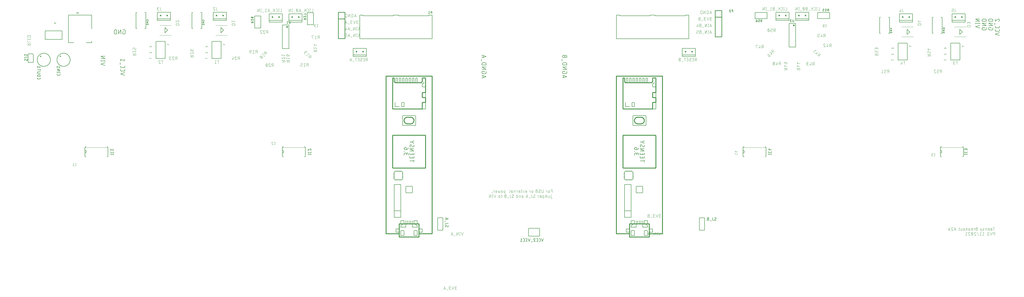
<source format=gbr>
G04 EAGLE Gerber RS-274X export*
G75*
%MOMM*%
%FSLAX34Y34*%
%LPD*%
%INSilkscreen Bottom*%
%IPPOS*%
%AMOC8*
5,1,8,0,0,1.08239X$1,22.5*%
G01*
%ADD10C,0.152400*%
%ADD11C,0.101600*%
%ADD12C,0.304800*%
%ADD13C,0.127000*%
%ADD14C,0.203200*%
%ADD15C,0.050800*%
%ADD16C,0.025400*%
%ADD17R,0.508000X0.508000*%
%ADD18C,0.635000*%
%ADD19C,0.177800*%
%ADD20C,0.254000*%
%ADD21C,0.076200*%


D10*
X485676Y845453D02*
X482967Y845453D01*
X482967Y836422D01*
X488386Y836422D01*
X488504Y836424D01*
X488622Y836430D01*
X488740Y836439D01*
X488857Y836453D01*
X488974Y836470D01*
X489091Y836491D01*
X489206Y836516D01*
X489321Y836545D01*
X489435Y836578D01*
X489547Y836614D01*
X489658Y836654D01*
X489768Y836697D01*
X489877Y836744D01*
X489984Y836794D01*
X490089Y836849D01*
X490192Y836906D01*
X490293Y836967D01*
X490393Y837031D01*
X490490Y837098D01*
X490585Y837168D01*
X490677Y837242D01*
X490768Y837318D01*
X490855Y837398D01*
X490940Y837480D01*
X491022Y837565D01*
X491102Y837652D01*
X491178Y837743D01*
X491252Y837835D01*
X491322Y837930D01*
X491389Y838027D01*
X491453Y838127D01*
X491514Y838228D01*
X491571Y838331D01*
X491626Y838436D01*
X491676Y838543D01*
X491723Y838652D01*
X491766Y838762D01*
X491806Y838873D01*
X491842Y838985D01*
X491875Y839099D01*
X491904Y839214D01*
X491929Y839329D01*
X491950Y839446D01*
X491967Y839563D01*
X491981Y839680D01*
X491990Y839798D01*
X491996Y839916D01*
X491998Y840034D01*
X491998Y849066D01*
X491996Y849184D01*
X491990Y849302D01*
X491981Y849420D01*
X491967Y849537D01*
X491950Y849654D01*
X491929Y849771D01*
X491904Y849886D01*
X491875Y850001D01*
X491842Y850115D01*
X491806Y850227D01*
X491766Y850338D01*
X491723Y850448D01*
X491676Y850557D01*
X491626Y850664D01*
X491571Y850769D01*
X491514Y850872D01*
X491453Y850973D01*
X491389Y851073D01*
X491322Y851170D01*
X491252Y851265D01*
X491178Y851357D01*
X491102Y851448D01*
X491022Y851535D01*
X490940Y851620D01*
X490855Y851702D01*
X490768Y851782D01*
X490677Y851858D01*
X490585Y851932D01*
X490490Y852002D01*
X490393Y852069D01*
X490293Y852133D01*
X490192Y852194D01*
X490089Y852251D01*
X489984Y852306D01*
X489877Y852356D01*
X489768Y852403D01*
X489658Y852446D01*
X489547Y852486D01*
X489435Y852522D01*
X489321Y852555D01*
X489206Y852584D01*
X489091Y852609D01*
X488974Y852630D01*
X488857Y852647D01*
X488740Y852661D01*
X488622Y852670D01*
X488504Y852676D01*
X488386Y852678D01*
X482967Y852678D01*
X475325Y852678D02*
X475325Y836422D01*
X466294Y836422D02*
X475325Y852678D01*
X466294Y852678D02*
X466294Y836422D01*
X458651Y836422D02*
X458651Y852678D01*
X454136Y852678D01*
X454005Y852676D01*
X453873Y852670D01*
X453742Y852661D01*
X453612Y852647D01*
X453481Y852630D01*
X453352Y852609D01*
X453223Y852585D01*
X453095Y852556D01*
X452967Y852524D01*
X452841Y852488D01*
X452716Y852449D01*
X452591Y852406D01*
X452469Y852359D01*
X452347Y852309D01*
X452227Y852255D01*
X452109Y852198D01*
X451993Y852137D01*
X451878Y852073D01*
X451765Y852006D01*
X451654Y851935D01*
X451546Y851861D01*
X451439Y851784D01*
X451335Y851704D01*
X451233Y851621D01*
X451134Y851536D01*
X451037Y851447D01*
X450943Y851355D01*
X450851Y851261D01*
X450762Y851164D01*
X450677Y851065D01*
X450594Y850963D01*
X450514Y850859D01*
X450437Y850752D01*
X450363Y850644D01*
X450292Y850533D01*
X450225Y850420D01*
X450161Y850305D01*
X450100Y850189D01*
X450043Y850071D01*
X449989Y849951D01*
X449939Y849829D01*
X449892Y849707D01*
X449849Y849582D01*
X449810Y849457D01*
X449774Y849331D01*
X449742Y849203D01*
X449713Y849075D01*
X449689Y848946D01*
X449668Y848817D01*
X449651Y848686D01*
X449637Y848556D01*
X449628Y848425D01*
X449622Y848293D01*
X449620Y848162D01*
X449620Y840938D01*
X449622Y840807D01*
X449628Y840675D01*
X449637Y840544D01*
X449651Y840414D01*
X449668Y840283D01*
X449689Y840154D01*
X449713Y840025D01*
X449742Y839897D01*
X449774Y839769D01*
X449810Y839643D01*
X449849Y839518D01*
X449892Y839393D01*
X449939Y839271D01*
X449989Y839149D01*
X450043Y839029D01*
X450100Y838911D01*
X450161Y838795D01*
X450225Y838680D01*
X450292Y838567D01*
X450363Y838456D01*
X450437Y838348D01*
X450514Y838241D01*
X450594Y838137D01*
X450677Y838035D01*
X450762Y837936D01*
X450851Y837839D01*
X450943Y837745D01*
X451037Y837653D01*
X451134Y837564D01*
X451233Y837479D01*
X451335Y837396D01*
X451439Y837316D01*
X451546Y837239D01*
X451654Y837165D01*
X451765Y837094D01*
X451878Y837027D01*
X451993Y836963D01*
X452109Y836902D01*
X452227Y836845D01*
X452347Y836791D01*
X452469Y836741D01*
X452591Y836694D01*
X452716Y836651D01*
X452841Y836612D01*
X452967Y836576D01*
X453095Y836544D01*
X453223Y836515D01*
X453352Y836491D01*
X453481Y836470D01*
X453612Y836453D01*
X453742Y836439D01*
X453873Y836430D01*
X454005Y836424D01*
X454136Y836422D01*
X458651Y836422D01*
X414528Y714502D02*
X398272Y719921D01*
X414528Y725339D01*
X414528Y732426D02*
X398272Y732426D01*
X398272Y734232D02*
X398272Y730619D01*
X414528Y730619D02*
X414528Y734232D01*
X414528Y740936D02*
X398272Y740936D01*
X398272Y749967D02*
X414528Y740936D01*
X414528Y749967D02*
X398272Y749967D01*
X474472Y681821D02*
X490728Y676402D01*
X490728Y687239D02*
X474472Y681821D01*
X474472Y696509D02*
X474472Y700122D01*
X474472Y696509D02*
X474474Y696391D01*
X474480Y696273D01*
X474489Y696155D01*
X474503Y696038D01*
X474520Y695921D01*
X474541Y695804D01*
X474566Y695689D01*
X474595Y695574D01*
X474628Y695460D01*
X474664Y695348D01*
X474704Y695237D01*
X474747Y695127D01*
X474794Y695018D01*
X474844Y694911D01*
X474899Y694806D01*
X474956Y694703D01*
X475017Y694602D01*
X475081Y694502D01*
X475148Y694405D01*
X475218Y694310D01*
X475292Y694218D01*
X475368Y694127D01*
X475448Y694040D01*
X475530Y693955D01*
X475615Y693873D01*
X475702Y693793D01*
X475793Y693717D01*
X475885Y693643D01*
X475980Y693573D01*
X476077Y693506D01*
X476177Y693442D01*
X476278Y693381D01*
X476381Y693324D01*
X476486Y693269D01*
X476593Y693219D01*
X476702Y693172D01*
X476812Y693129D01*
X476923Y693089D01*
X477035Y693053D01*
X477149Y693020D01*
X477264Y692991D01*
X477379Y692966D01*
X477496Y692945D01*
X477613Y692928D01*
X477730Y692914D01*
X477848Y692905D01*
X477966Y692899D01*
X478084Y692897D01*
X487116Y692897D01*
X487234Y692899D01*
X487352Y692905D01*
X487470Y692914D01*
X487587Y692928D01*
X487704Y692945D01*
X487821Y692966D01*
X487936Y692991D01*
X488051Y693020D01*
X488165Y693053D01*
X488277Y693089D01*
X488388Y693129D01*
X488498Y693172D01*
X488607Y693219D01*
X488714Y693269D01*
X488819Y693323D01*
X488922Y693381D01*
X489023Y693442D01*
X489123Y693506D01*
X489220Y693573D01*
X489315Y693643D01*
X489407Y693717D01*
X489498Y693793D01*
X489585Y693873D01*
X489670Y693955D01*
X489752Y694040D01*
X489832Y694127D01*
X489908Y694218D01*
X489982Y694310D01*
X490052Y694405D01*
X490119Y694502D01*
X490183Y694602D01*
X490244Y694703D01*
X490301Y694806D01*
X490355Y694911D01*
X490406Y695018D01*
X490453Y695127D01*
X490496Y695237D01*
X490536Y695348D01*
X490572Y695460D01*
X490605Y695574D01*
X490634Y695689D01*
X490659Y695804D01*
X490680Y695921D01*
X490697Y696038D01*
X490711Y696155D01*
X490720Y696273D01*
X490726Y696391D01*
X490728Y696509D01*
X490728Y700122D01*
X474472Y709535D02*
X474472Y713148D01*
X474472Y709535D02*
X474474Y709417D01*
X474480Y709299D01*
X474489Y709181D01*
X474503Y709064D01*
X474520Y708947D01*
X474541Y708830D01*
X474566Y708715D01*
X474595Y708600D01*
X474628Y708486D01*
X474664Y708374D01*
X474704Y708263D01*
X474747Y708153D01*
X474794Y708044D01*
X474844Y707937D01*
X474899Y707832D01*
X474956Y707729D01*
X475017Y707628D01*
X475081Y707528D01*
X475148Y707431D01*
X475218Y707336D01*
X475292Y707244D01*
X475368Y707153D01*
X475448Y707066D01*
X475530Y706981D01*
X475615Y706899D01*
X475702Y706819D01*
X475793Y706743D01*
X475885Y706669D01*
X475980Y706599D01*
X476077Y706532D01*
X476177Y706468D01*
X476278Y706407D01*
X476381Y706350D01*
X476486Y706295D01*
X476593Y706245D01*
X476702Y706198D01*
X476812Y706155D01*
X476923Y706115D01*
X477035Y706079D01*
X477149Y706046D01*
X477264Y706017D01*
X477379Y705992D01*
X477496Y705971D01*
X477613Y705954D01*
X477730Y705940D01*
X477848Y705931D01*
X477966Y705925D01*
X478084Y705923D01*
X487116Y705923D01*
X487234Y705925D01*
X487352Y705931D01*
X487470Y705940D01*
X487587Y705954D01*
X487704Y705971D01*
X487821Y705992D01*
X487936Y706017D01*
X488051Y706046D01*
X488165Y706079D01*
X488277Y706115D01*
X488388Y706155D01*
X488498Y706198D01*
X488607Y706245D01*
X488714Y706295D01*
X488819Y706349D01*
X488922Y706407D01*
X489023Y706468D01*
X489123Y706532D01*
X489220Y706599D01*
X489315Y706669D01*
X489407Y706743D01*
X489498Y706819D01*
X489585Y706899D01*
X489670Y706981D01*
X489752Y707066D01*
X489832Y707153D01*
X489908Y707244D01*
X489982Y707336D01*
X490052Y707431D01*
X490119Y707528D01*
X490183Y707628D01*
X490244Y707729D01*
X490301Y707832D01*
X490355Y707937D01*
X490406Y708044D01*
X490453Y708153D01*
X490496Y708263D01*
X490536Y708374D01*
X490572Y708486D01*
X490605Y708600D01*
X490634Y708715D01*
X490659Y708830D01*
X490680Y708947D01*
X490697Y709064D01*
X490711Y709181D01*
X490720Y709299D01*
X490726Y709417D01*
X490728Y709535D01*
X490728Y713148D01*
X472666Y718328D02*
X472666Y725553D01*
X487116Y731493D02*
X490728Y736009D01*
X474472Y736009D01*
X474472Y740524D02*
X474472Y731493D01*
D11*
X3844346Y88392D02*
X3844346Y76708D01*
X3847592Y88392D02*
X3841101Y88392D01*
X3835090Y76708D02*
X3831844Y76708D01*
X3835090Y76708D02*
X3835177Y76710D01*
X3835265Y76716D01*
X3835351Y76726D01*
X3835438Y76739D01*
X3835523Y76757D01*
X3835608Y76778D01*
X3835692Y76803D01*
X3835774Y76832D01*
X3835855Y76865D01*
X3835935Y76901D01*
X3836013Y76940D01*
X3836089Y76984D01*
X3836163Y77030D01*
X3836234Y77080D01*
X3836304Y77133D01*
X3836371Y77189D01*
X3836435Y77248D01*
X3836497Y77310D01*
X3836556Y77374D01*
X3836612Y77441D01*
X3836665Y77511D01*
X3836715Y77582D01*
X3836761Y77656D01*
X3836805Y77732D01*
X3836844Y77810D01*
X3836880Y77890D01*
X3836913Y77971D01*
X3836942Y78053D01*
X3836967Y78137D01*
X3836988Y78222D01*
X3837006Y78307D01*
X3837019Y78394D01*
X3837029Y78480D01*
X3837035Y78568D01*
X3837037Y78655D01*
X3837037Y81901D01*
X3837036Y81901D02*
X3837034Y82002D01*
X3837028Y82102D01*
X3837018Y82202D01*
X3837005Y82302D01*
X3836987Y82401D01*
X3836966Y82500D01*
X3836941Y82597D01*
X3836912Y82694D01*
X3836879Y82789D01*
X3836843Y82883D01*
X3836803Y82975D01*
X3836760Y83066D01*
X3836713Y83155D01*
X3836663Y83242D01*
X3836609Y83328D01*
X3836552Y83411D01*
X3836492Y83491D01*
X3836429Y83570D01*
X3836362Y83646D01*
X3836293Y83719D01*
X3836221Y83789D01*
X3836147Y83857D01*
X3836070Y83922D01*
X3835990Y83983D01*
X3835908Y84042D01*
X3835824Y84097D01*
X3835738Y84149D01*
X3835650Y84198D01*
X3835560Y84243D01*
X3835468Y84285D01*
X3835375Y84323D01*
X3835280Y84357D01*
X3835185Y84388D01*
X3835088Y84415D01*
X3834990Y84438D01*
X3834891Y84458D01*
X3834791Y84473D01*
X3834691Y84485D01*
X3834591Y84493D01*
X3834490Y84497D01*
X3834390Y84497D01*
X3834289Y84493D01*
X3834189Y84485D01*
X3834089Y84473D01*
X3833989Y84458D01*
X3833890Y84438D01*
X3833792Y84415D01*
X3833695Y84388D01*
X3833600Y84357D01*
X3833505Y84323D01*
X3833412Y84285D01*
X3833320Y84243D01*
X3833230Y84198D01*
X3833142Y84149D01*
X3833056Y84097D01*
X3832972Y84042D01*
X3832890Y83983D01*
X3832810Y83922D01*
X3832733Y83857D01*
X3832659Y83789D01*
X3832587Y83719D01*
X3832518Y83646D01*
X3832451Y83570D01*
X3832388Y83491D01*
X3832328Y83411D01*
X3832271Y83328D01*
X3832217Y83242D01*
X3832167Y83155D01*
X3832120Y83066D01*
X3832077Y82975D01*
X3832037Y82883D01*
X3832001Y82789D01*
X3831968Y82694D01*
X3831939Y82597D01*
X3831914Y82500D01*
X3831893Y82401D01*
X3831875Y82302D01*
X3831862Y82202D01*
X3831852Y82102D01*
X3831846Y82002D01*
X3831844Y81901D01*
X3831844Y80603D01*
X3837037Y80603D01*
X3825184Y76708D02*
X3821938Y76708D01*
X3825184Y76708D02*
X3825271Y76710D01*
X3825359Y76716D01*
X3825445Y76726D01*
X3825532Y76739D01*
X3825617Y76757D01*
X3825702Y76778D01*
X3825786Y76803D01*
X3825868Y76832D01*
X3825949Y76865D01*
X3826029Y76901D01*
X3826107Y76940D01*
X3826183Y76984D01*
X3826257Y77030D01*
X3826328Y77080D01*
X3826398Y77133D01*
X3826465Y77189D01*
X3826529Y77248D01*
X3826591Y77310D01*
X3826650Y77374D01*
X3826706Y77441D01*
X3826759Y77511D01*
X3826809Y77582D01*
X3826855Y77656D01*
X3826899Y77732D01*
X3826938Y77810D01*
X3826974Y77890D01*
X3827007Y77971D01*
X3827036Y78053D01*
X3827061Y78137D01*
X3827082Y78222D01*
X3827100Y78307D01*
X3827113Y78394D01*
X3827123Y78480D01*
X3827129Y78568D01*
X3827131Y78655D01*
X3827131Y81901D01*
X3827130Y81901D02*
X3827128Y82002D01*
X3827122Y82102D01*
X3827112Y82202D01*
X3827099Y82302D01*
X3827081Y82401D01*
X3827060Y82500D01*
X3827035Y82597D01*
X3827006Y82694D01*
X3826973Y82789D01*
X3826937Y82883D01*
X3826897Y82975D01*
X3826854Y83066D01*
X3826807Y83155D01*
X3826757Y83242D01*
X3826703Y83328D01*
X3826646Y83411D01*
X3826586Y83491D01*
X3826523Y83570D01*
X3826456Y83646D01*
X3826387Y83719D01*
X3826315Y83789D01*
X3826241Y83857D01*
X3826164Y83922D01*
X3826084Y83983D01*
X3826002Y84042D01*
X3825918Y84097D01*
X3825832Y84149D01*
X3825744Y84198D01*
X3825654Y84243D01*
X3825562Y84285D01*
X3825469Y84323D01*
X3825374Y84357D01*
X3825279Y84388D01*
X3825182Y84415D01*
X3825084Y84438D01*
X3824985Y84458D01*
X3824885Y84473D01*
X3824785Y84485D01*
X3824685Y84493D01*
X3824584Y84497D01*
X3824484Y84497D01*
X3824383Y84493D01*
X3824283Y84485D01*
X3824183Y84473D01*
X3824083Y84458D01*
X3823984Y84438D01*
X3823886Y84415D01*
X3823789Y84388D01*
X3823694Y84357D01*
X3823599Y84323D01*
X3823506Y84285D01*
X3823414Y84243D01*
X3823324Y84198D01*
X3823236Y84149D01*
X3823150Y84097D01*
X3823066Y84042D01*
X3822984Y83983D01*
X3822904Y83922D01*
X3822827Y83857D01*
X3822753Y83789D01*
X3822681Y83719D01*
X3822612Y83646D01*
X3822545Y83570D01*
X3822482Y83491D01*
X3822422Y83411D01*
X3822365Y83328D01*
X3822311Y83242D01*
X3822261Y83155D01*
X3822214Y83066D01*
X3822171Y82975D01*
X3822131Y82883D01*
X3822095Y82789D01*
X3822062Y82694D01*
X3822033Y82597D01*
X3822008Y82500D01*
X3821987Y82401D01*
X3821969Y82302D01*
X3821956Y82202D01*
X3821946Y82102D01*
X3821940Y82002D01*
X3821938Y81901D01*
X3821938Y80603D01*
X3827131Y80603D01*
X3816844Y76708D02*
X3816844Y84497D01*
X3813598Y84497D01*
X3813511Y84495D01*
X3813423Y84489D01*
X3813337Y84479D01*
X3813250Y84466D01*
X3813165Y84448D01*
X3813080Y84427D01*
X3812996Y84402D01*
X3812914Y84373D01*
X3812833Y84340D01*
X3812753Y84304D01*
X3812675Y84265D01*
X3812599Y84221D01*
X3812525Y84175D01*
X3812454Y84125D01*
X3812384Y84072D01*
X3812317Y84016D01*
X3812253Y83957D01*
X3812191Y83896D01*
X3812132Y83831D01*
X3812076Y83764D01*
X3812023Y83694D01*
X3811973Y83623D01*
X3811927Y83549D01*
X3811884Y83473D01*
X3811844Y83395D01*
X3811808Y83315D01*
X3811775Y83234D01*
X3811746Y83152D01*
X3811721Y83068D01*
X3811700Y82983D01*
X3811682Y82898D01*
X3811669Y82811D01*
X3811659Y82725D01*
X3811653Y82637D01*
X3811651Y82550D01*
X3811651Y76708D01*
X3805583Y81252D02*
X3802338Y79954D01*
X3805583Y81251D02*
X3805658Y81284D01*
X3805732Y81320D01*
X3805804Y81359D01*
X3805874Y81402D01*
X3805941Y81448D01*
X3806007Y81498D01*
X3806069Y81550D01*
X3806130Y81606D01*
X3806187Y81664D01*
X3806242Y81725D01*
X3806293Y81789D01*
X3806341Y81855D01*
X3806386Y81924D01*
X3806428Y81994D01*
X3806466Y82067D01*
X3806501Y82141D01*
X3806532Y82217D01*
X3806559Y82294D01*
X3806582Y82373D01*
X3806602Y82452D01*
X3806617Y82533D01*
X3806629Y82614D01*
X3806637Y82696D01*
X3806641Y82777D01*
X3806640Y82859D01*
X3806636Y82941D01*
X3806628Y83023D01*
X3806616Y83104D01*
X3806600Y83184D01*
X3806580Y83264D01*
X3806556Y83342D01*
X3806528Y83419D01*
X3806497Y83495D01*
X3806462Y83569D01*
X3806424Y83641D01*
X3806382Y83712D01*
X3806336Y83780D01*
X3806288Y83846D01*
X3806236Y83909D01*
X3806181Y83970D01*
X3806123Y84028D01*
X3806063Y84084D01*
X3806000Y84136D01*
X3805934Y84185D01*
X3805866Y84231D01*
X3805796Y84273D01*
X3805724Y84313D01*
X3805650Y84348D01*
X3805575Y84380D01*
X3805498Y84408D01*
X3805420Y84432D01*
X3805340Y84453D01*
X3805260Y84470D01*
X3805179Y84482D01*
X3805098Y84491D01*
X3805016Y84496D01*
X3804934Y84497D01*
X3804757Y84493D01*
X3804580Y84484D01*
X3804403Y84470D01*
X3804226Y84453D01*
X3804051Y84431D01*
X3803875Y84406D01*
X3803701Y84375D01*
X3803527Y84341D01*
X3803354Y84303D01*
X3803182Y84260D01*
X3803011Y84213D01*
X3802841Y84163D01*
X3802672Y84108D01*
X3802505Y84049D01*
X3802340Y83986D01*
X3802175Y83919D01*
X3802013Y83848D01*
X3802338Y79954D02*
X3802263Y79921D01*
X3802189Y79885D01*
X3802117Y79846D01*
X3802047Y79803D01*
X3801980Y79757D01*
X3801914Y79707D01*
X3801852Y79655D01*
X3801791Y79599D01*
X3801734Y79541D01*
X3801679Y79480D01*
X3801628Y79416D01*
X3801580Y79350D01*
X3801535Y79281D01*
X3801493Y79211D01*
X3801455Y79138D01*
X3801420Y79064D01*
X3801389Y78988D01*
X3801362Y78911D01*
X3801339Y78832D01*
X3801319Y78753D01*
X3801304Y78672D01*
X3801292Y78591D01*
X3801284Y78509D01*
X3801280Y78428D01*
X3801281Y78346D01*
X3801285Y78264D01*
X3801293Y78182D01*
X3801305Y78101D01*
X3801321Y78021D01*
X3801341Y77941D01*
X3801365Y77863D01*
X3801393Y77786D01*
X3801424Y77710D01*
X3801459Y77636D01*
X3801497Y77564D01*
X3801539Y77493D01*
X3801585Y77425D01*
X3801633Y77359D01*
X3801685Y77296D01*
X3801740Y77235D01*
X3801798Y77177D01*
X3801858Y77121D01*
X3801921Y77069D01*
X3801987Y77020D01*
X3802055Y76974D01*
X3802125Y76932D01*
X3802197Y76892D01*
X3802271Y76857D01*
X3802346Y76825D01*
X3802423Y76797D01*
X3802501Y76773D01*
X3802581Y76752D01*
X3802661Y76735D01*
X3802742Y76723D01*
X3802823Y76714D01*
X3802905Y76709D01*
X3802987Y76708D01*
X3803247Y76715D01*
X3803507Y76728D01*
X3803767Y76747D01*
X3804026Y76772D01*
X3804285Y76804D01*
X3804542Y76841D01*
X3804799Y76885D01*
X3805055Y76934D01*
X3805309Y76990D01*
X3805562Y77051D01*
X3805813Y77119D01*
X3806063Y77193D01*
X3806311Y77272D01*
X3806557Y77357D01*
X3797032Y72813D02*
X3795734Y72813D01*
X3791839Y84497D01*
X3797032Y84497D02*
X3794435Y76708D01*
X3780748Y83199D02*
X3777502Y83199D01*
X3777502Y83200D02*
X3777389Y83198D01*
X3777276Y83192D01*
X3777163Y83182D01*
X3777050Y83168D01*
X3776938Y83151D01*
X3776827Y83129D01*
X3776717Y83104D01*
X3776607Y83074D01*
X3776499Y83041D01*
X3776392Y83004D01*
X3776286Y82964D01*
X3776182Y82919D01*
X3776079Y82871D01*
X3775978Y82820D01*
X3775879Y82765D01*
X3775782Y82707D01*
X3775687Y82645D01*
X3775594Y82580D01*
X3775504Y82512D01*
X3775416Y82441D01*
X3775330Y82366D01*
X3775247Y82289D01*
X3775167Y82209D01*
X3775090Y82126D01*
X3775015Y82040D01*
X3774944Y81952D01*
X3774876Y81862D01*
X3774811Y81769D01*
X3774749Y81674D01*
X3774691Y81577D01*
X3774636Y81478D01*
X3774585Y81377D01*
X3774537Y81274D01*
X3774492Y81170D01*
X3774452Y81064D01*
X3774415Y80957D01*
X3774382Y80849D01*
X3774352Y80739D01*
X3774327Y80629D01*
X3774305Y80518D01*
X3774288Y80406D01*
X3774274Y80293D01*
X3774264Y80180D01*
X3774258Y80067D01*
X3774256Y79954D01*
X3774258Y79841D01*
X3774264Y79728D01*
X3774274Y79615D01*
X3774288Y79502D01*
X3774305Y79390D01*
X3774327Y79279D01*
X3774352Y79169D01*
X3774382Y79059D01*
X3774415Y78951D01*
X3774452Y78844D01*
X3774492Y78738D01*
X3774537Y78634D01*
X3774585Y78531D01*
X3774636Y78430D01*
X3774691Y78331D01*
X3774749Y78234D01*
X3774811Y78139D01*
X3774876Y78046D01*
X3774944Y77956D01*
X3775015Y77868D01*
X3775090Y77782D01*
X3775167Y77699D01*
X3775247Y77619D01*
X3775330Y77542D01*
X3775416Y77467D01*
X3775504Y77396D01*
X3775594Y77328D01*
X3775687Y77263D01*
X3775782Y77201D01*
X3775879Y77143D01*
X3775978Y77088D01*
X3776079Y77037D01*
X3776182Y76989D01*
X3776286Y76944D01*
X3776392Y76904D01*
X3776499Y76867D01*
X3776607Y76834D01*
X3776717Y76804D01*
X3776827Y76779D01*
X3776938Y76757D01*
X3777050Y76740D01*
X3777163Y76726D01*
X3777276Y76716D01*
X3777389Y76710D01*
X3777502Y76708D01*
X3780748Y76708D01*
X3780748Y88392D01*
X3777502Y88392D01*
X3777401Y88390D01*
X3777301Y88384D01*
X3777201Y88374D01*
X3777101Y88361D01*
X3777002Y88343D01*
X3776903Y88322D01*
X3776806Y88297D01*
X3776709Y88268D01*
X3776614Y88235D01*
X3776520Y88199D01*
X3776428Y88159D01*
X3776337Y88116D01*
X3776248Y88069D01*
X3776161Y88019D01*
X3776075Y87965D01*
X3775992Y87908D01*
X3775912Y87848D01*
X3775833Y87785D01*
X3775757Y87718D01*
X3775684Y87649D01*
X3775614Y87577D01*
X3775546Y87503D01*
X3775481Y87426D01*
X3775420Y87346D01*
X3775361Y87264D01*
X3775306Y87180D01*
X3775254Y87094D01*
X3775205Y87006D01*
X3775160Y86916D01*
X3775118Y86824D01*
X3775080Y86731D01*
X3775046Y86636D01*
X3775015Y86541D01*
X3774988Y86444D01*
X3774965Y86346D01*
X3774945Y86247D01*
X3774930Y86147D01*
X3774918Y86047D01*
X3774910Y85947D01*
X3774906Y85846D01*
X3774906Y85746D01*
X3774910Y85645D01*
X3774918Y85545D01*
X3774930Y85445D01*
X3774945Y85345D01*
X3774965Y85246D01*
X3774988Y85148D01*
X3775015Y85051D01*
X3775046Y84956D01*
X3775080Y84861D01*
X3775118Y84768D01*
X3775160Y84676D01*
X3775205Y84586D01*
X3775254Y84498D01*
X3775306Y84412D01*
X3775361Y84328D01*
X3775420Y84246D01*
X3775481Y84166D01*
X3775546Y84089D01*
X3775614Y84015D01*
X3775684Y83943D01*
X3775757Y83874D01*
X3775833Y83807D01*
X3775912Y83744D01*
X3775992Y83684D01*
X3776075Y83627D01*
X3776161Y83573D01*
X3776248Y83523D01*
X3776337Y83476D01*
X3776428Y83433D01*
X3776520Y83393D01*
X3776614Y83357D01*
X3776709Y83324D01*
X3776806Y83295D01*
X3776903Y83270D01*
X3777002Y83249D01*
X3777101Y83231D01*
X3777201Y83218D01*
X3777301Y83208D01*
X3777401Y83202D01*
X3777502Y83200D01*
X3769534Y84497D02*
X3769534Y76708D01*
X3769534Y84497D02*
X3765639Y84497D01*
X3765639Y83199D01*
X3760033Y76708D02*
X3756787Y76708D01*
X3760033Y76708D02*
X3760120Y76710D01*
X3760208Y76716D01*
X3760294Y76726D01*
X3760381Y76739D01*
X3760466Y76757D01*
X3760551Y76778D01*
X3760635Y76803D01*
X3760717Y76832D01*
X3760798Y76865D01*
X3760878Y76901D01*
X3760956Y76940D01*
X3761032Y76984D01*
X3761106Y77030D01*
X3761177Y77080D01*
X3761247Y77133D01*
X3761314Y77189D01*
X3761378Y77248D01*
X3761440Y77310D01*
X3761499Y77374D01*
X3761555Y77441D01*
X3761608Y77511D01*
X3761658Y77582D01*
X3761704Y77656D01*
X3761748Y77732D01*
X3761787Y77810D01*
X3761823Y77890D01*
X3761856Y77971D01*
X3761885Y78053D01*
X3761910Y78137D01*
X3761931Y78222D01*
X3761949Y78307D01*
X3761962Y78394D01*
X3761972Y78480D01*
X3761978Y78568D01*
X3761980Y78655D01*
X3761980Y81901D01*
X3761978Y82002D01*
X3761972Y82102D01*
X3761962Y82202D01*
X3761949Y82302D01*
X3761931Y82401D01*
X3761910Y82500D01*
X3761885Y82597D01*
X3761856Y82694D01*
X3761823Y82789D01*
X3761787Y82883D01*
X3761747Y82975D01*
X3761704Y83066D01*
X3761657Y83155D01*
X3761607Y83242D01*
X3761553Y83328D01*
X3761496Y83411D01*
X3761436Y83491D01*
X3761373Y83570D01*
X3761306Y83646D01*
X3761237Y83719D01*
X3761165Y83789D01*
X3761091Y83857D01*
X3761014Y83922D01*
X3760934Y83983D01*
X3760852Y84042D01*
X3760768Y84097D01*
X3760682Y84149D01*
X3760594Y84198D01*
X3760504Y84243D01*
X3760412Y84285D01*
X3760319Y84323D01*
X3760224Y84357D01*
X3760129Y84388D01*
X3760032Y84415D01*
X3759934Y84438D01*
X3759835Y84458D01*
X3759735Y84473D01*
X3759635Y84485D01*
X3759535Y84493D01*
X3759434Y84497D01*
X3759334Y84497D01*
X3759233Y84493D01*
X3759133Y84485D01*
X3759033Y84473D01*
X3758933Y84458D01*
X3758834Y84438D01*
X3758736Y84415D01*
X3758639Y84388D01*
X3758544Y84357D01*
X3758449Y84323D01*
X3758356Y84285D01*
X3758264Y84243D01*
X3758174Y84198D01*
X3758086Y84149D01*
X3758000Y84097D01*
X3757916Y84042D01*
X3757834Y83983D01*
X3757754Y83922D01*
X3757677Y83857D01*
X3757603Y83789D01*
X3757531Y83719D01*
X3757462Y83646D01*
X3757395Y83570D01*
X3757332Y83491D01*
X3757272Y83411D01*
X3757215Y83328D01*
X3757161Y83242D01*
X3757111Y83155D01*
X3757064Y83066D01*
X3757021Y82975D01*
X3756981Y82883D01*
X3756945Y82789D01*
X3756912Y82694D01*
X3756883Y82597D01*
X3756858Y82500D01*
X3756837Y82401D01*
X3756819Y82302D01*
X3756806Y82202D01*
X3756796Y82102D01*
X3756790Y82002D01*
X3756788Y81901D01*
X3756787Y81901D02*
X3756787Y80603D01*
X3761980Y80603D01*
X3749861Y81252D02*
X3746940Y81252D01*
X3749861Y81252D02*
X3749955Y81250D01*
X3750049Y81244D01*
X3750142Y81235D01*
X3750235Y81221D01*
X3750327Y81204D01*
X3750419Y81182D01*
X3750509Y81158D01*
X3750599Y81129D01*
X3750687Y81097D01*
X3750774Y81061D01*
X3750859Y81021D01*
X3750942Y80978D01*
X3751024Y80932D01*
X3751104Y80882D01*
X3751181Y80829D01*
X3751256Y80773D01*
X3751329Y80714D01*
X3751400Y80652D01*
X3751468Y80587D01*
X3751533Y80519D01*
X3751595Y80448D01*
X3751654Y80375D01*
X3751710Y80300D01*
X3751763Y80223D01*
X3751813Y80143D01*
X3751859Y80061D01*
X3751902Y79978D01*
X3751942Y79893D01*
X3751978Y79806D01*
X3752010Y79718D01*
X3752039Y79628D01*
X3752063Y79538D01*
X3752085Y79446D01*
X3752102Y79354D01*
X3752116Y79261D01*
X3752125Y79168D01*
X3752131Y79074D01*
X3752133Y78980D01*
X3752131Y78886D01*
X3752125Y78792D01*
X3752116Y78699D01*
X3752102Y78606D01*
X3752085Y78514D01*
X3752063Y78422D01*
X3752039Y78332D01*
X3752010Y78242D01*
X3751978Y78154D01*
X3751942Y78067D01*
X3751902Y77982D01*
X3751859Y77899D01*
X3751813Y77817D01*
X3751763Y77737D01*
X3751710Y77660D01*
X3751654Y77585D01*
X3751595Y77512D01*
X3751533Y77441D01*
X3751468Y77373D01*
X3751400Y77308D01*
X3751329Y77246D01*
X3751256Y77187D01*
X3751181Y77131D01*
X3751104Y77078D01*
X3751024Y77028D01*
X3750942Y76982D01*
X3750859Y76939D01*
X3750774Y76899D01*
X3750687Y76863D01*
X3750599Y76831D01*
X3750509Y76802D01*
X3750419Y76778D01*
X3750327Y76756D01*
X3750235Y76739D01*
X3750142Y76725D01*
X3750049Y76716D01*
X3749955Y76710D01*
X3749861Y76708D01*
X3746940Y76708D01*
X3746940Y82550D01*
X3746942Y82637D01*
X3746948Y82725D01*
X3746958Y82811D01*
X3746971Y82898D01*
X3746989Y82983D01*
X3747010Y83068D01*
X3747035Y83152D01*
X3747064Y83234D01*
X3747097Y83315D01*
X3747133Y83395D01*
X3747172Y83473D01*
X3747216Y83549D01*
X3747262Y83623D01*
X3747312Y83694D01*
X3747365Y83764D01*
X3747421Y83831D01*
X3747480Y83896D01*
X3747542Y83957D01*
X3747606Y84016D01*
X3747673Y84072D01*
X3747743Y84125D01*
X3747814Y84175D01*
X3747888Y84221D01*
X3747964Y84265D01*
X3748042Y84304D01*
X3748122Y84340D01*
X3748203Y84373D01*
X3748285Y84402D01*
X3748369Y84427D01*
X3748454Y84448D01*
X3748539Y84466D01*
X3748626Y84479D01*
X3748713Y84489D01*
X3748800Y84495D01*
X3748887Y84497D01*
X3751484Y84497D01*
X3741271Y88392D02*
X3741271Y76708D01*
X3741271Y80603D02*
X3736078Y84497D01*
X3738999Y82225D02*
X3736078Y76708D01*
X3731881Y79304D02*
X3731881Y81901D01*
X3731879Y82002D01*
X3731873Y82102D01*
X3731863Y82202D01*
X3731850Y82302D01*
X3731832Y82401D01*
X3731811Y82500D01*
X3731786Y82597D01*
X3731757Y82694D01*
X3731724Y82789D01*
X3731688Y82883D01*
X3731648Y82975D01*
X3731605Y83066D01*
X3731558Y83155D01*
X3731508Y83242D01*
X3731454Y83328D01*
X3731397Y83411D01*
X3731337Y83491D01*
X3731274Y83570D01*
X3731207Y83646D01*
X3731138Y83719D01*
X3731066Y83789D01*
X3730992Y83857D01*
X3730915Y83922D01*
X3730835Y83983D01*
X3730753Y84042D01*
X3730669Y84097D01*
X3730583Y84149D01*
X3730495Y84198D01*
X3730405Y84243D01*
X3730313Y84285D01*
X3730220Y84323D01*
X3730125Y84357D01*
X3730030Y84388D01*
X3729933Y84415D01*
X3729835Y84438D01*
X3729736Y84458D01*
X3729636Y84473D01*
X3729536Y84485D01*
X3729436Y84493D01*
X3729335Y84497D01*
X3729235Y84497D01*
X3729134Y84493D01*
X3729034Y84485D01*
X3728934Y84473D01*
X3728834Y84458D01*
X3728735Y84438D01*
X3728637Y84415D01*
X3728540Y84388D01*
X3728445Y84357D01*
X3728350Y84323D01*
X3728257Y84285D01*
X3728165Y84243D01*
X3728075Y84198D01*
X3727987Y84149D01*
X3727901Y84097D01*
X3727817Y84042D01*
X3727735Y83983D01*
X3727655Y83922D01*
X3727578Y83857D01*
X3727504Y83789D01*
X3727432Y83719D01*
X3727363Y83646D01*
X3727296Y83570D01*
X3727233Y83491D01*
X3727173Y83411D01*
X3727116Y83328D01*
X3727062Y83242D01*
X3727012Y83155D01*
X3726965Y83066D01*
X3726922Y82975D01*
X3726882Y82883D01*
X3726846Y82789D01*
X3726813Y82694D01*
X3726784Y82597D01*
X3726759Y82500D01*
X3726738Y82401D01*
X3726720Y82302D01*
X3726707Y82202D01*
X3726697Y82102D01*
X3726691Y82002D01*
X3726689Y81901D01*
X3726688Y81901D02*
X3726688Y79304D01*
X3726689Y79304D02*
X3726691Y79203D01*
X3726697Y79103D01*
X3726707Y79003D01*
X3726720Y78903D01*
X3726738Y78804D01*
X3726759Y78705D01*
X3726784Y78608D01*
X3726813Y78511D01*
X3726846Y78416D01*
X3726882Y78322D01*
X3726922Y78230D01*
X3726965Y78139D01*
X3727012Y78050D01*
X3727062Y77963D01*
X3727116Y77877D01*
X3727173Y77794D01*
X3727233Y77714D01*
X3727296Y77635D01*
X3727363Y77559D01*
X3727432Y77486D01*
X3727504Y77416D01*
X3727578Y77348D01*
X3727655Y77283D01*
X3727735Y77222D01*
X3727817Y77163D01*
X3727901Y77108D01*
X3727987Y77056D01*
X3728075Y77007D01*
X3728165Y76962D01*
X3728257Y76920D01*
X3728350Y76882D01*
X3728445Y76848D01*
X3728540Y76817D01*
X3728637Y76790D01*
X3728735Y76767D01*
X3728834Y76747D01*
X3728934Y76732D01*
X3729034Y76720D01*
X3729134Y76712D01*
X3729235Y76708D01*
X3729335Y76708D01*
X3729436Y76712D01*
X3729536Y76720D01*
X3729636Y76732D01*
X3729736Y76747D01*
X3729835Y76767D01*
X3729933Y76790D01*
X3730030Y76817D01*
X3730125Y76848D01*
X3730220Y76882D01*
X3730313Y76920D01*
X3730405Y76962D01*
X3730495Y77007D01*
X3730583Y77056D01*
X3730669Y77108D01*
X3730753Y77163D01*
X3730835Y77222D01*
X3730915Y77283D01*
X3730992Y77348D01*
X3731066Y77416D01*
X3731138Y77486D01*
X3731207Y77559D01*
X3731274Y77635D01*
X3731337Y77714D01*
X3731397Y77794D01*
X3731454Y77877D01*
X3731508Y77963D01*
X3731558Y78050D01*
X3731605Y78139D01*
X3731648Y78230D01*
X3731688Y78322D01*
X3731724Y78416D01*
X3731757Y78511D01*
X3731786Y78608D01*
X3731811Y78705D01*
X3731832Y78804D01*
X3731850Y78903D01*
X3731863Y79003D01*
X3731873Y79103D01*
X3731879Y79203D01*
X3731881Y79304D01*
X3721594Y78655D02*
X3721594Y84497D01*
X3721594Y78655D02*
X3721592Y78568D01*
X3721586Y78480D01*
X3721576Y78394D01*
X3721563Y78307D01*
X3721545Y78222D01*
X3721524Y78137D01*
X3721499Y78053D01*
X3721470Y77971D01*
X3721437Y77890D01*
X3721401Y77810D01*
X3721362Y77732D01*
X3721318Y77656D01*
X3721272Y77582D01*
X3721222Y77511D01*
X3721169Y77441D01*
X3721113Y77374D01*
X3721054Y77310D01*
X3720992Y77248D01*
X3720928Y77189D01*
X3720861Y77133D01*
X3720791Y77080D01*
X3720720Y77030D01*
X3720646Y76984D01*
X3720570Y76940D01*
X3720492Y76901D01*
X3720412Y76865D01*
X3720331Y76832D01*
X3720249Y76803D01*
X3720165Y76778D01*
X3720080Y76757D01*
X3719995Y76739D01*
X3719908Y76726D01*
X3719822Y76716D01*
X3719734Y76710D01*
X3719647Y76708D01*
X3716401Y76708D01*
X3716401Y84497D01*
X3712274Y84497D02*
X3708380Y84497D01*
X3710976Y88392D02*
X3710976Y78655D01*
X3710974Y78568D01*
X3710968Y78480D01*
X3710958Y78394D01*
X3710945Y78307D01*
X3710927Y78222D01*
X3710906Y78137D01*
X3710881Y78053D01*
X3710852Y77971D01*
X3710819Y77890D01*
X3710783Y77810D01*
X3710744Y77732D01*
X3710700Y77656D01*
X3710654Y77582D01*
X3710604Y77511D01*
X3710551Y77441D01*
X3710495Y77374D01*
X3710436Y77310D01*
X3710374Y77248D01*
X3710310Y77189D01*
X3710243Y77133D01*
X3710173Y77080D01*
X3710102Y77030D01*
X3710028Y76984D01*
X3709952Y76940D01*
X3709874Y76901D01*
X3709794Y76865D01*
X3709713Y76832D01*
X3709631Y76803D01*
X3709547Y76778D01*
X3709462Y76757D01*
X3709377Y76739D01*
X3709290Y76726D01*
X3709204Y76716D01*
X3709116Y76710D01*
X3709029Y76708D01*
X3708380Y76708D01*
X3698508Y76708D02*
X3694614Y88392D01*
X3690719Y76708D01*
X3691693Y79629D02*
X3697535Y79629D01*
X3682859Y88392D02*
X3682752Y88390D01*
X3682646Y88384D01*
X3682540Y88374D01*
X3682434Y88361D01*
X3682328Y88343D01*
X3682224Y88322D01*
X3682120Y88297D01*
X3682017Y88268D01*
X3681916Y88236D01*
X3681816Y88199D01*
X3681717Y88159D01*
X3681619Y88116D01*
X3681523Y88069D01*
X3681429Y88018D01*
X3681337Y87964D01*
X3681247Y87907D01*
X3681159Y87847D01*
X3681074Y87783D01*
X3680991Y87716D01*
X3680910Y87646D01*
X3680832Y87574D01*
X3680756Y87498D01*
X3680684Y87420D01*
X3680614Y87339D01*
X3680547Y87256D01*
X3680483Y87171D01*
X3680423Y87083D01*
X3680366Y86993D01*
X3680312Y86901D01*
X3680261Y86807D01*
X3680214Y86711D01*
X3680171Y86613D01*
X3680131Y86514D01*
X3680094Y86414D01*
X3680062Y86313D01*
X3680033Y86210D01*
X3680008Y86106D01*
X3679987Y86002D01*
X3679969Y85896D01*
X3679956Y85790D01*
X3679946Y85684D01*
X3679940Y85578D01*
X3679938Y85471D01*
X3682859Y88392D02*
X3682980Y88390D01*
X3683101Y88384D01*
X3683221Y88374D01*
X3683342Y88361D01*
X3683461Y88343D01*
X3683581Y88322D01*
X3683699Y88297D01*
X3683816Y88268D01*
X3683933Y88235D01*
X3684048Y88199D01*
X3684162Y88158D01*
X3684275Y88115D01*
X3684387Y88067D01*
X3684496Y88016D01*
X3684604Y87961D01*
X3684711Y87903D01*
X3684815Y87842D01*
X3684917Y87777D01*
X3685017Y87709D01*
X3685115Y87638D01*
X3685211Y87564D01*
X3685304Y87487D01*
X3685394Y87406D01*
X3685482Y87323D01*
X3685567Y87237D01*
X3685650Y87148D01*
X3685729Y87057D01*
X3685806Y86963D01*
X3685879Y86867D01*
X3685949Y86769D01*
X3686016Y86668D01*
X3686080Y86565D01*
X3686141Y86460D01*
X3686198Y86353D01*
X3686251Y86245D01*
X3686301Y86135D01*
X3686347Y86023D01*
X3686390Y85910D01*
X3686429Y85795D01*
X3680913Y83199D02*
X3680834Y83277D01*
X3680758Y83357D01*
X3680685Y83440D01*
X3680615Y83526D01*
X3680548Y83613D01*
X3680484Y83704D01*
X3680424Y83796D01*
X3680366Y83890D01*
X3680312Y83987D01*
X3680262Y84085D01*
X3680215Y84185D01*
X3680171Y84286D01*
X3680131Y84389D01*
X3680095Y84494D01*
X3680063Y84599D01*
X3680034Y84706D01*
X3680009Y84813D01*
X3679987Y84922D01*
X3679970Y85031D01*
X3679956Y85140D01*
X3679947Y85250D01*
X3679941Y85361D01*
X3679939Y85471D01*
X3680912Y83199D02*
X3686429Y76708D01*
X3679938Y76708D01*
X3672899Y81252D02*
X3669978Y81252D01*
X3672899Y81252D02*
X3672993Y81250D01*
X3673087Y81244D01*
X3673180Y81235D01*
X3673273Y81221D01*
X3673365Y81204D01*
X3673457Y81182D01*
X3673547Y81158D01*
X3673637Y81129D01*
X3673725Y81097D01*
X3673812Y81061D01*
X3673897Y81021D01*
X3673980Y80978D01*
X3674062Y80932D01*
X3674142Y80882D01*
X3674219Y80829D01*
X3674294Y80773D01*
X3674367Y80714D01*
X3674438Y80652D01*
X3674506Y80587D01*
X3674571Y80519D01*
X3674633Y80448D01*
X3674692Y80375D01*
X3674748Y80300D01*
X3674801Y80223D01*
X3674851Y80143D01*
X3674897Y80061D01*
X3674940Y79978D01*
X3674980Y79893D01*
X3675016Y79806D01*
X3675048Y79718D01*
X3675077Y79628D01*
X3675101Y79538D01*
X3675123Y79446D01*
X3675140Y79354D01*
X3675154Y79261D01*
X3675163Y79168D01*
X3675169Y79074D01*
X3675171Y78980D01*
X3675169Y78886D01*
X3675163Y78792D01*
X3675154Y78699D01*
X3675140Y78606D01*
X3675123Y78514D01*
X3675101Y78422D01*
X3675077Y78332D01*
X3675048Y78242D01*
X3675016Y78154D01*
X3674980Y78067D01*
X3674940Y77982D01*
X3674897Y77899D01*
X3674851Y77817D01*
X3674801Y77737D01*
X3674748Y77660D01*
X3674692Y77585D01*
X3674633Y77512D01*
X3674571Y77441D01*
X3674506Y77373D01*
X3674438Y77308D01*
X3674367Y77246D01*
X3674294Y77187D01*
X3674219Y77131D01*
X3674142Y77078D01*
X3674062Y77028D01*
X3673980Y76982D01*
X3673897Y76939D01*
X3673812Y76899D01*
X3673725Y76863D01*
X3673637Y76831D01*
X3673547Y76802D01*
X3673457Y76778D01*
X3673365Y76756D01*
X3673273Y76739D01*
X3673180Y76725D01*
X3673087Y76716D01*
X3672993Y76710D01*
X3672899Y76708D01*
X3669978Y76708D01*
X3669978Y82550D01*
X3669980Y82637D01*
X3669986Y82725D01*
X3669996Y82811D01*
X3670009Y82898D01*
X3670027Y82983D01*
X3670048Y83068D01*
X3670073Y83152D01*
X3670102Y83234D01*
X3670135Y83315D01*
X3670171Y83395D01*
X3670210Y83473D01*
X3670254Y83549D01*
X3670300Y83623D01*
X3670350Y83694D01*
X3670403Y83764D01*
X3670459Y83831D01*
X3670518Y83896D01*
X3670580Y83957D01*
X3670644Y84016D01*
X3670711Y84072D01*
X3670781Y84125D01*
X3670852Y84175D01*
X3670926Y84221D01*
X3671002Y84265D01*
X3671080Y84304D01*
X3671160Y84340D01*
X3671241Y84373D01*
X3671323Y84402D01*
X3671407Y84427D01*
X3671492Y84448D01*
X3671577Y84466D01*
X3671664Y84479D01*
X3671751Y84489D01*
X3671838Y84495D01*
X3671925Y84497D01*
X3674522Y84497D01*
X3847592Y69342D02*
X3847592Y57658D01*
X3847592Y69342D02*
X3844346Y69342D01*
X3844233Y69340D01*
X3844120Y69334D01*
X3844007Y69324D01*
X3843894Y69310D01*
X3843782Y69293D01*
X3843671Y69271D01*
X3843561Y69246D01*
X3843451Y69216D01*
X3843343Y69183D01*
X3843236Y69146D01*
X3843130Y69106D01*
X3843026Y69061D01*
X3842923Y69013D01*
X3842822Y68962D01*
X3842723Y68907D01*
X3842626Y68849D01*
X3842531Y68787D01*
X3842438Y68722D01*
X3842348Y68654D01*
X3842260Y68583D01*
X3842174Y68508D01*
X3842091Y68431D01*
X3842011Y68351D01*
X3841934Y68268D01*
X3841859Y68182D01*
X3841788Y68094D01*
X3841720Y68004D01*
X3841655Y67911D01*
X3841593Y67816D01*
X3841535Y67719D01*
X3841480Y67620D01*
X3841429Y67519D01*
X3841381Y67416D01*
X3841336Y67312D01*
X3841296Y67206D01*
X3841259Y67099D01*
X3841226Y66991D01*
X3841196Y66881D01*
X3841171Y66771D01*
X3841149Y66660D01*
X3841132Y66548D01*
X3841118Y66435D01*
X3841108Y66322D01*
X3841102Y66209D01*
X3841100Y66096D01*
X3841102Y65983D01*
X3841108Y65870D01*
X3841118Y65757D01*
X3841132Y65644D01*
X3841149Y65532D01*
X3841171Y65421D01*
X3841196Y65311D01*
X3841226Y65201D01*
X3841259Y65093D01*
X3841296Y64986D01*
X3841336Y64880D01*
X3841381Y64776D01*
X3841429Y64673D01*
X3841480Y64572D01*
X3841535Y64473D01*
X3841593Y64376D01*
X3841655Y64281D01*
X3841720Y64188D01*
X3841788Y64098D01*
X3841859Y64010D01*
X3841934Y63924D01*
X3842011Y63841D01*
X3842091Y63761D01*
X3842174Y63684D01*
X3842260Y63609D01*
X3842348Y63538D01*
X3842438Y63470D01*
X3842531Y63405D01*
X3842626Y63343D01*
X3842723Y63285D01*
X3842822Y63230D01*
X3842923Y63179D01*
X3843026Y63131D01*
X3843130Y63086D01*
X3843236Y63046D01*
X3843343Y63009D01*
X3843451Y62976D01*
X3843561Y62946D01*
X3843671Y62921D01*
X3843782Y62899D01*
X3843894Y62882D01*
X3844007Y62868D01*
X3844120Y62858D01*
X3844233Y62852D01*
X3844346Y62850D01*
X3844346Y62851D02*
X3847592Y62851D01*
X3837361Y69342D02*
X3833467Y57658D01*
X3829572Y69342D01*
X3820358Y64149D02*
X3818410Y64149D01*
X3818410Y57658D01*
X3822305Y57658D01*
X3822404Y57660D01*
X3822504Y57666D01*
X3822603Y57675D01*
X3822701Y57688D01*
X3822799Y57705D01*
X3822897Y57726D01*
X3822993Y57751D01*
X3823088Y57779D01*
X3823182Y57811D01*
X3823275Y57846D01*
X3823367Y57885D01*
X3823457Y57928D01*
X3823545Y57973D01*
X3823632Y58023D01*
X3823716Y58075D01*
X3823799Y58131D01*
X3823879Y58189D01*
X3823957Y58251D01*
X3824032Y58316D01*
X3824105Y58384D01*
X3824175Y58454D01*
X3824243Y58527D01*
X3824308Y58602D01*
X3824370Y58680D01*
X3824428Y58760D01*
X3824484Y58843D01*
X3824536Y58927D01*
X3824586Y59014D01*
X3824631Y59102D01*
X3824674Y59192D01*
X3824713Y59284D01*
X3824748Y59377D01*
X3824780Y59471D01*
X3824808Y59566D01*
X3824833Y59662D01*
X3824854Y59760D01*
X3824871Y59858D01*
X3824884Y59956D01*
X3824893Y60055D01*
X3824899Y60155D01*
X3824901Y60254D01*
X3824901Y66746D01*
X3824899Y66845D01*
X3824893Y66945D01*
X3824884Y67044D01*
X3824871Y67142D01*
X3824854Y67240D01*
X3824833Y67338D01*
X3824808Y67434D01*
X3824780Y67529D01*
X3824748Y67623D01*
X3824713Y67716D01*
X3824674Y67808D01*
X3824631Y67898D01*
X3824586Y67986D01*
X3824536Y68073D01*
X3824484Y68157D01*
X3824428Y68240D01*
X3824370Y68320D01*
X3824308Y68398D01*
X3824243Y68473D01*
X3824175Y68546D01*
X3824105Y68616D01*
X3824032Y68684D01*
X3823957Y68749D01*
X3823879Y68811D01*
X3823799Y68869D01*
X3823716Y68925D01*
X3823632Y68977D01*
X3823545Y69027D01*
X3823457Y69072D01*
X3823367Y69115D01*
X3823275Y69154D01*
X3823182Y69189D01*
X3823088Y69221D01*
X3822993Y69249D01*
X3822897Y69274D01*
X3822799Y69295D01*
X3822701Y69312D01*
X3822603Y69325D01*
X3822504Y69334D01*
X3822404Y69340D01*
X3822305Y69342D01*
X3818410Y69342D01*
X3806994Y66746D02*
X3803749Y69342D01*
X3803749Y57658D01*
X3806994Y57658D02*
X3800503Y57658D01*
X3795564Y66746D02*
X3792319Y69342D01*
X3792319Y57658D01*
X3795564Y57658D02*
X3789073Y57658D01*
X3784628Y56360D02*
X3779435Y70640D01*
X3771420Y69342D02*
X3771313Y69340D01*
X3771207Y69334D01*
X3771101Y69324D01*
X3770995Y69311D01*
X3770889Y69293D01*
X3770785Y69272D01*
X3770681Y69247D01*
X3770578Y69218D01*
X3770477Y69186D01*
X3770377Y69149D01*
X3770278Y69109D01*
X3770180Y69066D01*
X3770084Y69019D01*
X3769990Y68968D01*
X3769898Y68914D01*
X3769808Y68857D01*
X3769720Y68797D01*
X3769635Y68733D01*
X3769552Y68666D01*
X3769471Y68596D01*
X3769393Y68524D01*
X3769317Y68448D01*
X3769245Y68370D01*
X3769175Y68289D01*
X3769108Y68206D01*
X3769044Y68121D01*
X3768984Y68033D01*
X3768927Y67943D01*
X3768873Y67851D01*
X3768822Y67757D01*
X3768775Y67661D01*
X3768732Y67563D01*
X3768692Y67464D01*
X3768655Y67364D01*
X3768623Y67263D01*
X3768594Y67160D01*
X3768569Y67056D01*
X3768548Y66952D01*
X3768530Y66846D01*
X3768517Y66740D01*
X3768507Y66634D01*
X3768501Y66528D01*
X3768499Y66421D01*
X3771420Y69342D02*
X3771541Y69340D01*
X3771662Y69334D01*
X3771782Y69324D01*
X3771903Y69311D01*
X3772022Y69293D01*
X3772142Y69272D01*
X3772260Y69247D01*
X3772377Y69218D01*
X3772494Y69185D01*
X3772609Y69149D01*
X3772723Y69108D01*
X3772836Y69065D01*
X3772948Y69017D01*
X3773057Y68966D01*
X3773165Y68911D01*
X3773272Y68853D01*
X3773376Y68792D01*
X3773478Y68727D01*
X3773578Y68659D01*
X3773676Y68588D01*
X3773772Y68514D01*
X3773865Y68437D01*
X3773955Y68356D01*
X3774043Y68273D01*
X3774128Y68187D01*
X3774211Y68098D01*
X3774290Y68007D01*
X3774367Y67913D01*
X3774440Y67817D01*
X3774510Y67719D01*
X3774577Y67618D01*
X3774641Y67515D01*
X3774702Y67410D01*
X3774759Y67303D01*
X3774812Y67195D01*
X3774862Y67085D01*
X3774908Y66973D01*
X3774951Y66860D01*
X3774990Y66745D01*
X3769474Y64149D02*
X3769395Y64227D01*
X3769319Y64307D01*
X3769246Y64390D01*
X3769176Y64476D01*
X3769109Y64563D01*
X3769045Y64654D01*
X3768985Y64746D01*
X3768927Y64840D01*
X3768873Y64937D01*
X3768823Y65035D01*
X3768776Y65135D01*
X3768732Y65236D01*
X3768692Y65339D01*
X3768656Y65444D01*
X3768624Y65549D01*
X3768595Y65656D01*
X3768570Y65763D01*
X3768548Y65872D01*
X3768531Y65981D01*
X3768517Y66090D01*
X3768508Y66200D01*
X3768502Y66311D01*
X3768500Y66421D01*
X3769473Y64149D02*
X3774990Y57658D01*
X3768499Y57658D01*
X3763561Y63500D02*
X3763558Y63730D01*
X3763550Y63960D01*
X3763536Y64189D01*
X3763517Y64418D01*
X3763492Y64647D01*
X3763462Y64875D01*
X3763427Y65102D01*
X3763386Y65328D01*
X3763340Y65553D01*
X3763288Y65777D01*
X3763231Y66000D01*
X3763169Y66221D01*
X3763101Y66441D01*
X3763028Y66659D01*
X3762950Y66875D01*
X3762867Y67089D01*
X3762779Y67302D01*
X3762686Y67512D01*
X3762587Y67719D01*
X3762554Y67809D01*
X3762518Y67898D01*
X3762478Y67986D01*
X3762434Y68071D01*
X3762387Y68155D01*
X3762337Y68237D01*
X3762283Y68317D01*
X3762227Y68394D01*
X3762167Y68470D01*
X3762104Y68543D01*
X3762039Y68613D01*
X3761970Y68681D01*
X3761899Y68745D01*
X3761826Y68807D01*
X3761750Y68866D01*
X3761672Y68922D01*
X3761591Y68975D01*
X3761509Y69024D01*
X3761425Y69070D01*
X3761338Y69113D01*
X3761251Y69152D01*
X3761161Y69188D01*
X3761071Y69220D01*
X3760979Y69248D01*
X3760886Y69273D01*
X3760792Y69294D01*
X3760698Y69311D01*
X3760603Y69325D01*
X3760507Y69334D01*
X3760411Y69340D01*
X3760315Y69342D01*
X3760219Y69340D01*
X3760123Y69334D01*
X3760027Y69325D01*
X3759932Y69311D01*
X3759838Y69294D01*
X3759744Y69273D01*
X3759651Y69248D01*
X3759559Y69220D01*
X3759469Y69188D01*
X3759379Y69152D01*
X3759292Y69113D01*
X3759205Y69070D01*
X3759121Y69024D01*
X3759039Y68975D01*
X3758958Y68922D01*
X3758880Y68866D01*
X3758804Y68807D01*
X3758731Y68745D01*
X3758660Y68681D01*
X3758591Y68613D01*
X3758526Y68543D01*
X3758463Y68470D01*
X3758403Y68395D01*
X3758347Y68317D01*
X3758293Y68237D01*
X3758243Y68155D01*
X3758196Y68071D01*
X3758153Y67986D01*
X3758112Y67898D01*
X3758076Y67809D01*
X3758043Y67719D01*
X3758044Y67719D02*
X3757945Y67511D01*
X3757852Y67301D01*
X3757764Y67089D01*
X3757681Y66875D01*
X3757603Y66658D01*
X3757530Y66440D01*
X3757462Y66221D01*
X3757400Y65999D01*
X3757343Y65777D01*
X3757291Y65553D01*
X3757245Y65328D01*
X3757204Y65102D01*
X3757169Y64874D01*
X3757139Y64647D01*
X3757114Y64418D01*
X3757095Y64189D01*
X3757081Y63960D01*
X3757073Y63730D01*
X3757070Y63500D01*
X3763561Y63500D02*
X3763558Y63270D01*
X3763550Y63040D01*
X3763536Y62811D01*
X3763517Y62582D01*
X3763492Y62353D01*
X3763462Y62125D01*
X3763427Y61898D01*
X3763386Y61672D01*
X3763340Y61447D01*
X3763288Y61223D01*
X3763231Y61000D01*
X3763169Y60779D01*
X3763101Y60559D01*
X3763028Y60341D01*
X3762950Y60125D01*
X3762867Y59911D01*
X3762779Y59699D01*
X3762686Y59488D01*
X3762587Y59281D01*
X3762554Y59191D01*
X3762518Y59102D01*
X3762477Y59014D01*
X3762434Y58929D01*
X3762387Y58845D01*
X3762337Y58763D01*
X3762283Y58683D01*
X3762227Y58606D01*
X3762167Y58530D01*
X3762104Y58457D01*
X3762039Y58387D01*
X3761970Y58319D01*
X3761899Y58255D01*
X3761826Y58193D01*
X3761750Y58134D01*
X3761672Y58078D01*
X3761591Y58025D01*
X3761509Y57976D01*
X3761425Y57930D01*
X3761338Y57887D01*
X3761251Y57848D01*
X3761161Y57812D01*
X3761071Y57780D01*
X3760979Y57752D01*
X3760886Y57727D01*
X3760792Y57706D01*
X3760698Y57689D01*
X3760603Y57675D01*
X3760507Y57666D01*
X3760411Y57660D01*
X3760315Y57658D01*
X3758043Y59281D02*
X3757944Y59488D01*
X3757851Y59699D01*
X3757763Y59911D01*
X3757680Y60125D01*
X3757602Y60341D01*
X3757529Y60559D01*
X3757461Y60779D01*
X3757399Y61000D01*
X3757342Y61223D01*
X3757290Y61447D01*
X3757244Y61672D01*
X3757203Y61898D01*
X3757168Y62125D01*
X3757138Y62353D01*
X3757113Y62582D01*
X3757094Y62811D01*
X3757080Y63040D01*
X3757072Y63270D01*
X3757069Y63500D01*
X3758043Y59281D02*
X3758076Y59191D01*
X3758112Y59102D01*
X3758153Y59014D01*
X3758196Y58929D01*
X3758243Y58845D01*
X3758293Y58763D01*
X3758347Y58683D01*
X3758403Y58605D01*
X3758463Y58530D01*
X3758526Y58457D01*
X3758591Y58387D01*
X3758660Y58319D01*
X3758731Y58255D01*
X3758804Y58193D01*
X3758880Y58134D01*
X3758958Y58078D01*
X3759039Y58025D01*
X3759121Y57976D01*
X3759205Y57930D01*
X3759292Y57887D01*
X3759379Y57848D01*
X3759469Y57812D01*
X3759559Y57780D01*
X3759651Y57752D01*
X3759744Y57727D01*
X3759838Y57706D01*
X3759932Y57689D01*
X3760027Y57675D01*
X3760123Y57666D01*
X3760219Y57660D01*
X3760315Y57658D01*
X3762911Y60254D02*
X3757719Y66746D01*
X3748560Y69342D02*
X3748453Y69340D01*
X3748347Y69334D01*
X3748241Y69324D01*
X3748135Y69311D01*
X3748029Y69293D01*
X3747925Y69272D01*
X3747821Y69247D01*
X3747718Y69218D01*
X3747617Y69186D01*
X3747517Y69149D01*
X3747418Y69109D01*
X3747320Y69066D01*
X3747224Y69019D01*
X3747130Y68968D01*
X3747038Y68914D01*
X3746948Y68857D01*
X3746860Y68797D01*
X3746775Y68733D01*
X3746692Y68666D01*
X3746611Y68596D01*
X3746533Y68524D01*
X3746457Y68448D01*
X3746385Y68370D01*
X3746315Y68289D01*
X3746248Y68206D01*
X3746184Y68121D01*
X3746124Y68033D01*
X3746067Y67943D01*
X3746013Y67851D01*
X3745962Y67757D01*
X3745915Y67661D01*
X3745872Y67563D01*
X3745832Y67464D01*
X3745795Y67364D01*
X3745763Y67263D01*
X3745734Y67160D01*
X3745709Y67056D01*
X3745688Y66952D01*
X3745670Y66846D01*
X3745657Y66740D01*
X3745647Y66634D01*
X3745641Y66528D01*
X3745639Y66421D01*
X3748560Y69342D02*
X3748681Y69340D01*
X3748802Y69334D01*
X3748922Y69324D01*
X3749043Y69311D01*
X3749162Y69293D01*
X3749282Y69272D01*
X3749400Y69247D01*
X3749517Y69218D01*
X3749634Y69185D01*
X3749749Y69149D01*
X3749863Y69108D01*
X3749976Y69065D01*
X3750088Y69017D01*
X3750197Y68966D01*
X3750305Y68911D01*
X3750412Y68853D01*
X3750516Y68792D01*
X3750618Y68727D01*
X3750718Y68659D01*
X3750816Y68588D01*
X3750912Y68514D01*
X3751005Y68437D01*
X3751095Y68356D01*
X3751183Y68273D01*
X3751268Y68187D01*
X3751351Y68098D01*
X3751430Y68007D01*
X3751507Y67913D01*
X3751580Y67817D01*
X3751650Y67719D01*
X3751717Y67618D01*
X3751781Y67515D01*
X3751842Y67410D01*
X3751899Y67303D01*
X3751952Y67195D01*
X3752002Y67085D01*
X3752048Y66973D01*
X3752091Y66860D01*
X3752130Y66745D01*
X3746614Y64149D02*
X3746535Y64227D01*
X3746459Y64307D01*
X3746386Y64390D01*
X3746316Y64476D01*
X3746249Y64563D01*
X3746185Y64654D01*
X3746125Y64746D01*
X3746067Y64840D01*
X3746013Y64937D01*
X3745963Y65035D01*
X3745916Y65135D01*
X3745872Y65236D01*
X3745832Y65339D01*
X3745796Y65444D01*
X3745764Y65549D01*
X3745735Y65656D01*
X3745710Y65763D01*
X3745688Y65872D01*
X3745671Y65981D01*
X3745657Y66090D01*
X3745648Y66200D01*
X3745642Y66311D01*
X3745640Y66421D01*
X3746613Y64149D02*
X3752131Y57658D01*
X3745639Y57658D01*
X3740701Y66746D02*
X3737455Y69342D01*
X3737455Y57658D01*
X3740701Y57658D02*
X3734209Y57658D01*
D10*
X2196338Y671484D02*
X2180082Y666066D01*
X2180082Y676903D02*
X2196338Y671484D01*
X2184146Y675548D02*
X2184146Y667420D01*
X2189113Y689443D02*
X2189113Y692152D01*
X2180082Y692152D01*
X2180082Y686733D01*
X2180084Y686615D01*
X2180090Y686497D01*
X2180099Y686379D01*
X2180113Y686262D01*
X2180130Y686145D01*
X2180151Y686028D01*
X2180176Y685913D01*
X2180205Y685798D01*
X2180238Y685684D01*
X2180274Y685572D01*
X2180314Y685461D01*
X2180357Y685351D01*
X2180404Y685242D01*
X2180454Y685135D01*
X2180509Y685030D01*
X2180566Y684927D01*
X2180627Y684826D01*
X2180691Y684726D01*
X2180758Y684629D01*
X2180828Y684534D01*
X2180902Y684442D01*
X2180978Y684351D01*
X2181058Y684264D01*
X2181140Y684179D01*
X2181225Y684097D01*
X2181312Y684017D01*
X2181403Y683941D01*
X2181495Y683867D01*
X2181590Y683797D01*
X2181687Y683730D01*
X2181787Y683666D01*
X2181888Y683605D01*
X2181991Y683548D01*
X2182096Y683493D01*
X2182203Y683443D01*
X2182312Y683396D01*
X2182422Y683353D01*
X2182533Y683313D01*
X2182645Y683277D01*
X2182759Y683244D01*
X2182874Y683215D01*
X2182989Y683190D01*
X2183106Y683169D01*
X2183223Y683152D01*
X2183340Y683138D01*
X2183458Y683129D01*
X2183576Y683123D01*
X2183694Y683121D01*
X2192726Y683121D01*
X2192844Y683123D01*
X2192962Y683129D01*
X2193080Y683138D01*
X2193197Y683152D01*
X2193314Y683169D01*
X2193431Y683190D01*
X2193546Y683215D01*
X2193661Y683244D01*
X2193775Y683277D01*
X2193887Y683313D01*
X2193998Y683353D01*
X2194108Y683396D01*
X2194217Y683443D01*
X2194324Y683493D01*
X2194429Y683547D01*
X2194532Y683605D01*
X2194633Y683666D01*
X2194733Y683730D01*
X2194830Y683797D01*
X2194925Y683867D01*
X2195017Y683941D01*
X2195108Y684017D01*
X2195195Y684097D01*
X2195280Y684179D01*
X2195362Y684264D01*
X2195442Y684351D01*
X2195518Y684442D01*
X2195592Y684534D01*
X2195662Y684629D01*
X2195729Y684726D01*
X2195793Y684826D01*
X2195854Y684927D01*
X2195911Y685030D01*
X2195965Y685135D01*
X2196016Y685242D01*
X2196063Y685351D01*
X2196106Y685461D01*
X2196146Y685572D01*
X2196182Y685684D01*
X2196215Y685798D01*
X2196244Y685913D01*
X2196269Y686028D01*
X2196290Y686145D01*
X2196307Y686262D01*
X2196321Y686379D01*
X2196330Y686497D01*
X2196336Y686615D01*
X2196338Y686733D01*
X2196338Y692152D01*
X2196338Y699794D02*
X2180082Y699794D01*
X2180082Y708825D02*
X2196338Y699794D01*
X2196338Y708825D02*
X2180082Y708825D01*
X2180082Y716468D02*
X2196338Y716468D01*
X2196338Y720983D01*
X2196336Y721114D01*
X2196330Y721246D01*
X2196321Y721377D01*
X2196307Y721507D01*
X2196290Y721638D01*
X2196269Y721767D01*
X2196245Y721896D01*
X2196216Y722024D01*
X2196184Y722152D01*
X2196148Y722278D01*
X2196109Y722403D01*
X2196066Y722528D01*
X2196019Y722650D01*
X2195969Y722772D01*
X2195915Y722892D01*
X2195858Y723010D01*
X2195797Y723126D01*
X2195733Y723241D01*
X2195666Y723354D01*
X2195595Y723465D01*
X2195521Y723573D01*
X2195444Y723680D01*
X2195364Y723784D01*
X2195281Y723886D01*
X2195196Y723985D01*
X2195107Y724082D01*
X2195015Y724176D01*
X2194921Y724268D01*
X2194824Y724357D01*
X2194725Y724442D01*
X2194623Y724525D01*
X2194519Y724605D01*
X2194412Y724682D01*
X2194304Y724756D01*
X2194193Y724827D01*
X2194080Y724894D01*
X2193965Y724958D01*
X2193849Y725019D01*
X2193731Y725076D01*
X2193611Y725130D01*
X2193489Y725180D01*
X2193367Y725227D01*
X2193242Y725270D01*
X2193117Y725309D01*
X2192991Y725345D01*
X2192863Y725377D01*
X2192735Y725406D01*
X2192606Y725430D01*
X2192477Y725451D01*
X2192346Y725468D01*
X2192216Y725482D01*
X2192085Y725491D01*
X2191953Y725497D01*
X2191822Y725499D01*
X2184598Y725499D01*
X2184467Y725497D01*
X2184335Y725491D01*
X2184204Y725482D01*
X2184074Y725468D01*
X2183943Y725451D01*
X2183814Y725430D01*
X2183685Y725406D01*
X2183557Y725377D01*
X2183429Y725345D01*
X2183303Y725309D01*
X2183178Y725270D01*
X2183053Y725227D01*
X2182931Y725180D01*
X2182809Y725130D01*
X2182689Y725076D01*
X2182571Y725019D01*
X2182455Y724958D01*
X2182340Y724894D01*
X2182227Y724827D01*
X2182116Y724756D01*
X2182008Y724682D01*
X2181901Y724605D01*
X2181797Y724525D01*
X2181695Y724442D01*
X2181596Y724357D01*
X2181499Y724268D01*
X2181405Y724176D01*
X2181313Y724082D01*
X2181224Y723985D01*
X2181139Y723886D01*
X2181056Y723784D01*
X2180976Y723680D01*
X2180899Y723573D01*
X2180825Y723465D01*
X2180754Y723354D01*
X2180687Y723241D01*
X2180623Y723126D01*
X2180562Y723010D01*
X2180505Y722892D01*
X2180451Y722772D01*
X2180401Y722650D01*
X2180354Y722528D01*
X2180311Y722403D01*
X2180272Y722278D01*
X2180236Y722152D01*
X2180204Y722024D01*
X2180175Y721896D01*
X2180151Y721767D01*
X2180130Y721638D01*
X2180113Y721507D01*
X2180099Y721377D01*
X2180090Y721246D01*
X2180084Y721114D01*
X2180082Y720983D01*
X2180082Y716468D01*
X2178276Y731960D02*
X2178276Y739185D01*
X2189113Y745857D02*
X2189113Y750372D01*
X2189114Y750372D02*
X2189112Y750505D01*
X2189106Y750637D01*
X2189096Y750769D01*
X2189083Y750901D01*
X2189065Y751033D01*
X2189044Y751163D01*
X2189019Y751294D01*
X2188990Y751423D01*
X2188957Y751551D01*
X2188921Y751679D01*
X2188881Y751805D01*
X2188837Y751930D01*
X2188789Y752054D01*
X2188738Y752176D01*
X2188683Y752297D01*
X2188625Y752416D01*
X2188563Y752534D01*
X2188498Y752649D01*
X2188429Y752763D01*
X2188358Y752874D01*
X2188282Y752983D01*
X2188204Y753090D01*
X2188123Y753195D01*
X2188038Y753297D01*
X2187951Y753397D01*
X2187861Y753494D01*
X2187768Y753589D01*
X2187672Y753680D01*
X2187574Y753769D01*
X2187473Y753855D01*
X2187369Y753938D01*
X2187263Y754018D01*
X2187155Y754094D01*
X2187045Y754168D01*
X2186932Y754238D01*
X2186818Y754305D01*
X2186701Y754368D01*
X2186583Y754428D01*
X2186463Y754485D01*
X2186341Y754538D01*
X2186218Y754587D01*
X2186094Y754633D01*
X2185968Y754675D01*
X2185841Y754713D01*
X2185713Y754748D01*
X2185584Y754779D01*
X2185455Y754806D01*
X2185324Y754829D01*
X2185193Y754849D01*
X2185061Y754864D01*
X2184929Y754876D01*
X2184797Y754884D01*
X2184664Y754888D01*
X2184532Y754888D01*
X2184399Y754884D01*
X2184267Y754876D01*
X2184135Y754864D01*
X2184003Y754849D01*
X2183872Y754829D01*
X2183741Y754806D01*
X2183612Y754779D01*
X2183483Y754748D01*
X2183355Y754713D01*
X2183228Y754675D01*
X2183102Y754633D01*
X2182978Y754587D01*
X2182855Y754538D01*
X2182733Y754485D01*
X2182613Y754428D01*
X2182495Y754368D01*
X2182378Y754305D01*
X2182264Y754238D01*
X2182151Y754168D01*
X2182041Y754094D01*
X2181933Y754018D01*
X2181827Y753938D01*
X2181723Y753855D01*
X2181622Y753769D01*
X2181524Y753680D01*
X2181428Y753589D01*
X2181335Y753494D01*
X2181245Y753397D01*
X2181158Y753297D01*
X2181073Y753195D01*
X2180992Y753090D01*
X2180914Y752983D01*
X2180838Y752874D01*
X2180767Y752763D01*
X2180698Y752649D01*
X2180633Y752534D01*
X2180571Y752416D01*
X2180513Y752297D01*
X2180458Y752176D01*
X2180407Y752054D01*
X2180359Y751930D01*
X2180315Y751805D01*
X2180275Y751679D01*
X2180239Y751551D01*
X2180206Y751423D01*
X2180177Y751294D01*
X2180152Y751163D01*
X2180131Y751033D01*
X2180113Y750901D01*
X2180100Y750769D01*
X2180090Y750637D01*
X2180084Y750505D01*
X2180082Y750372D01*
X2180082Y745857D01*
X2196338Y745857D01*
X2196338Y750372D01*
X2196336Y750491D01*
X2196330Y750611D01*
X2196320Y750730D01*
X2196306Y750848D01*
X2196289Y750967D01*
X2196267Y751084D01*
X2196242Y751201D01*
X2196212Y751316D01*
X2196179Y751431D01*
X2196142Y751545D01*
X2196102Y751657D01*
X2196057Y751768D01*
X2196009Y751877D01*
X2195958Y751985D01*
X2195903Y752091D01*
X2195844Y752195D01*
X2195782Y752297D01*
X2195717Y752397D01*
X2195648Y752495D01*
X2195576Y752591D01*
X2195501Y752684D01*
X2195424Y752774D01*
X2195343Y752862D01*
X2195259Y752947D01*
X2195172Y753029D01*
X2195083Y753109D01*
X2194991Y753185D01*
X2194897Y753259D01*
X2194800Y753329D01*
X2194702Y753396D01*
X2194601Y753460D01*
X2194497Y753520D01*
X2194392Y753577D01*
X2194285Y753630D01*
X2194177Y753680D01*
X2194067Y753726D01*
X2193955Y753768D01*
X2193842Y753807D01*
X2193728Y753842D01*
X2193613Y753873D01*
X2193496Y753901D01*
X2193379Y753924D01*
X2193262Y753944D01*
X2193143Y753960D01*
X2193024Y753972D01*
X2192905Y753980D01*
X2192786Y753984D01*
X2192666Y753984D01*
X2192547Y753980D01*
X2192428Y753972D01*
X2192309Y753960D01*
X2192190Y753944D01*
X2192073Y753924D01*
X2191956Y753901D01*
X2191839Y753873D01*
X2191724Y753842D01*
X2191610Y753807D01*
X2191497Y753768D01*
X2191385Y753726D01*
X2191275Y753680D01*
X2191167Y753630D01*
X2191060Y753577D01*
X2190955Y753520D01*
X2190851Y753460D01*
X2190750Y753396D01*
X2190652Y753329D01*
X2190555Y753259D01*
X2190461Y753185D01*
X2190369Y753109D01*
X2190280Y753029D01*
X2190193Y752947D01*
X2190109Y752862D01*
X2190028Y752774D01*
X2189951Y752684D01*
X2189876Y752591D01*
X2189804Y752495D01*
X2189735Y752397D01*
X2189670Y752297D01*
X2189608Y752195D01*
X2189549Y752091D01*
X2189494Y751985D01*
X2189443Y751877D01*
X2189395Y751768D01*
X2189350Y751657D01*
X2189310Y751545D01*
X2189273Y751431D01*
X2189240Y751316D01*
X2189210Y751201D01*
X2189185Y751084D01*
X2189163Y750967D01*
X2189146Y750848D01*
X2189132Y750730D01*
X2189122Y750611D01*
X2189116Y750491D01*
X2189114Y750372D01*
X3773932Y864541D02*
X3790188Y859123D01*
X3790188Y869960D02*
X3773932Y864541D01*
X3773932Y877046D02*
X3790188Y877046D01*
X3773932Y875240D02*
X3773932Y878853D01*
X3790188Y878853D02*
X3790188Y875240D01*
X3790188Y885557D02*
X3773932Y885557D01*
X3773932Y894588D02*
X3790188Y885557D01*
X3790188Y894588D02*
X3773932Y894588D01*
X3808363Y861241D02*
X3808363Y858532D01*
X3808363Y861241D02*
X3799332Y861241D01*
X3799332Y855823D01*
X3799334Y855705D01*
X3799340Y855587D01*
X3799349Y855469D01*
X3799363Y855352D01*
X3799380Y855235D01*
X3799401Y855118D01*
X3799426Y855003D01*
X3799455Y854888D01*
X3799488Y854774D01*
X3799524Y854662D01*
X3799564Y854551D01*
X3799607Y854441D01*
X3799654Y854332D01*
X3799704Y854225D01*
X3799759Y854120D01*
X3799816Y854017D01*
X3799877Y853916D01*
X3799941Y853816D01*
X3800008Y853719D01*
X3800078Y853624D01*
X3800152Y853532D01*
X3800228Y853441D01*
X3800308Y853354D01*
X3800390Y853269D01*
X3800475Y853187D01*
X3800562Y853107D01*
X3800653Y853031D01*
X3800745Y852957D01*
X3800840Y852887D01*
X3800937Y852820D01*
X3801037Y852756D01*
X3801138Y852695D01*
X3801241Y852638D01*
X3801346Y852583D01*
X3801453Y852533D01*
X3801562Y852486D01*
X3801672Y852443D01*
X3801783Y852403D01*
X3801895Y852367D01*
X3802009Y852334D01*
X3802124Y852305D01*
X3802239Y852280D01*
X3802356Y852259D01*
X3802473Y852242D01*
X3802590Y852228D01*
X3802708Y852219D01*
X3802826Y852213D01*
X3802944Y852211D01*
X3802944Y852210D02*
X3811976Y852210D01*
X3811976Y852211D02*
X3812094Y852213D01*
X3812212Y852219D01*
X3812330Y852228D01*
X3812447Y852242D01*
X3812564Y852259D01*
X3812681Y852280D01*
X3812796Y852305D01*
X3812911Y852334D01*
X3813025Y852367D01*
X3813137Y852403D01*
X3813248Y852443D01*
X3813358Y852486D01*
X3813467Y852533D01*
X3813574Y852583D01*
X3813679Y852637D01*
X3813782Y852695D01*
X3813883Y852756D01*
X3813983Y852820D01*
X3814080Y852887D01*
X3814175Y852957D01*
X3814267Y853031D01*
X3814358Y853107D01*
X3814445Y853187D01*
X3814530Y853269D01*
X3814612Y853354D01*
X3814692Y853441D01*
X3814768Y853532D01*
X3814842Y853624D01*
X3814912Y853719D01*
X3814979Y853816D01*
X3815043Y853916D01*
X3815104Y854017D01*
X3815161Y854120D01*
X3815215Y854225D01*
X3815266Y854332D01*
X3815313Y854441D01*
X3815356Y854551D01*
X3815396Y854662D01*
X3815432Y854774D01*
X3815465Y854888D01*
X3815494Y855003D01*
X3815519Y855118D01*
X3815540Y855235D01*
X3815557Y855352D01*
X3815571Y855469D01*
X3815580Y855587D01*
X3815586Y855705D01*
X3815588Y855823D01*
X3815588Y861241D01*
X3815588Y868884D02*
X3799332Y868884D01*
X3799332Y877915D02*
X3815588Y868884D01*
X3815588Y877915D02*
X3799332Y877915D01*
X3799332Y885557D02*
X3815588Y885557D01*
X3815588Y890072D01*
X3815586Y890203D01*
X3815580Y890335D01*
X3815571Y890466D01*
X3815557Y890596D01*
X3815540Y890727D01*
X3815519Y890856D01*
X3815495Y890985D01*
X3815466Y891113D01*
X3815434Y891241D01*
X3815398Y891367D01*
X3815359Y891492D01*
X3815316Y891617D01*
X3815269Y891739D01*
X3815219Y891861D01*
X3815165Y891981D01*
X3815108Y892099D01*
X3815047Y892215D01*
X3814983Y892330D01*
X3814916Y892443D01*
X3814845Y892554D01*
X3814771Y892662D01*
X3814694Y892769D01*
X3814614Y892873D01*
X3814531Y892975D01*
X3814446Y893074D01*
X3814357Y893171D01*
X3814265Y893265D01*
X3814171Y893357D01*
X3814074Y893446D01*
X3813975Y893531D01*
X3813873Y893614D01*
X3813769Y893694D01*
X3813662Y893771D01*
X3813554Y893845D01*
X3813443Y893916D01*
X3813330Y893983D01*
X3813215Y894047D01*
X3813099Y894108D01*
X3812981Y894165D01*
X3812861Y894219D01*
X3812739Y894269D01*
X3812617Y894316D01*
X3812492Y894359D01*
X3812367Y894398D01*
X3812241Y894434D01*
X3812113Y894466D01*
X3811985Y894495D01*
X3811856Y894519D01*
X3811727Y894540D01*
X3811596Y894557D01*
X3811466Y894571D01*
X3811335Y894580D01*
X3811203Y894586D01*
X3811072Y894588D01*
X3803848Y894588D01*
X3803717Y894586D01*
X3803585Y894580D01*
X3803454Y894571D01*
X3803324Y894557D01*
X3803193Y894540D01*
X3803064Y894519D01*
X3802935Y894495D01*
X3802807Y894466D01*
X3802679Y894434D01*
X3802553Y894398D01*
X3802428Y894359D01*
X3802303Y894316D01*
X3802181Y894269D01*
X3802059Y894219D01*
X3801939Y894165D01*
X3801821Y894108D01*
X3801705Y894047D01*
X3801590Y893983D01*
X3801477Y893916D01*
X3801366Y893845D01*
X3801258Y893771D01*
X3801151Y893694D01*
X3801047Y893614D01*
X3800945Y893531D01*
X3800846Y893446D01*
X3800749Y893357D01*
X3800655Y893265D01*
X3800563Y893171D01*
X3800474Y893074D01*
X3800389Y892975D01*
X3800306Y892873D01*
X3800226Y892769D01*
X3800149Y892662D01*
X3800075Y892554D01*
X3800004Y892443D01*
X3799937Y892330D01*
X3799873Y892215D01*
X3799812Y892099D01*
X3799755Y891981D01*
X3799701Y891861D01*
X3799651Y891739D01*
X3799604Y891617D01*
X3799561Y891492D01*
X3799522Y891367D01*
X3799486Y891241D01*
X3799454Y891113D01*
X3799425Y890985D01*
X3799401Y890856D01*
X3799380Y890727D01*
X3799363Y890596D01*
X3799349Y890466D01*
X3799340Y890335D01*
X3799334Y890203D01*
X3799332Y890072D01*
X3799332Y885557D01*
X3833763Y861241D02*
X3833763Y858532D01*
X3833763Y861241D02*
X3824732Y861241D01*
X3824732Y855823D01*
X3824734Y855705D01*
X3824740Y855587D01*
X3824749Y855469D01*
X3824763Y855352D01*
X3824780Y855235D01*
X3824801Y855118D01*
X3824826Y855003D01*
X3824855Y854888D01*
X3824888Y854774D01*
X3824924Y854662D01*
X3824964Y854551D01*
X3825007Y854441D01*
X3825054Y854332D01*
X3825104Y854225D01*
X3825159Y854120D01*
X3825216Y854017D01*
X3825277Y853916D01*
X3825341Y853816D01*
X3825408Y853719D01*
X3825478Y853624D01*
X3825552Y853532D01*
X3825628Y853441D01*
X3825708Y853354D01*
X3825790Y853269D01*
X3825875Y853187D01*
X3825962Y853107D01*
X3826053Y853031D01*
X3826145Y852957D01*
X3826240Y852887D01*
X3826337Y852820D01*
X3826437Y852756D01*
X3826538Y852695D01*
X3826641Y852638D01*
X3826746Y852583D01*
X3826853Y852533D01*
X3826962Y852486D01*
X3827072Y852443D01*
X3827183Y852403D01*
X3827295Y852367D01*
X3827409Y852334D01*
X3827524Y852305D01*
X3827639Y852280D01*
X3827756Y852259D01*
X3827873Y852242D01*
X3827990Y852228D01*
X3828108Y852219D01*
X3828226Y852213D01*
X3828344Y852211D01*
X3828344Y852210D02*
X3837376Y852210D01*
X3837376Y852211D02*
X3837494Y852213D01*
X3837612Y852219D01*
X3837730Y852228D01*
X3837847Y852242D01*
X3837964Y852259D01*
X3838081Y852280D01*
X3838196Y852305D01*
X3838311Y852334D01*
X3838425Y852367D01*
X3838537Y852403D01*
X3838648Y852443D01*
X3838758Y852486D01*
X3838867Y852533D01*
X3838974Y852583D01*
X3839079Y852637D01*
X3839182Y852695D01*
X3839283Y852756D01*
X3839383Y852820D01*
X3839480Y852887D01*
X3839575Y852957D01*
X3839667Y853031D01*
X3839758Y853107D01*
X3839845Y853187D01*
X3839930Y853269D01*
X3840012Y853354D01*
X3840092Y853441D01*
X3840168Y853532D01*
X3840242Y853624D01*
X3840312Y853719D01*
X3840379Y853816D01*
X3840443Y853916D01*
X3840504Y854017D01*
X3840561Y854120D01*
X3840615Y854225D01*
X3840666Y854332D01*
X3840713Y854441D01*
X3840756Y854551D01*
X3840796Y854662D01*
X3840832Y854774D01*
X3840865Y854888D01*
X3840894Y855003D01*
X3840919Y855118D01*
X3840940Y855235D01*
X3840957Y855352D01*
X3840971Y855469D01*
X3840980Y855587D01*
X3840986Y855705D01*
X3840988Y855823D01*
X3840988Y861241D01*
X3840988Y868884D02*
X3824732Y868884D01*
X3824732Y877915D02*
X3840988Y868884D01*
X3840988Y877915D02*
X3824732Y877915D01*
X3824732Y885557D02*
X3840988Y885557D01*
X3840988Y890072D01*
X3840986Y890203D01*
X3840980Y890335D01*
X3840971Y890466D01*
X3840957Y890596D01*
X3840940Y890727D01*
X3840919Y890856D01*
X3840895Y890985D01*
X3840866Y891113D01*
X3840834Y891241D01*
X3840798Y891367D01*
X3840759Y891492D01*
X3840716Y891617D01*
X3840669Y891739D01*
X3840619Y891861D01*
X3840565Y891981D01*
X3840508Y892099D01*
X3840447Y892215D01*
X3840383Y892330D01*
X3840316Y892443D01*
X3840245Y892554D01*
X3840171Y892662D01*
X3840094Y892769D01*
X3840014Y892873D01*
X3839931Y892975D01*
X3839846Y893074D01*
X3839757Y893171D01*
X3839665Y893265D01*
X3839571Y893357D01*
X3839474Y893446D01*
X3839375Y893531D01*
X3839273Y893614D01*
X3839169Y893694D01*
X3839062Y893771D01*
X3838954Y893845D01*
X3838843Y893916D01*
X3838730Y893983D01*
X3838615Y894047D01*
X3838499Y894108D01*
X3838381Y894165D01*
X3838261Y894219D01*
X3838139Y894269D01*
X3838017Y894316D01*
X3837892Y894359D01*
X3837767Y894398D01*
X3837641Y894434D01*
X3837513Y894466D01*
X3837385Y894495D01*
X3837256Y894519D01*
X3837127Y894540D01*
X3836996Y894557D01*
X3836866Y894571D01*
X3836735Y894580D01*
X3836603Y894586D01*
X3836472Y894588D01*
X3829248Y894588D01*
X3829117Y894586D01*
X3828985Y894580D01*
X3828854Y894571D01*
X3828724Y894557D01*
X3828593Y894540D01*
X3828464Y894519D01*
X3828335Y894495D01*
X3828207Y894466D01*
X3828079Y894434D01*
X3827953Y894398D01*
X3827828Y894359D01*
X3827703Y894316D01*
X3827581Y894269D01*
X3827459Y894219D01*
X3827339Y894165D01*
X3827221Y894108D01*
X3827105Y894047D01*
X3826990Y893983D01*
X3826877Y893916D01*
X3826766Y893845D01*
X3826658Y893771D01*
X3826551Y893694D01*
X3826447Y893614D01*
X3826345Y893531D01*
X3826246Y893446D01*
X3826149Y893357D01*
X3826055Y893265D01*
X3825963Y893171D01*
X3825874Y893074D01*
X3825789Y892975D01*
X3825706Y892873D01*
X3825626Y892769D01*
X3825549Y892662D01*
X3825475Y892554D01*
X3825404Y892443D01*
X3825337Y892330D01*
X3825273Y892215D01*
X3825212Y892099D01*
X3825155Y891981D01*
X3825101Y891861D01*
X3825051Y891739D01*
X3825004Y891617D01*
X3824961Y891492D01*
X3824922Y891367D01*
X3824886Y891241D01*
X3824854Y891113D01*
X3824825Y890985D01*
X3824801Y890856D01*
X3824780Y890727D01*
X3824763Y890596D01*
X3824749Y890466D01*
X3824740Y890335D01*
X3824734Y890203D01*
X3824732Y890072D01*
X3824732Y885557D01*
X3850132Y835884D02*
X3866388Y830466D01*
X3866388Y841303D02*
X3850132Y835884D01*
X3850132Y850573D02*
X3850132Y854185D01*
X3850132Y850573D02*
X3850134Y850455D01*
X3850140Y850337D01*
X3850149Y850219D01*
X3850163Y850102D01*
X3850180Y849985D01*
X3850201Y849868D01*
X3850226Y849753D01*
X3850255Y849638D01*
X3850288Y849524D01*
X3850324Y849412D01*
X3850364Y849301D01*
X3850407Y849191D01*
X3850454Y849082D01*
X3850504Y848975D01*
X3850559Y848870D01*
X3850616Y848767D01*
X3850677Y848666D01*
X3850741Y848566D01*
X3850808Y848469D01*
X3850878Y848374D01*
X3850952Y848282D01*
X3851028Y848191D01*
X3851108Y848104D01*
X3851190Y848019D01*
X3851275Y847937D01*
X3851362Y847857D01*
X3851453Y847781D01*
X3851545Y847707D01*
X3851640Y847637D01*
X3851737Y847570D01*
X3851837Y847506D01*
X3851938Y847445D01*
X3852041Y847388D01*
X3852146Y847333D01*
X3852253Y847283D01*
X3852362Y847236D01*
X3852472Y847193D01*
X3852583Y847153D01*
X3852695Y847117D01*
X3852809Y847084D01*
X3852924Y847055D01*
X3853039Y847030D01*
X3853156Y847009D01*
X3853273Y846992D01*
X3853390Y846978D01*
X3853508Y846969D01*
X3853626Y846963D01*
X3853744Y846961D01*
X3853744Y846960D02*
X3862776Y846960D01*
X3862776Y846961D02*
X3862894Y846963D01*
X3863012Y846969D01*
X3863130Y846978D01*
X3863247Y846992D01*
X3863364Y847009D01*
X3863481Y847030D01*
X3863596Y847055D01*
X3863711Y847084D01*
X3863825Y847117D01*
X3863937Y847153D01*
X3864048Y847193D01*
X3864158Y847236D01*
X3864267Y847283D01*
X3864374Y847333D01*
X3864479Y847387D01*
X3864582Y847445D01*
X3864683Y847506D01*
X3864783Y847570D01*
X3864880Y847637D01*
X3864975Y847707D01*
X3865067Y847781D01*
X3865158Y847857D01*
X3865245Y847937D01*
X3865330Y848019D01*
X3865412Y848104D01*
X3865492Y848191D01*
X3865568Y848282D01*
X3865642Y848374D01*
X3865712Y848469D01*
X3865779Y848566D01*
X3865843Y848666D01*
X3865904Y848767D01*
X3865961Y848870D01*
X3866015Y848975D01*
X3866066Y849082D01*
X3866113Y849191D01*
X3866156Y849301D01*
X3866196Y849412D01*
X3866232Y849524D01*
X3866265Y849638D01*
X3866294Y849753D01*
X3866319Y849868D01*
X3866340Y849985D01*
X3866357Y850102D01*
X3866371Y850219D01*
X3866380Y850337D01*
X3866386Y850455D01*
X3866388Y850573D01*
X3866388Y854185D01*
X3850132Y863599D02*
X3850132Y867211D01*
X3850132Y863599D02*
X3850134Y863481D01*
X3850140Y863363D01*
X3850149Y863245D01*
X3850163Y863128D01*
X3850180Y863011D01*
X3850201Y862894D01*
X3850226Y862779D01*
X3850255Y862664D01*
X3850288Y862550D01*
X3850324Y862438D01*
X3850364Y862327D01*
X3850407Y862217D01*
X3850454Y862108D01*
X3850504Y862001D01*
X3850559Y861896D01*
X3850616Y861793D01*
X3850677Y861692D01*
X3850741Y861592D01*
X3850808Y861495D01*
X3850878Y861400D01*
X3850952Y861308D01*
X3851028Y861217D01*
X3851108Y861130D01*
X3851190Y861045D01*
X3851275Y860963D01*
X3851362Y860883D01*
X3851453Y860807D01*
X3851545Y860733D01*
X3851640Y860663D01*
X3851737Y860596D01*
X3851837Y860532D01*
X3851938Y860471D01*
X3852041Y860414D01*
X3852146Y860359D01*
X3852253Y860309D01*
X3852362Y860262D01*
X3852472Y860219D01*
X3852583Y860179D01*
X3852695Y860143D01*
X3852809Y860110D01*
X3852924Y860081D01*
X3853039Y860056D01*
X3853156Y860035D01*
X3853273Y860018D01*
X3853390Y860004D01*
X3853508Y859995D01*
X3853626Y859989D01*
X3853744Y859987D01*
X3853744Y859986D02*
X3862776Y859986D01*
X3862776Y859987D02*
X3862894Y859989D01*
X3863012Y859995D01*
X3863130Y860004D01*
X3863247Y860018D01*
X3863364Y860035D01*
X3863481Y860056D01*
X3863596Y860081D01*
X3863711Y860110D01*
X3863825Y860143D01*
X3863937Y860179D01*
X3864048Y860219D01*
X3864158Y860262D01*
X3864267Y860309D01*
X3864374Y860359D01*
X3864479Y860413D01*
X3864582Y860471D01*
X3864683Y860532D01*
X3864783Y860596D01*
X3864880Y860663D01*
X3864975Y860733D01*
X3865067Y860807D01*
X3865158Y860883D01*
X3865245Y860963D01*
X3865330Y861045D01*
X3865412Y861130D01*
X3865492Y861217D01*
X3865568Y861308D01*
X3865642Y861400D01*
X3865712Y861495D01*
X3865779Y861592D01*
X3865843Y861692D01*
X3865904Y861793D01*
X3865961Y861896D01*
X3866015Y862001D01*
X3866066Y862108D01*
X3866113Y862217D01*
X3866156Y862327D01*
X3866196Y862438D01*
X3866232Y862550D01*
X3866265Y862664D01*
X3866294Y862779D01*
X3866319Y862894D01*
X3866340Y863011D01*
X3866357Y863128D01*
X3866371Y863245D01*
X3866380Y863363D01*
X3866386Y863481D01*
X3866388Y863599D01*
X3866388Y867211D01*
X3848326Y872392D02*
X3848326Y879617D01*
X3862324Y894588D02*
X3862449Y894586D01*
X3862574Y894580D01*
X3862699Y894571D01*
X3862823Y894557D01*
X3862947Y894540D01*
X3863071Y894519D01*
X3863193Y894494D01*
X3863315Y894465D01*
X3863436Y894433D01*
X3863556Y894397D01*
X3863675Y894357D01*
X3863792Y894314D01*
X3863908Y894267D01*
X3864023Y894216D01*
X3864135Y894162D01*
X3864247Y894104D01*
X3864356Y894044D01*
X3864463Y893979D01*
X3864569Y893912D01*
X3864672Y893841D01*
X3864773Y893767D01*
X3864872Y893690D01*
X3864968Y893610D01*
X3865062Y893527D01*
X3865153Y893442D01*
X3865242Y893353D01*
X3865327Y893262D01*
X3865410Y893168D01*
X3865490Y893072D01*
X3865567Y892973D01*
X3865641Y892872D01*
X3865712Y892769D01*
X3865779Y892663D01*
X3865844Y892556D01*
X3865904Y892447D01*
X3865962Y892335D01*
X3866016Y892223D01*
X3866067Y892108D01*
X3866114Y891992D01*
X3866157Y891875D01*
X3866197Y891756D01*
X3866233Y891636D01*
X3866265Y891515D01*
X3866294Y891393D01*
X3866319Y891271D01*
X3866340Y891147D01*
X3866357Y891023D01*
X3866371Y890899D01*
X3866380Y890774D01*
X3866386Y890649D01*
X3866388Y890524D01*
X3866386Y890381D01*
X3866380Y890239D01*
X3866370Y890096D01*
X3866357Y889954D01*
X3866339Y889813D01*
X3866318Y889671D01*
X3866293Y889531D01*
X3866264Y889391D01*
X3866231Y889252D01*
X3866194Y889114D01*
X3866154Y888977D01*
X3866110Y888842D01*
X3866062Y888707D01*
X3866010Y888574D01*
X3865955Y888442D01*
X3865896Y888312D01*
X3865834Y888184D01*
X3865768Y888057D01*
X3865699Y887932D01*
X3865627Y887809D01*
X3865551Y887689D01*
X3865472Y887570D01*
X3865389Y887453D01*
X3865304Y887339D01*
X3865215Y887227D01*
X3865124Y887118D01*
X3865029Y887011D01*
X3864932Y886906D01*
X3864831Y886805D01*
X3864728Y886706D01*
X3864623Y886610D01*
X3864514Y886517D01*
X3864403Y886427D01*
X3864290Y886340D01*
X3864175Y886256D01*
X3864057Y886176D01*
X3863937Y886098D01*
X3863815Y886024D01*
X3863691Y885954D01*
X3863565Y885886D01*
X3863437Y885823D01*
X3863308Y885762D01*
X3863177Y885705D01*
X3863045Y885652D01*
X3862911Y885603D01*
X3862776Y885557D01*
X3859163Y893233D02*
X3859255Y893327D01*
X3859349Y893417D01*
X3859446Y893505D01*
X3859546Y893590D01*
X3859648Y893672D01*
X3859753Y893751D01*
X3859860Y893826D01*
X3859969Y893898D01*
X3860080Y893967D01*
X3860194Y894033D01*
X3860309Y894095D01*
X3860426Y894154D01*
X3860545Y894209D01*
X3860665Y894260D01*
X3860787Y894308D01*
X3860910Y894353D01*
X3861034Y894393D01*
X3861160Y894430D01*
X3861287Y894463D01*
X3861414Y894492D01*
X3861543Y894518D01*
X3861672Y894539D01*
X3861802Y894557D01*
X3861932Y894570D01*
X3862062Y894580D01*
X3862193Y894586D01*
X3862324Y894588D01*
X3859163Y893233D02*
X3850132Y885557D01*
X3850132Y894588D01*
D11*
X2755392Y864108D02*
X2751497Y875792D01*
X2747603Y864108D01*
X2748576Y867029D02*
X2754418Y867029D01*
X2742353Y864108D02*
X2742353Y875792D01*
X2743652Y864108D02*
X2741055Y864108D01*
X2741055Y875792D02*
X2743652Y875792D01*
X2736074Y875792D02*
X2736074Y864108D01*
X2729583Y864108D02*
X2736074Y875792D01*
X2729583Y875792D02*
X2729583Y864108D01*
X2724757Y862810D02*
X2719564Y862810D01*
X2714569Y870599D02*
X2711323Y870599D01*
X2711323Y870600D02*
X2711210Y870598D01*
X2711097Y870592D01*
X2710984Y870582D01*
X2710871Y870568D01*
X2710759Y870551D01*
X2710648Y870529D01*
X2710538Y870504D01*
X2710428Y870474D01*
X2710320Y870441D01*
X2710213Y870404D01*
X2710107Y870364D01*
X2710003Y870319D01*
X2709900Y870271D01*
X2709799Y870220D01*
X2709700Y870165D01*
X2709603Y870107D01*
X2709508Y870045D01*
X2709415Y869980D01*
X2709325Y869912D01*
X2709237Y869841D01*
X2709151Y869766D01*
X2709068Y869689D01*
X2708988Y869609D01*
X2708911Y869526D01*
X2708836Y869440D01*
X2708765Y869352D01*
X2708697Y869262D01*
X2708632Y869169D01*
X2708570Y869074D01*
X2708512Y868977D01*
X2708457Y868878D01*
X2708406Y868777D01*
X2708358Y868674D01*
X2708313Y868570D01*
X2708273Y868464D01*
X2708236Y868357D01*
X2708203Y868249D01*
X2708173Y868139D01*
X2708148Y868029D01*
X2708126Y867918D01*
X2708109Y867806D01*
X2708095Y867693D01*
X2708085Y867580D01*
X2708079Y867467D01*
X2708077Y867354D01*
X2708079Y867241D01*
X2708085Y867128D01*
X2708095Y867015D01*
X2708109Y866902D01*
X2708126Y866790D01*
X2708148Y866679D01*
X2708173Y866569D01*
X2708203Y866459D01*
X2708236Y866351D01*
X2708273Y866244D01*
X2708313Y866138D01*
X2708358Y866034D01*
X2708406Y865931D01*
X2708457Y865830D01*
X2708512Y865731D01*
X2708570Y865634D01*
X2708632Y865539D01*
X2708697Y865446D01*
X2708765Y865356D01*
X2708836Y865268D01*
X2708911Y865182D01*
X2708988Y865099D01*
X2709068Y865019D01*
X2709151Y864942D01*
X2709237Y864867D01*
X2709325Y864796D01*
X2709415Y864728D01*
X2709508Y864663D01*
X2709603Y864601D01*
X2709700Y864543D01*
X2709799Y864488D01*
X2709900Y864437D01*
X2710003Y864389D01*
X2710107Y864344D01*
X2710213Y864304D01*
X2710320Y864267D01*
X2710428Y864234D01*
X2710538Y864204D01*
X2710648Y864179D01*
X2710759Y864157D01*
X2710871Y864140D01*
X2710984Y864126D01*
X2711097Y864116D01*
X2711210Y864110D01*
X2711323Y864108D01*
X2714569Y864108D01*
X2714569Y875792D01*
X2711323Y875792D01*
X2711222Y875790D01*
X2711122Y875784D01*
X2711022Y875774D01*
X2710922Y875761D01*
X2710823Y875743D01*
X2710724Y875722D01*
X2710627Y875697D01*
X2710530Y875668D01*
X2710435Y875635D01*
X2710341Y875599D01*
X2710249Y875559D01*
X2710158Y875516D01*
X2710069Y875469D01*
X2709982Y875419D01*
X2709896Y875365D01*
X2709813Y875308D01*
X2709733Y875248D01*
X2709654Y875185D01*
X2709578Y875118D01*
X2709505Y875049D01*
X2709435Y874977D01*
X2709367Y874903D01*
X2709302Y874826D01*
X2709241Y874746D01*
X2709182Y874664D01*
X2709127Y874580D01*
X2709075Y874494D01*
X2709026Y874406D01*
X2708981Y874316D01*
X2708939Y874224D01*
X2708901Y874131D01*
X2708867Y874036D01*
X2708836Y873941D01*
X2708809Y873844D01*
X2708786Y873746D01*
X2708766Y873647D01*
X2708751Y873547D01*
X2708739Y873447D01*
X2708731Y873347D01*
X2708727Y873246D01*
X2708727Y873146D01*
X2708731Y873045D01*
X2708739Y872945D01*
X2708751Y872845D01*
X2708766Y872745D01*
X2708786Y872646D01*
X2708809Y872548D01*
X2708836Y872451D01*
X2708867Y872356D01*
X2708901Y872261D01*
X2708939Y872168D01*
X2708981Y872076D01*
X2709026Y871986D01*
X2709075Y871898D01*
X2709127Y871812D01*
X2709182Y871728D01*
X2709241Y871646D01*
X2709302Y871566D01*
X2709367Y871489D01*
X2709435Y871415D01*
X2709505Y871343D01*
X2709578Y871274D01*
X2709654Y871207D01*
X2709733Y871144D01*
X2709813Y871084D01*
X2709896Y871027D01*
X2709982Y870973D01*
X2710069Y870923D01*
X2710158Y870876D01*
X2710249Y870833D01*
X2710341Y870793D01*
X2710435Y870757D01*
X2710530Y870724D01*
X2710627Y870695D01*
X2710724Y870670D01*
X2710823Y870649D01*
X2710922Y870631D01*
X2711022Y870618D01*
X2711122Y870608D01*
X2711222Y870602D01*
X2711323Y870600D01*
X2703689Y866704D02*
X2701093Y875792D01*
X2703689Y866704D02*
X2697198Y866704D01*
X2699145Y869301D02*
X2699145Y864108D01*
X2751497Y850392D02*
X2755392Y838708D01*
X2747603Y838708D02*
X2751497Y850392D01*
X2748576Y841629D02*
X2754418Y841629D01*
X2742353Y838708D02*
X2742353Y850392D01*
X2743652Y838708D02*
X2741055Y838708D01*
X2741055Y850392D02*
X2743652Y850392D01*
X2736074Y850392D02*
X2736074Y838708D01*
X2729583Y838708D02*
X2736074Y850392D01*
X2729583Y850392D02*
X2729583Y838708D01*
X2724757Y837410D02*
X2719564Y837410D01*
X2714569Y845199D02*
X2711323Y845199D01*
X2711323Y845200D02*
X2711210Y845198D01*
X2711097Y845192D01*
X2710984Y845182D01*
X2710871Y845168D01*
X2710759Y845151D01*
X2710648Y845129D01*
X2710538Y845104D01*
X2710428Y845074D01*
X2710320Y845041D01*
X2710213Y845004D01*
X2710107Y844964D01*
X2710003Y844919D01*
X2709900Y844871D01*
X2709799Y844820D01*
X2709700Y844765D01*
X2709603Y844707D01*
X2709508Y844645D01*
X2709415Y844580D01*
X2709325Y844512D01*
X2709237Y844441D01*
X2709151Y844366D01*
X2709068Y844289D01*
X2708988Y844209D01*
X2708911Y844126D01*
X2708836Y844040D01*
X2708765Y843952D01*
X2708697Y843862D01*
X2708632Y843769D01*
X2708570Y843674D01*
X2708512Y843577D01*
X2708457Y843478D01*
X2708406Y843377D01*
X2708358Y843274D01*
X2708313Y843170D01*
X2708273Y843064D01*
X2708236Y842957D01*
X2708203Y842849D01*
X2708173Y842739D01*
X2708148Y842629D01*
X2708126Y842518D01*
X2708109Y842406D01*
X2708095Y842293D01*
X2708085Y842180D01*
X2708079Y842067D01*
X2708077Y841954D01*
X2708079Y841841D01*
X2708085Y841728D01*
X2708095Y841615D01*
X2708109Y841502D01*
X2708126Y841390D01*
X2708148Y841279D01*
X2708173Y841169D01*
X2708203Y841059D01*
X2708236Y840951D01*
X2708273Y840844D01*
X2708313Y840738D01*
X2708358Y840634D01*
X2708406Y840531D01*
X2708457Y840430D01*
X2708512Y840331D01*
X2708570Y840234D01*
X2708632Y840139D01*
X2708697Y840046D01*
X2708765Y839956D01*
X2708836Y839868D01*
X2708911Y839782D01*
X2708988Y839699D01*
X2709068Y839619D01*
X2709151Y839542D01*
X2709237Y839467D01*
X2709325Y839396D01*
X2709415Y839328D01*
X2709508Y839263D01*
X2709603Y839201D01*
X2709700Y839143D01*
X2709799Y839088D01*
X2709900Y839037D01*
X2710003Y838989D01*
X2710107Y838944D01*
X2710213Y838904D01*
X2710320Y838867D01*
X2710428Y838834D01*
X2710538Y838804D01*
X2710648Y838779D01*
X2710759Y838757D01*
X2710871Y838740D01*
X2710984Y838726D01*
X2711097Y838716D01*
X2711210Y838710D01*
X2711323Y838708D01*
X2714569Y838708D01*
X2714569Y850392D01*
X2711323Y850392D01*
X2711222Y850390D01*
X2711122Y850384D01*
X2711022Y850374D01*
X2710922Y850361D01*
X2710823Y850343D01*
X2710724Y850322D01*
X2710627Y850297D01*
X2710530Y850268D01*
X2710435Y850235D01*
X2710341Y850199D01*
X2710249Y850159D01*
X2710158Y850116D01*
X2710069Y850069D01*
X2709982Y850019D01*
X2709896Y849965D01*
X2709813Y849908D01*
X2709733Y849848D01*
X2709654Y849785D01*
X2709578Y849718D01*
X2709505Y849649D01*
X2709435Y849577D01*
X2709367Y849503D01*
X2709302Y849426D01*
X2709241Y849346D01*
X2709182Y849264D01*
X2709127Y849180D01*
X2709075Y849094D01*
X2709026Y849006D01*
X2708981Y848916D01*
X2708939Y848824D01*
X2708901Y848731D01*
X2708867Y848636D01*
X2708836Y848541D01*
X2708809Y848444D01*
X2708786Y848346D01*
X2708766Y848247D01*
X2708751Y848147D01*
X2708739Y848047D01*
X2708731Y847947D01*
X2708727Y847846D01*
X2708727Y847746D01*
X2708731Y847645D01*
X2708739Y847545D01*
X2708751Y847445D01*
X2708766Y847345D01*
X2708786Y847246D01*
X2708809Y847148D01*
X2708836Y847051D01*
X2708867Y846956D01*
X2708901Y846861D01*
X2708939Y846768D01*
X2708981Y846676D01*
X2709026Y846586D01*
X2709075Y846498D01*
X2709127Y846412D01*
X2709182Y846328D01*
X2709241Y846246D01*
X2709302Y846166D01*
X2709367Y846089D01*
X2709435Y846015D01*
X2709505Y845943D01*
X2709578Y845874D01*
X2709654Y845807D01*
X2709733Y845744D01*
X2709813Y845684D01*
X2709896Y845627D01*
X2709982Y845573D01*
X2710069Y845523D01*
X2710158Y845476D01*
X2710249Y845433D01*
X2710341Y845393D01*
X2710435Y845357D01*
X2710530Y845324D01*
X2710627Y845295D01*
X2710724Y845270D01*
X2710823Y845249D01*
X2710922Y845231D01*
X2711022Y845218D01*
X2711122Y845208D01*
X2711222Y845202D01*
X2711323Y845200D01*
X2703689Y838708D02*
X2699794Y838708D01*
X2699695Y838710D01*
X2699595Y838716D01*
X2699496Y838725D01*
X2699398Y838738D01*
X2699300Y838755D01*
X2699202Y838776D01*
X2699106Y838801D01*
X2699011Y838829D01*
X2698917Y838861D01*
X2698824Y838896D01*
X2698732Y838935D01*
X2698642Y838978D01*
X2698554Y839023D01*
X2698467Y839073D01*
X2698383Y839125D01*
X2698300Y839181D01*
X2698220Y839239D01*
X2698142Y839301D01*
X2698067Y839366D01*
X2697994Y839434D01*
X2697924Y839504D01*
X2697856Y839577D01*
X2697791Y839652D01*
X2697729Y839730D01*
X2697671Y839810D01*
X2697615Y839893D01*
X2697563Y839977D01*
X2697513Y840064D01*
X2697468Y840152D01*
X2697425Y840242D01*
X2697386Y840334D01*
X2697351Y840427D01*
X2697319Y840521D01*
X2697291Y840616D01*
X2697266Y840712D01*
X2697245Y840810D01*
X2697228Y840908D01*
X2697215Y841006D01*
X2697206Y841105D01*
X2697200Y841205D01*
X2697198Y841304D01*
X2697198Y842603D01*
X2697200Y842702D01*
X2697206Y842802D01*
X2697215Y842901D01*
X2697228Y842999D01*
X2697245Y843097D01*
X2697266Y843195D01*
X2697291Y843291D01*
X2697319Y843386D01*
X2697351Y843480D01*
X2697386Y843573D01*
X2697425Y843665D01*
X2697468Y843755D01*
X2697513Y843843D01*
X2697563Y843930D01*
X2697615Y844014D01*
X2697671Y844097D01*
X2697729Y844177D01*
X2697791Y844255D01*
X2697856Y844330D01*
X2697924Y844403D01*
X2697994Y844473D01*
X2698067Y844541D01*
X2698142Y844606D01*
X2698220Y844668D01*
X2698300Y844726D01*
X2698383Y844782D01*
X2698467Y844834D01*
X2698554Y844884D01*
X2698642Y844929D01*
X2698732Y844972D01*
X2698824Y845011D01*
X2698917Y845046D01*
X2699011Y845078D01*
X2699106Y845106D01*
X2699202Y845131D01*
X2699300Y845152D01*
X2699398Y845169D01*
X2699496Y845182D01*
X2699595Y845191D01*
X2699695Y845197D01*
X2699794Y845199D01*
X2703689Y845199D01*
X2703689Y850392D01*
X2697198Y850392D01*
X2752146Y889508D02*
X2755392Y889508D01*
X2752146Y889508D02*
X2752033Y889510D01*
X2751920Y889516D01*
X2751807Y889526D01*
X2751694Y889540D01*
X2751582Y889557D01*
X2751471Y889579D01*
X2751361Y889604D01*
X2751251Y889634D01*
X2751143Y889667D01*
X2751036Y889704D01*
X2750930Y889744D01*
X2750826Y889789D01*
X2750723Y889837D01*
X2750622Y889888D01*
X2750523Y889943D01*
X2750426Y890001D01*
X2750331Y890063D01*
X2750238Y890128D01*
X2750148Y890196D01*
X2750060Y890267D01*
X2749974Y890342D01*
X2749891Y890419D01*
X2749811Y890499D01*
X2749734Y890582D01*
X2749659Y890668D01*
X2749588Y890756D01*
X2749520Y890846D01*
X2749455Y890939D01*
X2749393Y891034D01*
X2749335Y891131D01*
X2749280Y891230D01*
X2749229Y891331D01*
X2749181Y891434D01*
X2749136Y891538D01*
X2749096Y891644D01*
X2749059Y891751D01*
X2749026Y891859D01*
X2748996Y891969D01*
X2748971Y892079D01*
X2748949Y892190D01*
X2748932Y892302D01*
X2748918Y892415D01*
X2748908Y892528D01*
X2748902Y892641D01*
X2748900Y892754D01*
X2748902Y892867D01*
X2748908Y892980D01*
X2748918Y893093D01*
X2748932Y893206D01*
X2748949Y893318D01*
X2748971Y893429D01*
X2748996Y893539D01*
X2749026Y893649D01*
X2749059Y893757D01*
X2749096Y893864D01*
X2749136Y893970D01*
X2749181Y894074D01*
X2749229Y894177D01*
X2749280Y894278D01*
X2749335Y894377D01*
X2749393Y894474D01*
X2749455Y894569D01*
X2749520Y894662D01*
X2749588Y894752D01*
X2749659Y894840D01*
X2749734Y894926D01*
X2749811Y895009D01*
X2749891Y895089D01*
X2749974Y895166D01*
X2750060Y895241D01*
X2750148Y895312D01*
X2750238Y895380D01*
X2750331Y895445D01*
X2750426Y895507D01*
X2750523Y895565D01*
X2750622Y895620D01*
X2750723Y895671D01*
X2750826Y895719D01*
X2750930Y895764D01*
X2751036Y895804D01*
X2751143Y895841D01*
X2751251Y895874D01*
X2751361Y895904D01*
X2751471Y895929D01*
X2751582Y895951D01*
X2751694Y895968D01*
X2751807Y895982D01*
X2751920Y895992D01*
X2752033Y895998D01*
X2752146Y896000D01*
X2751497Y901192D02*
X2755392Y901192D01*
X2751497Y901192D02*
X2751396Y901190D01*
X2751296Y901184D01*
X2751196Y901174D01*
X2751096Y901161D01*
X2750997Y901143D01*
X2750898Y901122D01*
X2750801Y901097D01*
X2750704Y901068D01*
X2750609Y901035D01*
X2750515Y900999D01*
X2750423Y900959D01*
X2750332Y900916D01*
X2750243Y900869D01*
X2750156Y900819D01*
X2750070Y900765D01*
X2749987Y900708D01*
X2749907Y900648D01*
X2749828Y900585D01*
X2749752Y900518D01*
X2749679Y900449D01*
X2749609Y900377D01*
X2749541Y900303D01*
X2749476Y900226D01*
X2749415Y900146D01*
X2749356Y900064D01*
X2749301Y899980D01*
X2749249Y899894D01*
X2749200Y899806D01*
X2749155Y899716D01*
X2749113Y899624D01*
X2749075Y899531D01*
X2749041Y899436D01*
X2749010Y899341D01*
X2748983Y899244D01*
X2748960Y899146D01*
X2748940Y899047D01*
X2748925Y898947D01*
X2748913Y898847D01*
X2748905Y898747D01*
X2748901Y898646D01*
X2748901Y898546D01*
X2748905Y898445D01*
X2748913Y898345D01*
X2748925Y898245D01*
X2748940Y898145D01*
X2748960Y898046D01*
X2748983Y897948D01*
X2749010Y897851D01*
X2749041Y897756D01*
X2749075Y897661D01*
X2749113Y897568D01*
X2749155Y897476D01*
X2749200Y897386D01*
X2749249Y897298D01*
X2749301Y897212D01*
X2749356Y897128D01*
X2749415Y897046D01*
X2749476Y896966D01*
X2749541Y896889D01*
X2749609Y896815D01*
X2749679Y896743D01*
X2749752Y896674D01*
X2749828Y896607D01*
X2749907Y896544D01*
X2749987Y896484D01*
X2750070Y896427D01*
X2750156Y896373D01*
X2750243Y896323D01*
X2750332Y896276D01*
X2750423Y896233D01*
X2750515Y896193D01*
X2750609Y896157D01*
X2750704Y896124D01*
X2750801Y896095D01*
X2750898Y896070D01*
X2750997Y896049D01*
X2751096Y896031D01*
X2751196Y896018D01*
X2751296Y896008D01*
X2751396Y896002D01*
X2751497Y896000D01*
X2751497Y895999D02*
X2754094Y895999D01*
X2744611Y901192D02*
X2740716Y889508D01*
X2736822Y901192D01*
X2732532Y889508D02*
X2729287Y889508D01*
X2729174Y889510D01*
X2729061Y889516D01*
X2728948Y889526D01*
X2728835Y889540D01*
X2728723Y889557D01*
X2728612Y889579D01*
X2728502Y889604D01*
X2728392Y889634D01*
X2728284Y889667D01*
X2728177Y889704D01*
X2728071Y889744D01*
X2727967Y889789D01*
X2727864Y889837D01*
X2727763Y889888D01*
X2727664Y889943D01*
X2727567Y890001D01*
X2727472Y890063D01*
X2727379Y890128D01*
X2727289Y890196D01*
X2727201Y890267D01*
X2727115Y890342D01*
X2727032Y890419D01*
X2726952Y890499D01*
X2726875Y890582D01*
X2726800Y890668D01*
X2726729Y890756D01*
X2726661Y890846D01*
X2726596Y890939D01*
X2726534Y891034D01*
X2726476Y891131D01*
X2726421Y891230D01*
X2726370Y891331D01*
X2726322Y891434D01*
X2726277Y891538D01*
X2726237Y891644D01*
X2726200Y891751D01*
X2726167Y891859D01*
X2726137Y891969D01*
X2726112Y892079D01*
X2726090Y892190D01*
X2726073Y892302D01*
X2726059Y892415D01*
X2726049Y892528D01*
X2726043Y892641D01*
X2726041Y892754D01*
X2726043Y892867D01*
X2726049Y892980D01*
X2726059Y893093D01*
X2726073Y893206D01*
X2726090Y893318D01*
X2726112Y893429D01*
X2726137Y893539D01*
X2726167Y893649D01*
X2726200Y893757D01*
X2726237Y893864D01*
X2726277Y893970D01*
X2726322Y894074D01*
X2726370Y894177D01*
X2726421Y894278D01*
X2726476Y894377D01*
X2726534Y894474D01*
X2726596Y894569D01*
X2726661Y894662D01*
X2726729Y894752D01*
X2726800Y894840D01*
X2726875Y894926D01*
X2726952Y895009D01*
X2727032Y895089D01*
X2727115Y895166D01*
X2727201Y895241D01*
X2727289Y895312D01*
X2727379Y895380D01*
X2727472Y895445D01*
X2727567Y895507D01*
X2727664Y895565D01*
X2727763Y895620D01*
X2727864Y895671D01*
X2727967Y895719D01*
X2728071Y895764D01*
X2728177Y895804D01*
X2728284Y895841D01*
X2728392Y895874D01*
X2728502Y895904D01*
X2728612Y895929D01*
X2728723Y895951D01*
X2728835Y895968D01*
X2728948Y895982D01*
X2729061Y895992D01*
X2729174Y895998D01*
X2729287Y896000D01*
X2728637Y901192D02*
X2732532Y901192D01*
X2728637Y901192D02*
X2728536Y901190D01*
X2728436Y901184D01*
X2728336Y901174D01*
X2728236Y901161D01*
X2728137Y901143D01*
X2728038Y901122D01*
X2727941Y901097D01*
X2727844Y901068D01*
X2727749Y901035D01*
X2727655Y900999D01*
X2727563Y900959D01*
X2727472Y900916D01*
X2727383Y900869D01*
X2727296Y900819D01*
X2727210Y900765D01*
X2727127Y900708D01*
X2727047Y900648D01*
X2726968Y900585D01*
X2726892Y900518D01*
X2726819Y900449D01*
X2726749Y900377D01*
X2726681Y900303D01*
X2726616Y900226D01*
X2726555Y900146D01*
X2726496Y900064D01*
X2726441Y899980D01*
X2726389Y899894D01*
X2726340Y899806D01*
X2726295Y899716D01*
X2726253Y899624D01*
X2726215Y899531D01*
X2726181Y899436D01*
X2726150Y899341D01*
X2726123Y899244D01*
X2726100Y899146D01*
X2726080Y899047D01*
X2726065Y898947D01*
X2726053Y898847D01*
X2726045Y898747D01*
X2726041Y898646D01*
X2726041Y898546D01*
X2726045Y898445D01*
X2726053Y898345D01*
X2726065Y898245D01*
X2726080Y898145D01*
X2726100Y898046D01*
X2726123Y897948D01*
X2726150Y897851D01*
X2726181Y897756D01*
X2726215Y897661D01*
X2726253Y897568D01*
X2726295Y897476D01*
X2726340Y897386D01*
X2726389Y897298D01*
X2726441Y897212D01*
X2726496Y897128D01*
X2726555Y897046D01*
X2726616Y896966D01*
X2726681Y896889D01*
X2726749Y896815D01*
X2726819Y896743D01*
X2726892Y896674D01*
X2726968Y896607D01*
X2727047Y896544D01*
X2727127Y896484D01*
X2727210Y896427D01*
X2727296Y896373D01*
X2727383Y896323D01*
X2727472Y896276D01*
X2727563Y896233D01*
X2727655Y896193D01*
X2727749Y896157D01*
X2727844Y896124D01*
X2727941Y896095D01*
X2728038Y896070D01*
X2728137Y896049D01*
X2728236Y896031D01*
X2728336Y896018D01*
X2728436Y896008D01*
X2728536Y896002D01*
X2728637Y896000D01*
X2728637Y895999D02*
X2731234Y895999D01*
X2721596Y888210D02*
X2716403Y888210D01*
X2711408Y895999D02*
X2708162Y895999D01*
X2708162Y896000D02*
X2708049Y895998D01*
X2707936Y895992D01*
X2707823Y895982D01*
X2707710Y895968D01*
X2707598Y895951D01*
X2707487Y895929D01*
X2707377Y895904D01*
X2707267Y895874D01*
X2707159Y895841D01*
X2707052Y895804D01*
X2706946Y895764D01*
X2706842Y895719D01*
X2706739Y895671D01*
X2706638Y895620D01*
X2706539Y895565D01*
X2706442Y895507D01*
X2706347Y895445D01*
X2706254Y895380D01*
X2706164Y895312D01*
X2706076Y895241D01*
X2705990Y895166D01*
X2705907Y895089D01*
X2705827Y895009D01*
X2705750Y894926D01*
X2705675Y894840D01*
X2705604Y894752D01*
X2705536Y894662D01*
X2705471Y894569D01*
X2705409Y894474D01*
X2705351Y894377D01*
X2705296Y894278D01*
X2705245Y894177D01*
X2705197Y894074D01*
X2705152Y893970D01*
X2705112Y893864D01*
X2705075Y893757D01*
X2705042Y893649D01*
X2705012Y893539D01*
X2704987Y893429D01*
X2704965Y893318D01*
X2704948Y893206D01*
X2704934Y893093D01*
X2704924Y892980D01*
X2704918Y892867D01*
X2704916Y892754D01*
X2704918Y892641D01*
X2704924Y892528D01*
X2704934Y892415D01*
X2704948Y892302D01*
X2704965Y892190D01*
X2704987Y892079D01*
X2705012Y891969D01*
X2705042Y891859D01*
X2705075Y891751D01*
X2705112Y891644D01*
X2705152Y891538D01*
X2705197Y891434D01*
X2705245Y891331D01*
X2705296Y891230D01*
X2705351Y891131D01*
X2705409Y891034D01*
X2705471Y890939D01*
X2705536Y890846D01*
X2705604Y890756D01*
X2705675Y890668D01*
X2705750Y890582D01*
X2705827Y890499D01*
X2705907Y890419D01*
X2705990Y890342D01*
X2706076Y890267D01*
X2706164Y890196D01*
X2706254Y890128D01*
X2706347Y890063D01*
X2706442Y890001D01*
X2706539Y889943D01*
X2706638Y889888D01*
X2706739Y889837D01*
X2706842Y889789D01*
X2706946Y889744D01*
X2707052Y889704D01*
X2707159Y889667D01*
X2707267Y889634D01*
X2707377Y889604D01*
X2707487Y889579D01*
X2707598Y889557D01*
X2707710Y889540D01*
X2707823Y889526D01*
X2707936Y889516D01*
X2708049Y889510D01*
X2708162Y889508D01*
X2711408Y889508D01*
X2711408Y901192D01*
X2708162Y901192D01*
X2708061Y901190D01*
X2707961Y901184D01*
X2707861Y901174D01*
X2707761Y901161D01*
X2707662Y901143D01*
X2707563Y901122D01*
X2707466Y901097D01*
X2707369Y901068D01*
X2707274Y901035D01*
X2707180Y900999D01*
X2707088Y900959D01*
X2706997Y900916D01*
X2706908Y900869D01*
X2706821Y900819D01*
X2706735Y900765D01*
X2706652Y900708D01*
X2706572Y900648D01*
X2706493Y900585D01*
X2706417Y900518D01*
X2706344Y900449D01*
X2706274Y900377D01*
X2706206Y900303D01*
X2706141Y900226D01*
X2706080Y900146D01*
X2706021Y900064D01*
X2705966Y899980D01*
X2705914Y899894D01*
X2705865Y899806D01*
X2705820Y899716D01*
X2705778Y899624D01*
X2705740Y899531D01*
X2705706Y899436D01*
X2705675Y899341D01*
X2705648Y899244D01*
X2705625Y899146D01*
X2705605Y899047D01*
X2705590Y898947D01*
X2705578Y898847D01*
X2705570Y898747D01*
X2705566Y898646D01*
X2705566Y898546D01*
X2705570Y898445D01*
X2705578Y898345D01*
X2705590Y898245D01*
X2705605Y898145D01*
X2705625Y898046D01*
X2705648Y897948D01*
X2705675Y897851D01*
X2705706Y897756D01*
X2705740Y897661D01*
X2705778Y897568D01*
X2705820Y897476D01*
X2705865Y897386D01*
X2705914Y897298D01*
X2705966Y897212D01*
X2706021Y897128D01*
X2706080Y897046D01*
X2706141Y896966D01*
X2706206Y896889D01*
X2706274Y896815D01*
X2706344Y896743D01*
X2706417Y896674D01*
X2706493Y896607D01*
X2706572Y896544D01*
X2706652Y896484D01*
X2706735Y896427D01*
X2706821Y896373D01*
X2706908Y896323D01*
X2706997Y896276D01*
X2707088Y896233D01*
X2707180Y896193D01*
X2707274Y896157D01*
X2707369Y896124D01*
X2707466Y896095D01*
X2707563Y896070D01*
X2707662Y896049D01*
X2707761Y896031D01*
X2707861Y896018D01*
X2707961Y896008D01*
X2708061Y896002D01*
X2708162Y896000D01*
X2755392Y914908D02*
X2751497Y926592D01*
X2747603Y914908D01*
X2748576Y917829D02*
X2754418Y917829D01*
X2738388Y921399D02*
X2736441Y921399D01*
X2736441Y914908D01*
X2740335Y914908D01*
X2740434Y914910D01*
X2740534Y914916D01*
X2740633Y914925D01*
X2740731Y914938D01*
X2740829Y914955D01*
X2740927Y914976D01*
X2741023Y915001D01*
X2741118Y915029D01*
X2741212Y915061D01*
X2741305Y915096D01*
X2741397Y915135D01*
X2741487Y915178D01*
X2741575Y915223D01*
X2741662Y915273D01*
X2741746Y915325D01*
X2741829Y915381D01*
X2741909Y915439D01*
X2741987Y915501D01*
X2742062Y915566D01*
X2742135Y915634D01*
X2742205Y915704D01*
X2742273Y915777D01*
X2742338Y915852D01*
X2742400Y915930D01*
X2742458Y916010D01*
X2742514Y916093D01*
X2742566Y916177D01*
X2742616Y916264D01*
X2742661Y916352D01*
X2742704Y916442D01*
X2742743Y916534D01*
X2742778Y916627D01*
X2742810Y916721D01*
X2742838Y916816D01*
X2742863Y916912D01*
X2742884Y917010D01*
X2742901Y917108D01*
X2742914Y917206D01*
X2742923Y917305D01*
X2742929Y917405D01*
X2742931Y917504D01*
X2742932Y917504D02*
X2742932Y923996D01*
X2742931Y923996D02*
X2742929Y924095D01*
X2742923Y924195D01*
X2742914Y924294D01*
X2742901Y924392D01*
X2742884Y924490D01*
X2742863Y924588D01*
X2742838Y924684D01*
X2742810Y924779D01*
X2742778Y924873D01*
X2742743Y924966D01*
X2742704Y925058D01*
X2742661Y925148D01*
X2742616Y925236D01*
X2742566Y925323D01*
X2742514Y925407D01*
X2742458Y925490D01*
X2742400Y925570D01*
X2742338Y925648D01*
X2742273Y925723D01*
X2742205Y925796D01*
X2742135Y925866D01*
X2742062Y925934D01*
X2741987Y925999D01*
X2741909Y926061D01*
X2741829Y926119D01*
X2741746Y926175D01*
X2741662Y926227D01*
X2741575Y926277D01*
X2741487Y926322D01*
X2741397Y926365D01*
X2741305Y926404D01*
X2741212Y926439D01*
X2741118Y926471D01*
X2741023Y926499D01*
X2740927Y926524D01*
X2740829Y926545D01*
X2740731Y926562D01*
X2740633Y926575D01*
X2740534Y926584D01*
X2740434Y926590D01*
X2740335Y926592D01*
X2736441Y926592D01*
X2730740Y926592D02*
X2730740Y914908D01*
X2724249Y914908D02*
X2730740Y926592D01*
X2724249Y926592D02*
X2724249Y914908D01*
X2718548Y914908D02*
X2718548Y926592D01*
X2715302Y926592D01*
X2715189Y926590D01*
X2715076Y926584D01*
X2714963Y926574D01*
X2714850Y926560D01*
X2714738Y926543D01*
X2714627Y926521D01*
X2714517Y926496D01*
X2714407Y926466D01*
X2714299Y926433D01*
X2714192Y926396D01*
X2714086Y926356D01*
X2713982Y926311D01*
X2713879Y926263D01*
X2713778Y926212D01*
X2713679Y926157D01*
X2713582Y926099D01*
X2713487Y926037D01*
X2713394Y925972D01*
X2713304Y925904D01*
X2713216Y925833D01*
X2713130Y925758D01*
X2713047Y925681D01*
X2712967Y925601D01*
X2712890Y925518D01*
X2712815Y925432D01*
X2712744Y925344D01*
X2712676Y925254D01*
X2712611Y925161D01*
X2712549Y925066D01*
X2712491Y924969D01*
X2712436Y924870D01*
X2712385Y924769D01*
X2712337Y924666D01*
X2712292Y924562D01*
X2712252Y924456D01*
X2712215Y924349D01*
X2712182Y924241D01*
X2712152Y924131D01*
X2712127Y924021D01*
X2712105Y923910D01*
X2712088Y923798D01*
X2712074Y923685D01*
X2712064Y923572D01*
X2712058Y923459D01*
X2712056Y923346D01*
X2712057Y923346D02*
X2712057Y918154D01*
X2712056Y918154D02*
X2712058Y918041D01*
X2712064Y917928D01*
X2712074Y917815D01*
X2712088Y917702D01*
X2712105Y917590D01*
X2712127Y917479D01*
X2712152Y917369D01*
X2712182Y917259D01*
X2712215Y917151D01*
X2712252Y917044D01*
X2712292Y916938D01*
X2712337Y916834D01*
X2712385Y916731D01*
X2712436Y916630D01*
X2712491Y916531D01*
X2712549Y916434D01*
X2712611Y916339D01*
X2712676Y916246D01*
X2712744Y916156D01*
X2712815Y916068D01*
X2712890Y915982D01*
X2712967Y915899D01*
X2713047Y915819D01*
X2713130Y915742D01*
X2713216Y915667D01*
X2713304Y915596D01*
X2713394Y915528D01*
X2713487Y915463D01*
X2713582Y915401D01*
X2713679Y915343D01*
X2713778Y915288D01*
X2713879Y915237D01*
X2713982Y915189D01*
X2714086Y915144D01*
X2714192Y915104D01*
X2714299Y915067D01*
X2714407Y915034D01*
X2714517Y915004D01*
X2714627Y914979D01*
X2714738Y914957D01*
X2714850Y914940D01*
X2714963Y914926D01*
X2715076Y914916D01*
X2715189Y914910D01*
X2715302Y914908D01*
X2718548Y914908D01*
X1398552Y851408D02*
X1394658Y863092D01*
X1390763Y851408D01*
X1391737Y854329D02*
X1397579Y854329D01*
X1385514Y851408D02*
X1385514Y863092D01*
X1386812Y851408D02*
X1384215Y851408D01*
X1384215Y863092D02*
X1386812Y863092D01*
X1379234Y863092D02*
X1379234Y851408D01*
X1372743Y851408D02*
X1379234Y863092D01*
X1372743Y863092D02*
X1372743Y851408D01*
X1367917Y850110D02*
X1362724Y850110D01*
X1358928Y851408D02*
X1355034Y863092D01*
X1351139Y851408D01*
X1352113Y854329D02*
X1357955Y854329D01*
X1346849Y854004D02*
X1344253Y863092D01*
X1346849Y854004D02*
X1340358Y854004D01*
X1342305Y856601D02*
X1342305Y851408D01*
X1394658Y837692D02*
X1398552Y826008D01*
X1390763Y826008D02*
X1394658Y837692D01*
X1391737Y828929D02*
X1397579Y828929D01*
X1385514Y826008D02*
X1385514Y837692D01*
X1386812Y826008D02*
X1384215Y826008D01*
X1384215Y837692D02*
X1386812Y837692D01*
X1379234Y837692D02*
X1379234Y826008D01*
X1372743Y826008D02*
X1379234Y837692D01*
X1372743Y837692D02*
X1372743Y826008D01*
X1367917Y824710D02*
X1362724Y824710D01*
X1358928Y826008D02*
X1355034Y837692D01*
X1351139Y826008D01*
X1352113Y828929D02*
X1357955Y828929D01*
X1346849Y826008D02*
X1342954Y826008D01*
X1342855Y826010D01*
X1342755Y826016D01*
X1342656Y826025D01*
X1342558Y826038D01*
X1342460Y826055D01*
X1342362Y826076D01*
X1342266Y826101D01*
X1342171Y826129D01*
X1342077Y826161D01*
X1341984Y826196D01*
X1341892Y826235D01*
X1341802Y826278D01*
X1341714Y826323D01*
X1341627Y826373D01*
X1341543Y826425D01*
X1341460Y826481D01*
X1341380Y826539D01*
X1341302Y826601D01*
X1341227Y826666D01*
X1341154Y826734D01*
X1341084Y826804D01*
X1341016Y826877D01*
X1340951Y826952D01*
X1340889Y827030D01*
X1340831Y827110D01*
X1340775Y827193D01*
X1340723Y827277D01*
X1340673Y827364D01*
X1340628Y827452D01*
X1340585Y827542D01*
X1340546Y827634D01*
X1340511Y827727D01*
X1340479Y827821D01*
X1340451Y827916D01*
X1340426Y828012D01*
X1340405Y828110D01*
X1340388Y828208D01*
X1340375Y828306D01*
X1340366Y828405D01*
X1340360Y828505D01*
X1340358Y828604D01*
X1340358Y829903D01*
X1340360Y830002D01*
X1340366Y830102D01*
X1340375Y830201D01*
X1340388Y830299D01*
X1340405Y830397D01*
X1340426Y830495D01*
X1340451Y830591D01*
X1340479Y830686D01*
X1340511Y830780D01*
X1340546Y830873D01*
X1340585Y830965D01*
X1340628Y831055D01*
X1340673Y831143D01*
X1340723Y831230D01*
X1340775Y831314D01*
X1340831Y831397D01*
X1340889Y831477D01*
X1340951Y831555D01*
X1341016Y831630D01*
X1341084Y831703D01*
X1341154Y831773D01*
X1341227Y831841D01*
X1341302Y831906D01*
X1341380Y831968D01*
X1341460Y832026D01*
X1341543Y832082D01*
X1341627Y832134D01*
X1341714Y832184D01*
X1341802Y832229D01*
X1341892Y832272D01*
X1341984Y832311D01*
X1342077Y832346D01*
X1342171Y832378D01*
X1342266Y832406D01*
X1342362Y832431D01*
X1342460Y832452D01*
X1342558Y832469D01*
X1342656Y832482D01*
X1342755Y832491D01*
X1342855Y832497D01*
X1342954Y832499D01*
X1346849Y832499D01*
X1346849Y837692D01*
X1340358Y837692D01*
X1387687Y876808D02*
X1390932Y876808D01*
X1387687Y876808D02*
X1387574Y876810D01*
X1387461Y876816D01*
X1387348Y876826D01*
X1387235Y876840D01*
X1387123Y876857D01*
X1387012Y876879D01*
X1386902Y876904D01*
X1386792Y876934D01*
X1386684Y876967D01*
X1386577Y877004D01*
X1386471Y877044D01*
X1386367Y877089D01*
X1386264Y877137D01*
X1386163Y877188D01*
X1386064Y877243D01*
X1385967Y877301D01*
X1385872Y877363D01*
X1385779Y877428D01*
X1385689Y877496D01*
X1385601Y877567D01*
X1385515Y877642D01*
X1385432Y877719D01*
X1385352Y877799D01*
X1385275Y877882D01*
X1385200Y877968D01*
X1385129Y878056D01*
X1385061Y878146D01*
X1384996Y878239D01*
X1384934Y878334D01*
X1384876Y878431D01*
X1384821Y878530D01*
X1384770Y878631D01*
X1384722Y878734D01*
X1384677Y878838D01*
X1384637Y878944D01*
X1384600Y879051D01*
X1384567Y879159D01*
X1384537Y879269D01*
X1384512Y879379D01*
X1384490Y879490D01*
X1384473Y879602D01*
X1384459Y879715D01*
X1384449Y879828D01*
X1384443Y879941D01*
X1384441Y880054D01*
X1384443Y880167D01*
X1384449Y880280D01*
X1384459Y880393D01*
X1384473Y880506D01*
X1384490Y880618D01*
X1384512Y880729D01*
X1384537Y880839D01*
X1384567Y880949D01*
X1384600Y881057D01*
X1384637Y881164D01*
X1384677Y881270D01*
X1384722Y881374D01*
X1384770Y881477D01*
X1384821Y881578D01*
X1384876Y881677D01*
X1384934Y881774D01*
X1384996Y881869D01*
X1385061Y881962D01*
X1385129Y882052D01*
X1385200Y882140D01*
X1385275Y882226D01*
X1385352Y882309D01*
X1385432Y882389D01*
X1385515Y882466D01*
X1385601Y882541D01*
X1385689Y882612D01*
X1385779Y882680D01*
X1385872Y882745D01*
X1385967Y882807D01*
X1386064Y882865D01*
X1386163Y882920D01*
X1386264Y882971D01*
X1386367Y883019D01*
X1386471Y883064D01*
X1386577Y883104D01*
X1386684Y883141D01*
X1386792Y883174D01*
X1386902Y883204D01*
X1387012Y883229D01*
X1387123Y883251D01*
X1387235Y883268D01*
X1387348Y883282D01*
X1387461Y883292D01*
X1387574Y883298D01*
X1387687Y883300D01*
X1387038Y888492D02*
X1390932Y888492D01*
X1387038Y888492D02*
X1386937Y888490D01*
X1386837Y888484D01*
X1386737Y888474D01*
X1386637Y888461D01*
X1386538Y888443D01*
X1386439Y888422D01*
X1386342Y888397D01*
X1386245Y888368D01*
X1386150Y888335D01*
X1386056Y888299D01*
X1385964Y888259D01*
X1385873Y888216D01*
X1385784Y888169D01*
X1385697Y888119D01*
X1385611Y888065D01*
X1385528Y888008D01*
X1385448Y887948D01*
X1385369Y887885D01*
X1385293Y887818D01*
X1385220Y887749D01*
X1385150Y887677D01*
X1385082Y887603D01*
X1385017Y887526D01*
X1384956Y887446D01*
X1384897Y887364D01*
X1384842Y887280D01*
X1384790Y887194D01*
X1384741Y887106D01*
X1384696Y887016D01*
X1384654Y886924D01*
X1384616Y886831D01*
X1384582Y886736D01*
X1384551Y886641D01*
X1384524Y886544D01*
X1384501Y886446D01*
X1384481Y886347D01*
X1384466Y886247D01*
X1384454Y886147D01*
X1384446Y886047D01*
X1384442Y885946D01*
X1384442Y885846D01*
X1384446Y885745D01*
X1384454Y885645D01*
X1384466Y885545D01*
X1384481Y885445D01*
X1384501Y885346D01*
X1384524Y885248D01*
X1384551Y885151D01*
X1384582Y885056D01*
X1384616Y884961D01*
X1384654Y884868D01*
X1384696Y884776D01*
X1384741Y884686D01*
X1384790Y884598D01*
X1384842Y884512D01*
X1384897Y884428D01*
X1384956Y884346D01*
X1385017Y884266D01*
X1385082Y884189D01*
X1385150Y884115D01*
X1385220Y884043D01*
X1385293Y883974D01*
X1385369Y883907D01*
X1385448Y883844D01*
X1385528Y883784D01*
X1385611Y883727D01*
X1385697Y883673D01*
X1385784Y883623D01*
X1385873Y883576D01*
X1385964Y883533D01*
X1386056Y883493D01*
X1386150Y883457D01*
X1386245Y883424D01*
X1386342Y883395D01*
X1386439Y883370D01*
X1386538Y883349D01*
X1386637Y883331D01*
X1386737Y883318D01*
X1386837Y883308D01*
X1386937Y883302D01*
X1387038Y883300D01*
X1387038Y883299D02*
X1389634Y883299D01*
X1380151Y888492D02*
X1376257Y876808D01*
X1372362Y888492D01*
X1368072Y876808D02*
X1364827Y876808D01*
X1364714Y876810D01*
X1364601Y876816D01*
X1364488Y876826D01*
X1364375Y876840D01*
X1364263Y876857D01*
X1364152Y876879D01*
X1364042Y876904D01*
X1363932Y876934D01*
X1363824Y876967D01*
X1363717Y877004D01*
X1363611Y877044D01*
X1363507Y877089D01*
X1363404Y877137D01*
X1363303Y877188D01*
X1363204Y877243D01*
X1363107Y877301D01*
X1363012Y877363D01*
X1362919Y877428D01*
X1362829Y877496D01*
X1362741Y877567D01*
X1362655Y877642D01*
X1362572Y877719D01*
X1362492Y877799D01*
X1362415Y877882D01*
X1362340Y877968D01*
X1362269Y878056D01*
X1362201Y878146D01*
X1362136Y878239D01*
X1362074Y878334D01*
X1362016Y878431D01*
X1361961Y878530D01*
X1361910Y878631D01*
X1361862Y878734D01*
X1361817Y878838D01*
X1361777Y878944D01*
X1361740Y879051D01*
X1361707Y879159D01*
X1361677Y879269D01*
X1361652Y879379D01*
X1361630Y879490D01*
X1361613Y879602D01*
X1361599Y879715D01*
X1361589Y879828D01*
X1361583Y879941D01*
X1361581Y880054D01*
X1361583Y880167D01*
X1361589Y880280D01*
X1361599Y880393D01*
X1361613Y880506D01*
X1361630Y880618D01*
X1361652Y880729D01*
X1361677Y880839D01*
X1361707Y880949D01*
X1361740Y881057D01*
X1361777Y881164D01*
X1361817Y881270D01*
X1361862Y881374D01*
X1361910Y881477D01*
X1361961Y881578D01*
X1362016Y881677D01*
X1362074Y881774D01*
X1362136Y881869D01*
X1362201Y881962D01*
X1362269Y882052D01*
X1362340Y882140D01*
X1362415Y882226D01*
X1362492Y882309D01*
X1362572Y882389D01*
X1362655Y882466D01*
X1362741Y882541D01*
X1362829Y882612D01*
X1362919Y882680D01*
X1363012Y882745D01*
X1363107Y882807D01*
X1363204Y882865D01*
X1363303Y882920D01*
X1363404Y882971D01*
X1363507Y883019D01*
X1363611Y883064D01*
X1363717Y883104D01*
X1363824Y883141D01*
X1363932Y883174D01*
X1364042Y883204D01*
X1364152Y883229D01*
X1364263Y883251D01*
X1364375Y883268D01*
X1364488Y883282D01*
X1364601Y883292D01*
X1364714Y883298D01*
X1364827Y883300D01*
X1364178Y888492D02*
X1368072Y888492D01*
X1364178Y888492D02*
X1364077Y888490D01*
X1363977Y888484D01*
X1363877Y888474D01*
X1363777Y888461D01*
X1363678Y888443D01*
X1363579Y888422D01*
X1363482Y888397D01*
X1363385Y888368D01*
X1363290Y888335D01*
X1363196Y888299D01*
X1363104Y888259D01*
X1363013Y888216D01*
X1362924Y888169D01*
X1362837Y888119D01*
X1362751Y888065D01*
X1362668Y888008D01*
X1362588Y887948D01*
X1362509Y887885D01*
X1362433Y887818D01*
X1362360Y887749D01*
X1362290Y887677D01*
X1362222Y887603D01*
X1362157Y887526D01*
X1362096Y887446D01*
X1362037Y887364D01*
X1361982Y887280D01*
X1361930Y887194D01*
X1361881Y887106D01*
X1361836Y887016D01*
X1361794Y886924D01*
X1361756Y886831D01*
X1361722Y886736D01*
X1361691Y886641D01*
X1361664Y886544D01*
X1361641Y886446D01*
X1361621Y886347D01*
X1361606Y886247D01*
X1361594Y886147D01*
X1361586Y886047D01*
X1361582Y885946D01*
X1361582Y885846D01*
X1361586Y885745D01*
X1361594Y885645D01*
X1361606Y885545D01*
X1361621Y885445D01*
X1361641Y885346D01*
X1361664Y885248D01*
X1361691Y885151D01*
X1361722Y885056D01*
X1361756Y884961D01*
X1361794Y884868D01*
X1361836Y884776D01*
X1361881Y884686D01*
X1361930Y884598D01*
X1361982Y884512D01*
X1362037Y884428D01*
X1362096Y884346D01*
X1362157Y884266D01*
X1362222Y884189D01*
X1362290Y884115D01*
X1362360Y884043D01*
X1362433Y883974D01*
X1362509Y883907D01*
X1362588Y883844D01*
X1362668Y883784D01*
X1362751Y883727D01*
X1362837Y883673D01*
X1362924Y883623D01*
X1363013Y883576D01*
X1363104Y883533D01*
X1363196Y883493D01*
X1363290Y883457D01*
X1363385Y883424D01*
X1363482Y883395D01*
X1363579Y883370D01*
X1363678Y883349D01*
X1363777Y883331D01*
X1363877Y883318D01*
X1363977Y883308D01*
X1364077Y883302D01*
X1364178Y883300D01*
X1364178Y883299D02*
X1366774Y883299D01*
X1357136Y875510D02*
X1351943Y875510D01*
X1348147Y876808D02*
X1344253Y888492D01*
X1340358Y876808D01*
X1341332Y879729D02*
X1347174Y879729D01*
X1383693Y902208D02*
X1379798Y913892D01*
X1375904Y902208D01*
X1376877Y905129D02*
X1382719Y905129D01*
X1366689Y908699D02*
X1364742Y908699D01*
X1364742Y902208D01*
X1368637Y902208D01*
X1368736Y902210D01*
X1368836Y902216D01*
X1368935Y902225D01*
X1369033Y902238D01*
X1369131Y902255D01*
X1369229Y902276D01*
X1369325Y902301D01*
X1369420Y902329D01*
X1369514Y902361D01*
X1369607Y902396D01*
X1369699Y902435D01*
X1369789Y902478D01*
X1369877Y902523D01*
X1369964Y902573D01*
X1370048Y902625D01*
X1370131Y902681D01*
X1370211Y902739D01*
X1370289Y902801D01*
X1370364Y902866D01*
X1370437Y902934D01*
X1370507Y903004D01*
X1370575Y903077D01*
X1370640Y903152D01*
X1370702Y903230D01*
X1370760Y903310D01*
X1370816Y903393D01*
X1370868Y903477D01*
X1370918Y903564D01*
X1370963Y903652D01*
X1371006Y903742D01*
X1371045Y903834D01*
X1371080Y903927D01*
X1371112Y904021D01*
X1371140Y904116D01*
X1371165Y904212D01*
X1371186Y904310D01*
X1371203Y904408D01*
X1371216Y904506D01*
X1371225Y904605D01*
X1371231Y904705D01*
X1371233Y904804D01*
X1371233Y911296D01*
X1371231Y911395D01*
X1371225Y911495D01*
X1371216Y911594D01*
X1371203Y911692D01*
X1371186Y911790D01*
X1371165Y911888D01*
X1371140Y911984D01*
X1371112Y912079D01*
X1371080Y912173D01*
X1371045Y912266D01*
X1371006Y912358D01*
X1370963Y912448D01*
X1370918Y912536D01*
X1370868Y912623D01*
X1370816Y912707D01*
X1370760Y912790D01*
X1370702Y912870D01*
X1370640Y912948D01*
X1370575Y913023D01*
X1370507Y913096D01*
X1370437Y913166D01*
X1370364Y913234D01*
X1370289Y913299D01*
X1370211Y913361D01*
X1370131Y913419D01*
X1370048Y913475D01*
X1369964Y913527D01*
X1369877Y913577D01*
X1369789Y913622D01*
X1369699Y913665D01*
X1369607Y913704D01*
X1369514Y913739D01*
X1369420Y913771D01*
X1369325Y913799D01*
X1369229Y913824D01*
X1369131Y913845D01*
X1369033Y913862D01*
X1368935Y913875D01*
X1368836Y913884D01*
X1368736Y913890D01*
X1368637Y913892D01*
X1364742Y913892D01*
X1359041Y913892D02*
X1359041Y902208D01*
X1352550Y902208D02*
X1359041Y913892D01*
X1352550Y913892D02*
X1352550Y902208D01*
X1346849Y902208D02*
X1346849Y913892D01*
X1343604Y913892D01*
X1343491Y913890D01*
X1343378Y913884D01*
X1343265Y913874D01*
X1343152Y913860D01*
X1343040Y913843D01*
X1342929Y913821D01*
X1342819Y913796D01*
X1342709Y913766D01*
X1342601Y913733D01*
X1342494Y913696D01*
X1342388Y913656D01*
X1342284Y913611D01*
X1342181Y913563D01*
X1342080Y913512D01*
X1341981Y913457D01*
X1341884Y913399D01*
X1341789Y913337D01*
X1341696Y913272D01*
X1341606Y913204D01*
X1341518Y913133D01*
X1341432Y913058D01*
X1341349Y912981D01*
X1341269Y912901D01*
X1341192Y912818D01*
X1341117Y912732D01*
X1341046Y912644D01*
X1340978Y912554D01*
X1340913Y912461D01*
X1340851Y912366D01*
X1340793Y912269D01*
X1340738Y912170D01*
X1340687Y912069D01*
X1340639Y911966D01*
X1340594Y911862D01*
X1340554Y911756D01*
X1340517Y911649D01*
X1340484Y911541D01*
X1340454Y911431D01*
X1340429Y911321D01*
X1340407Y911210D01*
X1340390Y911098D01*
X1340376Y910985D01*
X1340366Y910872D01*
X1340360Y910759D01*
X1340358Y910646D01*
X1340358Y905454D01*
X1340360Y905341D01*
X1340366Y905228D01*
X1340376Y905115D01*
X1340390Y905002D01*
X1340407Y904890D01*
X1340429Y904779D01*
X1340454Y904669D01*
X1340484Y904559D01*
X1340517Y904451D01*
X1340554Y904344D01*
X1340594Y904238D01*
X1340639Y904134D01*
X1340687Y904031D01*
X1340738Y903930D01*
X1340793Y903831D01*
X1340851Y903734D01*
X1340913Y903639D01*
X1340978Y903546D01*
X1341046Y903456D01*
X1341117Y903368D01*
X1341192Y903282D01*
X1341269Y903199D01*
X1341349Y903119D01*
X1341432Y903042D01*
X1341518Y902967D01*
X1341606Y902896D01*
X1341696Y902828D01*
X1341789Y902763D01*
X1341884Y902701D01*
X1341981Y902643D01*
X1342080Y902588D01*
X1342181Y902537D01*
X1342284Y902489D01*
X1342388Y902444D01*
X1342494Y902404D01*
X1342601Y902367D01*
X1342709Y902334D01*
X1342819Y902304D01*
X1342929Y902279D01*
X1343040Y902257D01*
X1343152Y902240D01*
X1343265Y902226D01*
X1343378Y902216D01*
X1343491Y902210D01*
X1343604Y902208D01*
X1346849Y902208D01*
X1796542Y69342D02*
X1792647Y57658D01*
X1788753Y69342D01*
X1783503Y69342D02*
X1783503Y57658D01*
X1782205Y57658D02*
X1784802Y57658D01*
X1784802Y69342D02*
X1782205Y69342D01*
X1777224Y69342D02*
X1777224Y57658D01*
X1770733Y57658D02*
X1777224Y69342D01*
X1770733Y69342D02*
X1770733Y57658D01*
X1765907Y56360D02*
X1760714Y56360D01*
X1756918Y57658D02*
X1753023Y69342D01*
X1749129Y57658D01*
X1750102Y60579D02*
X1755944Y60579D01*
X1767896Y-151892D02*
X1771142Y-151892D01*
X1767896Y-151892D02*
X1767783Y-151890D01*
X1767670Y-151884D01*
X1767557Y-151874D01*
X1767444Y-151860D01*
X1767332Y-151843D01*
X1767221Y-151821D01*
X1767111Y-151796D01*
X1767001Y-151766D01*
X1766893Y-151733D01*
X1766786Y-151696D01*
X1766680Y-151656D01*
X1766576Y-151611D01*
X1766473Y-151563D01*
X1766372Y-151512D01*
X1766273Y-151457D01*
X1766176Y-151399D01*
X1766081Y-151337D01*
X1765988Y-151272D01*
X1765898Y-151204D01*
X1765810Y-151133D01*
X1765724Y-151058D01*
X1765641Y-150981D01*
X1765561Y-150901D01*
X1765484Y-150818D01*
X1765409Y-150732D01*
X1765338Y-150644D01*
X1765270Y-150554D01*
X1765205Y-150461D01*
X1765143Y-150366D01*
X1765085Y-150269D01*
X1765030Y-150170D01*
X1764979Y-150069D01*
X1764931Y-149966D01*
X1764886Y-149862D01*
X1764846Y-149756D01*
X1764809Y-149649D01*
X1764776Y-149541D01*
X1764746Y-149431D01*
X1764721Y-149321D01*
X1764699Y-149210D01*
X1764682Y-149098D01*
X1764668Y-148985D01*
X1764658Y-148872D01*
X1764652Y-148759D01*
X1764650Y-148646D01*
X1764652Y-148533D01*
X1764658Y-148420D01*
X1764668Y-148307D01*
X1764682Y-148194D01*
X1764699Y-148082D01*
X1764721Y-147971D01*
X1764746Y-147861D01*
X1764776Y-147751D01*
X1764809Y-147643D01*
X1764846Y-147536D01*
X1764886Y-147430D01*
X1764931Y-147326D01*
X1764979Y-147223D01*
X1765030Y-147122D01*
X1765085Y-147023D01*
X1765143Y-146926D01*
X1765205Y-146831D01*
X1765270Y-146738D01*
X1765338Y-146648D01*
X1765409Y-146560D01*
X1765484Y-146474D01*
X1765561Y-146391D01*
X1765641Y-146311D01*
X1765724Y-146234D01*
X1765810Y-146159D01*
X1765898Y-146088D01*
X1765988Y-146020D01*
X1766081Y-145955D01*
X1766176Y-145893D01*
X1766273Y-145835D01*
X1766372Y-145780D01*
X1766473Y-145729D01*
X1766576Y-145681D01*
X1766680Y-145636D01*
X1766786Y-145596D01*
X1766893Y-145559D01*
X1767001Y-145526D01*
X1767111Y-145496D01*
X1767221Y-145471D01*
X1767332Y-145449D01*
X1767444Y-145432D01*
X1767557Y-145418D01*
X1767670Y-145408D01*
X1767783Y-145402D01*
X1767896Y-145400D01*
X1767247Y-140208D02*
X1771142Y-140208D01*
X1767247Y-140208D02*
X1767146Y-140210D01*
X1767046Y-140216D01*
X1766946Y-140226D01*
X1766846Y-140239D01*
X1766747Y-140257D01*
X1766648Y-140278D01*
X1766551Y-140303D01*
X1766454Y-140332D01*
X1766359Y-140365D01*
X1766265Y-140401D01*
X1766173Y-140441D01*
X1766082Y-140484D01*
X1765993Y-140531D01*
X1765906Y-140581D01*
X1765820Y-140635D01*
X1765737Y-140692D01*
X1765657Y-140752D01*
X1765578Y-140815D01*
X1765502Y-140882D01*
X1765429Y-140951D01*
X1765359Y-141023D01*
X1765291Y-141097D01*
X1765226Y-141174D01*
X1765165Y-141254D01*
X1765106Y-141336D01*
X1765051Y-141420D01*
X1764999Y-141506D01*
X1764950Y-141594D01*
X1764905Y-141684D01*
X1764863Y-141776D01*
X1764825Y-141869D01*
X1764791Y-141964D01*
X1764760Y-142059D01*
X1764733Y-142156D01*
X1764710Y-142254D01*
X1764690Y-142353D01*
X1764675Y-142453D01*
X1764663Y-142553D01*
X1764655Y-142653D01*
X1764651Y-142754D01*
X1764651Y-142854D01*
X1764655Y-142955D01*
X1764663Y-143055D01*
X1764675Y-143155D01*
X1764690Y-143255D01*
X1764710Y-143354D01*
X1764733Y-143452D01*
X1764760Y-143549D01*
X1764791Y-143644D01*
X1764825Y-143739D01*
X1764863Y-143832D01*
X1764905Y-143924D01*
X1764950Y-144014D01*
X1764999Y-144102D01*
X1765051Y-144188D01*
X1765106Y-144272D01*
X1765165Y-144354D01*
X1765226Y-144434D01*
X1765291Y-144511D01*
X1765359Y-144585D01*
X1765429Y-144657D01*
X1765502Y-144726D01*
X1765578Y-144793D01*
X1765657Y-144856D01*
X1765737Y-144916D01*
X1765820Y-144973D01*
X1765906Y-145027D01*
X1765993Y-145077D01*
X1766082Y-145124D01*
X1766173Y-145167D01*
X1766265Y-145207D01*
X1766359Y-145243D01*
X1766454Y-145276D01*
X1766551Y-145305D01*
X1766648Y-145330D01*
X1766747Y-145351D01*
X1766846Y-145369D01*
X1766946Y-145382D01*
X1767046Y-145392D01*
X1767146Y-145398D01*
X1767247Y-145400D01*
X1767247Y-145401D02*
X1769844Y-145401D01*
X1760361Y-140208D02*
X1756466Y-151892D01*
X1752572Y-140208D01*
X1748282Y-151892D02*
X1745037Y-151892D01*
X1744924Y-151890D01*
X1744811Y-151884D01*
X1744698Y-151874D01*
X1744585Y-151860D01*
X1744473Y-151843D01*
X1744362Y-151821D01*
X1744252Y-151796D01*
X1744142Y-151766D01*
X1744034Y-151733D01*
X1743927Y-151696D01*
X1743821Y-151656D01*
X1743717Y-151611D01*
X1743614Y-151563D01*
X1743513Y-151512D01*
X1743414Y-151457D01*
X1743317Y-151399D01*
X1743222Y-151337D01*
X1743129Y-151272D01*
X1743039Y-151204D01*
X1742951Y-151133D01*
X1742865Y-151058D01*
X1742782Y-150981D01*
X1742702Y-150901D01*
X1742625Y-150818D01*
X1742550Y-150732D01*
X1742479Y-150644D01*
X1742411Y-150554D01*
X1742346Y-150461D01*
X1742284Y-150366D01*
X1742226Y-150269D01*
X1742171Y-150170D01*
X1742120Y-150069D01*
X1742072Y-149966D01*
X1742027Y-149862D01*
X1741987Y-149756D01*
X1741950Y-149649D01*
X1741917Y-149541D01*
X1741887Y-149431D01*
X1741862Y-149321D01*
X1741840Y-149210D01*
X1741823Y-149098D01*
X1741809Y-148985D01*
X1741799Y-148872D01*
X1741793Y-148759D01*
X1741791Y-148646D01*
X1741793Y-148533D01*
X1741799Y-148420D01*
X1741809Y-148307D01*
X1741823Y-148194D01*
X1741840Y-148082D01*
X1741862Y-147971D01*
X1741887Y-147861D01*
X1741917Y-147751D01*
X1741950Y-147643D01*
X1741987Y-147536D01*
X1742027Y-147430D01*
X1742072Y-147326D01*
X1742120Y-147223D01*
X1742171Y-147122D01*
X1742226Y-147023D01*
X1742284Y-146926D01*
X1742346Y-146831D01*
X1742411Y-146738D01*
X1742479Y-146648D01*
X1742550Y-146560D01*
X1742625Y-146474D01*
X1742702Y-146391D01*
X1742782Y-146311D01*
X1742865Y-146234D01*
X1742951Y-146159D01*
X1743039Y-146088D01*
X1743129Y-146020D01*
X1743222Y-145955D01*
X1743317Y-145893D01*
X1743414Y-145835D01*
X1743513Y-145780D01*
X1743614Y-145729D01*
X1743717Y-145681D01*
X1743821Y-145636D01*
X1743927Y-145596D01*
X1744034Y-145559D01*
X1744142Y-145526D01*
X1744252Y-145496D01*
X1744362Y-145471D01*
X1744473Y-145449D01*
X1744585Y-145432D01*
X1744698Y-145418D01*
X1744811Y-145408D01*
X1744924Y-145402D01*
X1745037Y-145400D01*
X1744387Y-140208D02*
X1748282Y-140208D01*
X1744387Y-140208D02*
X1744286Y-140210D01*
X1744186Y-140216D01*
X1744086Y-140226D01*
X1743986Y-140239D01*
X1743887Y-140257D01*
X1743788Y-140278D01*
X1743691Y-140303D01*
X1743594Y-140332D01*
X1743499Y-140365D01*
X1743405Y-140401D01*
X1743313Y-140441D01*
X1743222Y-140484D01*
X1743133Y-140531D01*
X1743046Y-140581D01*
X1742960Y-140635D01*
X1742877Y-140692D01*
X1742797Y-140752D01*
X1742718Y-140815D01*
X1742642Y-140882D01*
X1742569Y-140951D01*
X1742499Y-141023D01*
X1742431Y-141097D01*
X1742366Y-141174D01*
X1742305Y-141254D01*
X1742246Y-141336D01*
X1742191Y-141420D01*
X1742139Y-141506D01*
X1742090Y-141594D01*
X1742045Y-141684D01*
X1742003Y-141776D01*
X1741965Y-141869D01*
X1741931Y-141964D01*
X1741900Y-142059D01*
X1741873Y-142156D01*
X1741850Y-142254D01*
X1741830Y-142353D01*
X1741815Y-142453D01*
X1741803Y-142553D01*
X1741795Y-142653D01*
X1741791Y-142754D01*
X1741791Y-142854D01*
X1741795Y-142955D01*
X1741803Y-143055D01*
X1741815Y-143155D01*
X1741830Y-143255D01*
X1741850Y-143354D01*
X1741873Y-143452D01*
X1741900Y-143549D01*
X1741931Y-143644D01*
X1741965Y-143739D01*
X1742003Y-143832D01*
X1742045Y-143924D01*
X1742090Y-144014D01*
X1742139Y-144102D01*
X1742191Y-144188D01*
X1742246Y-144272D01*
X1742305Y-144354D01*
X1742366Y-144434D01*
X1742431Y-144511D01*
X1742499Y-144585D01*
X1742569Y-144657D01*
X1742642Y-144726D01*
X1742718Y-144793D01*
X1742797Y-144856D01*
X1742877Y-144916D01*
X1742960Y-144973D01*
X1743046Y-145027D01*
X1743133Y-145077D01*
X1743222Y-145124D01*
X1743313Y-145167D01*
X1743405Y-145207D01*
X1743499Y-145243D01*
X1743594Y-145276D01*
X1743691Y-145305D01*
X1743788Y-145330D01*
X1743887Y-145351D01*
X1743986Y-145369D01*
X1744086Y-145382D01*
X1744186Y-145392D01*
X1744286Y-145398D01*
X1744387Y-145400D01*
X1744387Y-145401D02*
X1746984Y-145401D01*
X1737346Y-153190D02*
X1732153Y-153190D01*
X1728357Y-151892D02*
X1724463Y-140208D01*
X1720568Y-151892D01*
X1721542Y-148971D02*
X1727384Y-148971D01*
X2555296Y127508D02*
X2558542Y127508D01*
X2555296Y127508D02*
X2555183Y127510D01*
X2555070Y127516D01*
X2554957Y127526D01*
X2554844Y127540D01*
X2554732Y127557D01*
X2554621Y127579D01*
X2554511Y127604D01*
X2554401Y127634D01*
X2554293Y127667D01*
X2554186Y127704D01*
X2554080Y127744D01*
X2553976Y127789D01*
X2553873Y127837D01*
X2553772Y127888D01*
X2553673Y127943D01*
X2553576Y128001D01*
X2553481Y128063D01*
X2553388Y128128D01*
X2553298Y128196D01*
X2553210Y128267D01*
X2553124Y128342D01*
X2553041Y128419D01*
X2552961Y128499D01*
X2552884Y128582D01*
X2552809Y128668D01*
X2552738Y128756D01*
X2552670Y128846D01*
X2552605Y128939D01*
X2552543Y129034D01*
X2552485Y129131D01*
X2552430Y129230D01*
X2552379Y129331D01*
X2552331Y129434D01*
X2552286Y129538D01*
X2552246Y129644D01*
X2552209Y129751D01*
X2552176Y129859D01*
X2552146Y129969D01*
X2552121Y130079D01*
X2552099Y130190D01*
X2552082Y130302D01*
X2552068Y130415D01*
X2552058Y130528D01*
X2552052Y130641D01*
X2552050Y130754D01*
X2552052Y130867D01*
X2552058Y130980D01*
X2552068Y131093D01*
X2552082Y131206D01*
X2552099Y131318D01*
X2552121Y131429D01*
X2552146Y131539D01*
X2552176Y131649D01*
X2552209Y131757D01*
X2552246Y131864D01*
X2552286Y131970D01*
X2552331Y132074D01*
X2552379Y132177D01*
X2552430Y132278D01*
X2552485Y132377D01*
X2552543Y132474D01*
X2552605Y132569D01*
X2552670Y132662D01*
X2552738Y132752D01*
X2552809Y132840D01*
X2552884Y132926D01*
X2552961Y133009D01*
X2553041Y133089D01*
X2553124Y133166D01*
X2553210Y133241D01*
X2553298Y133312D01*
X2553388Y133380D01*
X2553481Y133445D01*
X2553576Y133507D01*
X2553673Y133565D01*
X2553772Y133620D01*
X2553873Y133671D01*
X2553976Y133719D01*
X2554080Y133764D01*
X2554186Y133804D01*
X2554293Y133841D01*
X2554401Y133874D01*
X2554511Y133904D01*
X2554621Y133929D01*
X2554732Y133951D01*
X2554844Y133968D01*
X2554957Y133982D01*
X2555070Y133992D01*
X2555183Y133998D01*
X2555296Y134000D01*
X2554647Y139192D02*
X2558542Y139192D01*
X2554647Y139192D02*
X2554546Y139190D01*
X2554446Y139184D01*
X2554346Y139174D01*
X2554246Y139161D01*
X2554147Y139143D01*
X2554048Y139122D01*
X2553951Y139097D01*
X2553854Y139068D01*
X2553759Y139035D01*
X2553665Y138999D01*
X2553573Y138959D01*
X2553482Y138916D01*
X2553393Y138869D01*
X2553306Y138819D01*
X2553220Y138765D01*
X2553137Y138708D01*
X2553057Y138648D01*
X2552978Y138585D01*
X2552902Y138518D01*
X2552829Y138449D01*
X2552759Y138377D01*
X2552691Y138303D01*
X2552626Y138226D01*
X2552565Y138146D01*
X2552506Y138064D01*
X2552451Y137980D01*
X2552399Y137894D01*
X2552350Y137806D01*
X2552305Y137716D01*
X2552263Y137624D01*
X2552225Y137531D01*
X2552191Y137436D01*
X2552160Y137341D01*
X2552133Y137244D01*
X2552110Y137146D01*
X2552090Y137047D01*
X2552075Y136947D01*
X2552063Y136847D01*
X2552055Y136747D01*
X2552051Y136646D01*
X2552051Y136546D01*
X2552055Y136445D01*
X2552063Y136345D01*
X2552075Y136245D01*
X2552090Y136145D01*
X2552110Y136046D01*
X2552133Y135948D01*
X2552160Y135851D01*
X2552191Y135756D01*
X2552225Y135661D01*
X2552263Y135568D01*
X2552305Y135476D01*
X2552350Y135386D01*
X2552399Y135298D01*
X2552451Y135212D01*
X2552506Y135128D01*
X2552565Y135046D01*
X2552626Y134966D01*
X2552691Y134889D01*
X2552759Y134815D01*
X2552829Y134743D01*
X2552902Y134674D01*
X2552978Y134607D01*
X2553057Y134544D01*
X2553137Y134484D01*
X2553220Y134427D01*
X2553306Y134373D01*
X2553393Y134323D01*
X2553482Y134276D01*
X2553573Y134233D01*
X2553665Y134193D01*
X2553759Y134157D01*
X2553854Y134124D01*
X2553951Y134095D01*
X2554048Y134070D01*
X2554147Y134049D01*
X2554246Y134031D01*
X2554346Y134018D01*
X2554446Y134008D01*
X2554546Y134002D01*
X2554647Y134000D01*
X2554647Y133999D02*
X2557244Y133999D01*
X2547761Y139192D02*
X2543866Y127508D01*
X2539972Y139192D01*
X2535682Y127508D02*
X2532437Y127508D01*
X2532324Y127510D01*
X2532211Y127516D01*
X2532098Y127526D01*
X2531985Y127540D01*
X2531873Y127557D01*
X2531762Y127579D01*
X2531652Y127604D01*
X2531542Y127634D01*
X2531434Y127667D01*
X2531327Y127704D01*
X2531221Y127744D01*
X2531117Y127789D01*
X2531014Y127837D01*
X2530913Y127888D01*
X2530814Y127943D01*
X2530717Y128001D01*
X2530622Y128063D01*
X2530529Y128128D01*
X2530439Y128196D01*
X2530351Y128267D01*
X2530265Y128342D01*
X2530182Y128419D01*
X2530102Y128499D01*
X2530025Y128582D01*
X2529950Y128668D01*
X2529879Y128756D01*
X2529811Y128846D01*
X2529746Y128939D01*
X2529684Y129034D01*
X2529626Y129131D01*
X2529571Y129230D01*
X2529520Y129331D01*
X2529472Y129434D01*
X2529427Y129538D01*
X2529387Y129644D01*
X2529350Y129751D01*
X2529317Y129859D01*
X2529287Y129969D01*
X2529262Y130079D01*
X2529240Y130190D01*
X2529223Y130302D01*
X2529209Y130415D01*
X2529199Y130528D01*
X2529193Y130641D01*
X2529191Y130754D01*
X2529193Y130867D01*
X2529199Y130980D01*
X2529209Y131093D01*
X2529223Y131206D01*
X2529240Y131318D01*
X2529262Y131429D01*
X2529287Y131539D01*
X2529317Y131649D01*
X2529350Y131757D01*
X2529387Y131864D01*
X2529427Y131970D01*
X2529472Y132074D01*
X2529520Y132177D01*
X2529571Y132278D01*
X2529626Y132377D01*
X2529684Y132474D01*
X2529746Y132569D01*
X2529811Y132662D01*
X2529879Y132752D01*
X2529950Y132840D01*
X2530025Y132926D01*
X2530102Y133009D01*
X2530182Y133089D01*
X2530265Y133166D01*
X2530351Y133241D01*
X2530439Y133312D01*
X2530529Y133380D01*
X2530622Y133445D01*
X2530717Y133507D01*
X2530814Y133565D01*
X2530913Y133620D01*
X2531014Y133671D01*
X2531117Y133719D01*
X2531221Y133764D01*
X2531327Y133804D01*
X2531434Y133841D01*
X2531542Y133874D01*
X2531652Y133904D01*
X2531762Y133929D01*
X2531873Y133951D01*
X2531985Y133968D01*
X2532098Y133982D01*
X2532211Y133992D01*
X2532324Y133998D01*
X2532437Y134000D01*
X2531787Y139192D02*
X2535682Y139192D01*
X2531787Y139192D02*
X2531686Y139190D01*
X2531586Y139184D01*
X2531486Y139174D01*
X2531386Y139161D01*
X2531287Y139143D01*
X2531188Y139122D01*
X2531091Y139097D01*
X2530994Y139068D01*
X2530899Y139035D01*
X2530805Y138999D01*
X2530713Y138959D01*
X2530622Y138916D01*
X2530533Y138869D01*
X2530446Y138819D01*
X2530360Y138765D01*
X2530277Y138708D01*
X2530197Y138648D01*
X2530118Y138585D01*
X2530042Y138518D01*
X2529969Y138449D01*
X2529899Y138377D01*
X2529831Y138303D01*
X2529766Y138226D01*
X2529705Y138146D01*
X2529646Y138064D01*
X2529591Y137980D01*
X2529539Y137894D01*
X2529490Y137806D01*
X2529445Y137716D01*
X2529403Y137624D01*
X2529365Y137531D01*
X2529331Y137436D01*
X2529300Y137341D01*
X2529273Y137244D01*
X2529250Y137146D01*
X2529230Y137047D01*
X2529215Y136947D01*
X2529203Y136847D01*
X2529195Y136747D01*
X2529191Y136646D01*
X2529191Y136546D01*
X2529195Y136445D01*
X2529203Y136345D01*
X2529215Y136245D01*
X2529230Y136145D01*
X2529250Y136046D01*
X2529273Y135948D01*
X2529300Y135851D01*
X2529331Y135756D01*
X2529365Y135661D01*
X2529403Y135568D01*
X2529445Y135476D01*
X2529490Y135386D01*
X2529539Y135298D01*
X2529591Y135212D01*
X2529646Y135128D01*
X2529705Y135046D01*
X2529766Y134966D01*
X2529831Y134889D01*
X2529899Y134815D01*
X2529969Y134743D01*
X2530042Y134674D01*
X2530118Y134607D01*
X2530197Y134544D01*
X2530277Y134484D01*
X2530360Y134427D01*
X2530446Y134373D01*
X2530533Y134323D01*
X2530622Y134276D01*
X2530713Y134233D01*
X2530805Y134193D01*
X2530899Y134157D01*
X2530994Y134124D01*
X2531091Y134095D01*
X2531188Y134070D01*
X2531287Y134049D01*
X2531386Y134031D01*
X2531486Y134018D01*
X2531586Y134008D01*
X2531686Y134002D01*
X2531787Y134000D01*
X2531787Y133999D02*
X2534384Y133999D01*
X2524746Y126210D02*
X2519553Y126210D01*
X2514558Y133999D02*
X2511312Y133999D01*
X2511312Y134000D02*
X2511199Y133998D01*
X2511086Y133992D01*
X2510973Y133982D01*
X2510860Y133968D01*
X2510748Y133951D01*
X2510637Y133929D01*
X2510527Y133904D01*
X2510417Y133874D01*
X2510309Y133841D01*
X2510202Y133804D01*
X2510096Y133764D01*
X2509992Y133719D01*
X2509889Y133671D01*
X2509788Y133620D01*
X2509689Y133565D01*
X2509592Y133507D01*
X2509497Y133445D01*
X2509404Y133380D01*
X2509314Y133312D01*
X2509226Y133241D01*
X2509140Y133166D01*
X2509057Y133089D01*
X2508977Y133009D01*
X2508900Y132926D01*
X2508825Y132840D01*
X2508754Y132752D01*
X2508686Y132662D01*
X2508621Y132569D01*
X2508559Y132474D01*
X2508501Y132377D01*
X2508446Y132278D01*
X2508395Y132177D01*
X2508347Y132074D01*
X2508302Y131970D01*
X2508262Y131864D01*
X2508225Y131757D01*
X2508192Y131649D01*
X2508162Y131539D01*
X2508137Y131429D01*
X2508115Y131318D01*
X2508098Y131206D01*
X2508084Y131093D01*
X2508074Y130980D01*
X2508068Y130867D01*
X2508066Y130754D01*
X2508068Y130641D01*
X2508074Y130528D01*
X2508084Y130415D01*
X2508098Y130302D01*
X2508115Y130190D01*
X2508137Y130079D01*
X2508162Y129969D01*
X2508192Y129859D01*
X2508225Y129751D01*
X2508262Y129644D01*
X2508302Y129538D01*
X2508347Y129434D01*
X2508395Y129331D01*
X2508446Y129230D01*
X2508501Y129131D01*
X2508559Y129034D01*
X2508621Y128939D01*
X2508686Y128846D01*
X2508754Y128756D01*
X2508825Y128668D01*
X2508900Y128582D01*
X2508977Y128499D01*
X2509057Y128419D01*
X2509140Y128342D01*
X2509226Y128267D01*
X2509314Y128196D01*
X2509404Y128128D01*
X2509497Y128063D01*
X2509592Y128001D01*
X2509689Y127943D01*
X2509788Y127888D01*
X2509889Y127837D01*
X2509992Y127789D01*
X2510096Y127744D01*
X2510202Y127704D01*
X2510309Y127667D01*
X2510417Y127634D01*
X2510527Y127604D01*
X2510637Y127579D01*
X2510748Y127557D01*
X2510860Y127540D01*
X2510973Y127526D01*
X2511086Y127516D01*
X2511199Y127510D01*
X2511312Y127508D01*
X2514558Y127508D01*
X2514558Y139192D01*
X2511312Y139192D01*
X2511211Y139190D01*
X2511111Y139184D01*
X2511011Y139174D01*
X2510911Y139161D01*
X2510812Y139143D01*
X2510713Y139122D01*
X2510616Y139097D01*
X2510519Y139068D01*
X2510424Y139035D01*
X2510330Y138999D01*
X2510238Y138959D01*
X2510147Y138916D01*
X2510058Y138869D01*
X2509971Y138819D01*
X2509885Y138765D01*
X2509802Y138708D01*
X2509722Y138648D01*
X2509643Y138585D01*
X2509567Y138518D01*
X2509494Y138449D01*
X2509424Y138377D01*
X2509356Y138303D01*
X2509291Y138226D01*
X2509230Y138146D01*
X2509171Y138064D01*
X2509116Y137980D01*
X2509064Y137894D01*
X2509015Y137806D01*
X2508970Y137716D01*
X2508928Y137624D01*
X2508890Y137531D01*
X2508856Y137436D01*
X2508825Y137341D01*
X2508798Y137244D01*
X2508775Y137146D01*
X2508755Y137047D01*
X2508740Y136947D01*
X2508728Y136847D01*
X2508720Y136747D01*
X2508716Y136646D01*
X2508716Y136546D01*
X2508720Y136445D01*
X2508728Y136345D01*
X2508740Y136245D01*
X2508755Y136145D01*
X2508775Y136046D01*
X2508798Y135948D01*
X2508825Y135851D01*
X2508856Y135756D01*
X2508890Y135661D01*
X2508928Y135568D01*
X2508970Y135476D01*
X2509015Y135386D01*
X2509064Y135298D01*
X2509116Y135212D01*
X2509171Y135128D01*
X2509230Y135046D01*
X2509291Y134966D01*
X2509356Y134889D01*
X2509424Y134815D01*
X2509494Y134743D01*
X2509567Y134674D01*
X2509643Y134607D01*
X2509722Y134544D01*
X2509802Y134484D01*
X2509885Y134427D01*
X2509971Y134373D01*
X2510058Y134323D01*
X2510147Y134276D01*
X2510238Y134233D01*
X2510330Y134193D01*
X2510424Y134157D01*
X2510519Y134124D01*
X2510616Y134095D01*
X2510713Y134070D01*
X2510812Y134049D01*
X2510911Y134031D01*
X2511011Y134018D01*
X2511111Y134008D01*
X2511211Y134002D01*
X2511312Y134000D01*
X2558542Y69342D02*
X2554647Y57658D01*
X2550753Y69342D01*
X2545503Y69342D02*
X2545503Y57658D01*
X2544205Y57658D02*
X2546802Y57658D01*
X2546802Y69342D02*
X2544205Y69342D01*
X2539224Y69342D02*
X2539224Y57658D01*
X2532733Y57658D02*
X2539224Y69342D01*
X2532733Y69342D02*
X2532733Y57658D01*
X2527907Y56360D02*
X2522714Y56360D01*
X2517719Y64149D02*
X2514473Y64149D01*
X2514473Y64150D02*
X2514360Y64148D01*
X2514247Y64142D01*
X2514134Y64132D01*
X2514021Y64118D01*
X2513909Y64101D01*
X2513798Y64079D01*
X2513688Y64054D01*
X2513578Y64024D01*
X2513470Y63991D01*
X2513363Y63954D01*
X2513257Y63914D01*
X2513153Y63869D01*
X2513050Y63821D01*
X2512949Y63770D01*
X2512850Y63715D01*
X2512753Y63657D01*
X2512658Y63595D01*
X2512565Y63530D01*
X2512475Y63462D01*
X2512387Y63391D01*
X2512301Y63316D01*
X2512218Y63239D01*
X2512138Y63159D01*
X2512061Y63076D01*
X2511986Y62990D01*
X2511915Y62902D01*
X2511847Y62812D01*
X2511782Y62719D01*
X2511720Y62624D01*
X2511662Y62527D01*
X2511607Y62428D01*
X2511556Y62327D01*
X2511508Y62224D01*
X2511463Y62120D01*
X2511423Y62014D01*
X2511386Y61907D01*
X2511353Y61799D01*
X2511323Y61689D01*
X2511298Y61579D01*
X2511276Y61468D01*
X2511259Y61356D01*
X2511245Y61243D01*
X2511235Y61130D01*
X2511229Y61017D01*
X2511227Y60904D01*
X2511229Y60791D01*
X2511235Y60678D01*
X2511245Y60565D01*
X2511259Y60452D01*
X2511276Y60340D01*
X2511298Y60229D01*
X2511323Y60119D01*
X2511353Y60009D01*
X2511386Y59901D01*
X2511423Y59794D01*
X2511463Y59688D01*
X2511508Y59584D01*
X2511556Y59481D01*
X2511607Y59380D01*
X2511662Y59281D01*
X2511720Y59184D01*
X2511782Y59089D01*
X2511847Y58996D01*
X2511915Y58906D01*
X2511986Y58818D01*
X2512061Y58732D01*
X2512138Y58649D01*
X2512218Y58569D01*
X2512301Y58492D01*
X2512387Y58417D01*
X2512475Y58346D01*
X2512565Y58278D01*
X2512658Y58213D01*
X2512753Y58151D01*
X2512850Y58093D01*
X2512949Y58038D01*
X2513050Y57987D01*
X2513153Y57939D01*
X2513257Y57894D01*
X2513363Y57854D01*
X2513470Y57817D01*
X2513578Y57784D01*
X2513688Y57754D01*
X2513798Y57729D01*
X2513909Y57707D01*
X2514021Y57690D01*
X2514134Y57676D01*
X2514247Y57666D01*
X2514360Y57660D01*
X2514473Y57658D01*
X2517719Y57658D01*
X2517719Y69342D01*
X2514473Y69342D01*
X2514372Y69340D01*
X2514272Y69334D01*
X2514172Y69324D01*
X2514072Y69311D01*
X2513973Y69293D01*
X2513874Y69272D01*
X2513777Y69247D01*
X2513680Y69218D01*
X2513585Y69185D01*
X2513491Y69149D01*
X2513399Y69109D01*
X2513308Y69066D01*
X2513219Y69019D01*
X2513132Y68969D01*
X2513046Y68915D01*
X2512963Y68858D01*
X2512883Y68798D01*
X2512804Y68735D01*
X2512728Y68668D01*
X2512655Y68599D01*
X2512585Y68527D01*
X2512517Y68453D01*
X2512452Y68376D01*
X2512391Y68296D01*
X2512332Y68214D01*
X2512277Y68130D01*
X2512225Y68044D01*
X2512176Y67956D01*
X2512131Y67866D01*
X2512089Y67774D01*
X2512051Y67681D01*
X2512017Y67586D01*
X2511986Y67491D01*
X2511959Y67394D01*
X2511936Y67296D01*
X2511916Y67197D01*
X2511901Y67097D01*
X2511889Y66997D01*
X2511881Y66897D01*
X2511877Y66796D01*
X2511877Y66696D01*
X2511881Y66595D01*
X2511889Y66495D01*
X2511901Y66395D01*
X2511916Y66295D01*
X2511936Y66196D01*
X2511959Y66098D01*
X2511986Y66001D01*
X2512017Y65906D01*
X2512051Y65811D01*
X2512089Y65718D01*
X2512131Y65626D01*
X2512176Y65536D01*
X2512225Y65448D01*
X2512277Y65362D01*
X2512332Y65278D01*
X2512391Y65196D01*
X2512452Y65116D01*
X2512517Y65039D01*
X2512585Y64965D01*
X2512655Y64893D01*
X2512728Y64824D01*
X2512804Y64757D01*
X2512883Y64694D01*
X2512963Y64634D01*
X2513046Y64577D01*
X2513132Y64523D01*
X2513219Y64473D01*
X2513308Y64426D01*
X2513399Y64383D01*
X2513491Y64343D01*
X2513585Y64307D01*
X2513680Y64274D01*
X2513777Y64245D01*
X2513874Y64220D01*
X2513973Y64199D01*
X2514072Y64181D01*
X2514172Y64168D01*
X2514272Y64158D01*
X2514372Y64152D01*
X2514473Y64150D01*
X2139442Y222758D02*
X2139442Y234442D01*
X2134249Y234442D01*
X2134249Y229249D02*
X2139442Y229249D01*
X2130052Y227951D02*
X2130052Y225354D01*
X2130052Y227951D02*
X2130050Y228052D01*
X2130044Y228152D01*
X2130034Y228252D01*
X2130021Y228352D01*
X2130003Y228451D01*
X2129982Y228550D01*
X2129957Y228647D01*
X2129928Y228744D01*
X2129895Y228839D01*
X2129859Y228933D01*
X2129819Y229025D01*
X2129776Y229116D01*
X2129729Y229205D01*
X2129679Y229292D01*
X2129625Y229378D01*
X2129568Y229461D01*
X2129508Y229541D01*
X2129445Y229620D01*
X2129378Y229696D01*
X2129309Y229769D01*
X2129237Y229839D01*
X2129163Y229907D01*
X2129086Y229972D01*
X2129006Y230033D01*
X2128924Y230092D01*
X2128840Y230147D01*
X2128754Y230199D01*
X2128666Y230248D01*
X2128576Y230293D01*
X2128484Y230335D01*
X2128391Y230373D01*
X2128296Y230407D01*
X2128201Y230438D01*
X2128104Y230465D01*
X2128006Y230488D01*
X2127907Y230508D01*
X2127807Y230523D01*
X2127707Y230535D01*
X2127607Y230543D01*
X2127506Y230547D01*
X2127406Y230547D01*
X2127305Y230543D01*
X2127205Y230535D01*
X2127105Y230523D01*
X2127005Y230508D01*
X2126906Y230488D01*
X2126808Y230465D01*
X2126711Y230438D01*
X2126616Y230407D01*
X2126521Y230373D01*
X2126428Y230335D01*
X2126336Y230293D01*
X2126246Y230248D01*
X2126158Y230199D01*
X2126072Y230147D01*
X2125988Y230092D01*
X2125906Y230033D01*
X2125826Y229972D01*
X2125749Y229907D01*
X2125675Y229839D01*
X2125603Y229769D01*
X2125534Y229696D01*
X2125467Y229620D01*
X2125404Y229541D01*
X2125344Y229461D01*
X2125287Y229378D01*
X2125233Y229292D01*
X2125183Y229205D01*
X2125136Y229116D01*
X2125093Y229025D01*
X2125053Y228933D01*
X2125017Y228839D01*
X2124984Y228744D01*
X2124955Y228647D01*
X2124930Y228550D01*
X2124909Y228451D01*
X2124891Y228352D01*
X2124878Y228252D01*
X2124868Y228152D01*
X2124862Y228052D01*
X2124860Y227951D01*
X2124860Y225354D01*
X2124862Y225253D01*
X2124868Y225153D01*
X2124878Y225053D01*
X2124891Y224953D01*
X2124909Y224854D01*
X2124930Y224755D01*
X2124955Y224658D01*
X2124984Y224561D01*
X2125017Y224466D01*
X2125053Y224372D01*
X2125093Y224280D01*
X2125136Y224189D01*
X2125183Y224100D01*
X2125233Y224013D01*
X2125287Y223927D01*
X2125344Y223844D01*
X2125404Y223764D01*
X2125467Y223685D01*
X2125534Y223609D01*
X2125603Y223536D01*
X2125675Y223466D01*
X2125749Y223398D01*
X2125826Y223333D01*
X2125906Y223272D01*
X2125988Y223213D01*
X2126072Y223158D01*
X2126158Y223106D01*
X2126246Y223057D01*
X2126336Y223012D01*
X2126428Y222970D01*
X2126521Y222932D01*
X2126616Y222898D01*
X2126711Y222867D01*
X2126808Y222840D01*
X2126906Y222817D01*
X2127005Y222797D01*
X2127105Y222782D01*
X2127205Y222770D01*
X2127305Y222762D01*
X2127406Y222758D01*
X2127506Y222758D01*
X2127607Y222762D01*
X2127707Y222770D01*
X2127807Y222782D01*
X2127907Y222797D01*
X2128006Y222817D01*
X2128104Y222840D01*
X2128201Y222867D01*
X2128296Y222898D01*
X2128391Y222932D01*
X2128484Y222970D01*
X2128576Y223012D01*
X2128666Y223057D01*
X2128754Y223106D01*
X2128840Y223158D01*
X2128924Y223213D01*
X2129006Y223272D01*
X2129086Y223333D01*
X2129163Y223398D01*
X2129237Y223466D01*
X2129309Y223536D01*
X2129378Y223609D01*
X2129445Y223685D01*
X2129508Y223764D01*
X2129568Y223844D01*
X2129625Y223927D01*
X2129679Y224013D01*
X2129729Y224100D01*
X2129776Y224189D01*
X2129819Y224280D01*
X2129859Y224372D01*
X2129895Y224466D01*
X2129928Y224561D01*
X2129957Y224658D01*
X2129982Y224755D01*
X2130003Y224854D01*
X2130021Y224953D01*
X2130034Y225053D01*
X2130044Y225153D01*
X2130050Y225253D01*
X2130052Y225354D01*
X2119699Y222758D02*
X2119699Y230547D01*
X2115804Y230547D01*
X2115804Y229249D01*
X2105556Y226004D02*
X2105556Y234442D01*
X2105556Y226004D02*
X2105554Y225891D01*
X2105548Y225778D01*
X2105538Y225665D01*
X2105524Y225552D01*
X2105507Y225440D01*
X2105485Y225329D01*
X2105460Y225219D01*
X2105430Y225109D01*
X2105397Y225001D01*
X2105360Y224894D01*
X2105320Y224788D01*
X2105275Y224684D01*
X2105227Y224581D01*
X2105176Y224480D01*
X2105121Y224381D01*
X2105063Y224284D01*
X2105001Y224189D01*
X2104936Y224096D01*
X2104868Y224006D01*
X2104797Y223918D01*
X2104722Y223832D01*
X2104645Y223749D01*
X2104565Y223669D01*
X2104482Y223592D01*
X2104396Y223517D01*
X2104308Y223446D01*
X2104218Y223378D01*
X2104125Y223313D01*
X2104030Y223251D01*
X2103933Y223193D01*
X2103834Y223138D01*
X2103733Y223087D01*
X2103630Y223039D01*
X2103526Y222994D01*
X2103420Y222954D01*
X2103313Y222917D01*
X2103205Y222884D01*
X2103095Y222854D01*
X2102985Y222829D01*
X2102874Y222807D01*
X2102762Y222790D01*
X2102649Y222776D01*
X2102536Y222766D01*
X2102423Y222760D01*
X2102310Y222758D01*
X2102197Y222760D01*
X2102084Y222766D01*
X2101971Y222776D01*
X2101858Y222790D01*
X2101746Y222807D01*
X2101635Y222829D01*
X2101525Y222854D01*
X2101415Y222884D01*
X2101307Y222917D01*
X2101200Y222954D01*
X2101094Y222994D01*
X2100990Y223039D01*
X2100887Y223087D01*
X2100786Y223138D01*
X2100687Y223193D01*
X2100590Y223251D01*
X2100495Y223313D01*
X2100402Y223378D01*
X2100312Y223446D01*
X2100224Y223517D01*
X2100138Y223592D01*
X2100055Y223669D01*
X2099975Y223749D01*
X2099898Y223832D01*
X2099823Y223918D01*
X2099752Y224006D01*
X2099684Y224096D01*
X2099619Y224189D01*
X2099557Y224284D01*
X2099499Y224381D01*
X2099444Y224480D01*
X2099393Y224581D01*
X2099345Y224684D01*
X2099300Y224788D01*
X2099260Y224894D01*
X2099223Y225001D01*
X2099190Y225109D01*
X2099160Y225219D01*
X2099135Y225329D01*
X2099113Y225440D01*
X2099096Y225552D01*
X2099082Y225665D01*
X2099072Y225778D01*
X2099066Y225891D01*
X2099064Y226004D01*
X2099065Y226004D02*
X2099065Y234442D01*
X2087635Y225354D02*
X2087637Y225255D01*
X2087643Y225155D01*
X2087652Y225056D01*
X2087665Y224958D01*
X2087682Y224860D01*
X2087703Y224762D01*
X2087728Y224666D01*
X2087756Y224571D01*
X2087788Y224477D01*
X2087823Y224384D01*
X2087862Y224292D01*
X2087905Y224202D01*
X2087950Y224114D01*
X2088000Y224027D01*
X2088052Y223943D01*
X2088108Y223860D01*
X2088166Y223780D01*
X2088228Y223702D01*
X2088293Y223627D01*
X2088361Y223554D01*
X2088431Y223484D01*
X2088504Y223416D01*
X2088579Y223351D01*
X2088657Y223289D01*
X2088737Y223231D01*
X2088820Y223175D01*
X2088904Y223123D01*
X2088991Y223073D01*
X2089079Y223028D01*
X2089169Y222985D01*
X2089261Y222946D01*
X2089354Y222911D01*
X2089448Y222879D01*
X2089543Y222851D01*
X2089639Y222826D01*
X2089737Y222805D01*
X2089835Y222788D01*
X2089933Y222775D01*
X2090032Y222766D01*
X2090132Y222760D01*
X2090231Y222758D01*
X2090375Y222760D01*
X2090520Y222766D01*
X2090664Y222775D01*
X2090807Y222788D01*
X2090951Y222805D01*
X2091094Y222826D01*
X2091236Y222851D01*
X2091377Y222879D01*
X2091518Y222911D01*
X2091658Y222947D01*
X2091797Y222986D01*
X2091935Y223029D01*
X2092071Y223076D01*
X2092207Y223126D01*
X2092341Y223180D01*
X2092473Y223237D01*
X2092604Y223298D01*
X2092733Y223362D01*
X2092861Y223430D01*
X2092987Y223501D01*
X2093111Y223575D01*
X2093232Y223652D01*
X2093352Y223733D01*
X2093470Y223816D01*
X2093585Y223903D01*
X2093698Y223993D01*
X2093809Y224086D01*
X2093917Y224181D01*
X2094023Y224280D01*
X2094126Y224381D01*
X2093801Y231846D02*
X2093799Y231945D01*
X2093793Y232045D01*
X2093784Y232144D01*
X2093771Y232242D01*
X2093754Y232340D01*
X2093733Y232438D01*
X2093708Y232534D01*
X2093680Y232629D01*
X2093648Y232723D01*
X2093613Y232816D01*
X2093574Y232908D01*
X2093531Y232998D01*
X2093486Y233086D01*
X2093436Y233173D01*
X2093384Y233257D01*
X2093328Y233340D01*
X2093270Y233420D01*
X2093208Y233498D01*
X2093143Y233573D01*
X2093075Y233646D01*
X2093005Y233716D01*
X2092932Y233784D01*
X2092857Y233849D01*
X2092779Y233911D01*
X2092699Y233969D01*
X2092616Y234025D01*
X2092532Y234077D01*
X2092445Y234127D01*
X2092357Y234172D01*
X2092267Y234215D01*
X2092175Y234254D01*
X2092082Y234289D01*
X2091988Y234321D01*
X2091893Y234349D01*
X2091797Y234374D01*
X2091699Y234395D01*
X2091601Y234412D01*
X2091503Y234425D01*
X2091404Y234434D01*
X2091304Y234440D01*
X2091205Y234442D01*
X2091069Y234440D01*
X2090933Y234434D01*
X2090797Y234425D01*
X2090661Y234412D01*
X2090526Y234394D01*
X2090392Y234374D01*
X2090258Y234349D01*
X2090124Y234321D01*
X2089992Y234288D01*
X2089861Y234253D01*
X2089730Y234213D01*
X2089601Y234170D01*
X2089473Y234124D01*
X2089347Y234073D01*
X2089221Y234020D01*
X2089098Y233962D01*
X2088976Y233902D01*
X2088856Y233838D01*
X2088737Y233770D01*
X2088621Y233700D01*
X2088507Y233626D01*
X2088394Y233549D01*
X2088284Y233468D01*
X2092503Y229574D02*
X2092589Y229627D01*
X2092673Y229684D01*
X2092755Y229743D01*
X2092835Y229806D01*
X2092912Y229872D01*
X2092987Y229940D01*
X2093059Y230012D01*
X2093128Y230086D01*
X2093194Y230163D01*
X2093257Y230242D01*
X2093317Y230324D01*
X2093374Y230408D01*
X2093428Y230494D01*
X2093478Y230582D01*
X2093525Y230672D01*
X2093569Y230763D01*
X2093608Y230857D01*
X2093645Y230951D01*
X2093677Y231047D01*
X2093706Y231145D01*
X2093731Y231243D01*
X2093752Y231342D01*
X2093770Y231442D01*
X2093783Y231542D01*
X2093793Y231643D01*
X2093799Y231745D01*
X2093801Y231846D01*
X2088933Y227626D02*
X2088847Y227573D01*
X2088763Y227516D01*
X2088681Y227457D01*
X2088601Y227394D01*
X2088524Y227328D01*
X2088449Y227260D01*
X2088377Y227188D01*
X2088308Y227114D01*
X2088242Y227037D01*
X2088179Y226958D01*
X2088119Y226876D01*
X2088062Y226792D01*
X2088008Y226706D01*
X2087958Y226618D01*
X2087911Y226528D01*
X2087867Y226437D01*
X2087828Y226343D01*
X2087791Y226249D01*
X2087759Y226153D01*
X2087730Y226055D01*
X2087705Y225957D01*
X2087684Y225858D01*
X2087666Y225758D01*
X2087653Y225658D01*
X2087643Y225557D01*
X2087637Y225455D01*
X2087635Y225354D01*
X2088933Y227626D02*
X2092503Y229574D01*
X2082526Y229249D02*
X2079281Y229249D01*
X2079281Y229250D02*
X2079168Y229248D01*
X2079055Y229242D01*
X2078942Y229232D01*
X2078829Y229218D01*
X2078717Y229201D01*
X2078606Y229179D01*
X2078496Y229154D01*
X2078386Y229124D01*
X2078278Y229091D01*
X2078171Y229054D01*
X2078065Y229014D01*
X2077961Y228969D01*
X2077858Y228921D01*
X2077757Y228870D01*
X2077658Y228815D01*
X2077561Y228757D01*
X2077466Y228695D01*
X2077373Y228630D01*
X2077283Y228562D01*
X2077195Y228491D01*
X2077109Y228416D01*
X2077026Y228339D01*
X2076946Y228259D01*
X2076869Y228176D01*
X2076794Y228090D01*
X2076723Y228002D01*
X2076655Y227912D01*
X2076590Y227819D01*
X2076528Y227724D01*
X2076470Y227627D01*
X2076415Y227528D01*
X2076364Y227427D01*
X2076316Y227324D01*
X2076271Y227220D01*
X2076231Y227114D01*
X2076194Y227007D01*
X2076161Y226899D01*
X2076131Y226789D01*
X2076106Y226679D01*
X2076084Y226568D01*
X2076067Y226456D01*
X2076053Y226343D01*
X2076043Y226230D01*
X2076037Y226117D01*
X2076035Y226004D01*
X2076037Y225891D01*
X2076043Y225778D01*
X2076053Y225665D01*
X2076067Y225552D01*
X2076084Y225440D01*
X2076106Y225329D01*
X2076131Y225219D01*
X2076161Y225109D01*
X2076194Y225001D01*
X2076231Y224894D01*
X2076271Y224788D01*
X2076316Y224684D01*
X2076364Y224581D01*
X2076415Y224480D01*
X2076470Y224381D01*
X2076528Y224284D01*
X2076590Y224189D01*
X2076655Y224096D01*
X2076723Y224006D01*
X2076794Y223918D01*
X2076869Y223832D01*
X2076946Y223749D01*
X2077026Y223669D01*
X2077109Y223592D01*
X2077195Y223517D01*
X2077283Y223446D01*
X2077373Y223378D01*
X2077466Y223313D01*
X2077561Y223251D01*
X2077658Y223193D01*
X2077757Y223138D01*
X2077858Y223087D01*
X2077961Y223039D01*
X2078065Y222994D01*
X2078171Y222954D01*
X2078278Y222917D01*
X2078386Y222884D01*
X2078496Y222854D01*
X2078606Y222829D01*
X2078717Y222807D01*
X2078829Y222790D01*
X2078942Y222776D01*
X2079055Y222766D01*
X2079168Y222760D01*
X2079281Y222758D01*
X2082526Y222758D01*
X2082526Y234442D01*
X2079281Y234442D01*
X2079180Y234440D01*
X2079080Y234434D01*
X2078980Y234424D01*
X2078880Y234411D01*
X2078781Y234393D01*
X2078682Y234372D01*
X2078585Y234347D01*
X2078488Y234318D01*
X2078393Y234285D01*
X2078299Y234249D01*
X2078207Y234209D01*
X2078116Y234166D01*
X2078027Y234119D01*
X2077940Y234069D01*
X2077854Y234015D01*
X2077771Y233958D01*
X2077691Y233898D01*
X2077612Y233835D01*
X2077536Y233768D01*
X2077463Y233699D01*
X2077393Y233627D01*
X2077325Y233553D01*
X2077260Y233476D01*
X2077199Y233396D01*
X2077140Y233314D01*
X2077085Y233230D01*
X2077033Y233144D01*
X2076984Y233056D01*
X2076939Y232966D01*
X2076897Y232874D01*
X2076859Y232781D01*
X2076825Y232686D01*
X2076794Y232591D01*
X2076767Y232494D01*
X2076744Y232396D01*
X2076724Y232297D01*
X2076709Y232197D01*
X2076697Y232097D01*
X2076689Y231997D01*
X2076685Y231896D01*
X2076685Y231796D01*
X2076689Y231695D01*
X2076697Y231595D01*
X2076709Y231495D01*
X2076724Y231395D01*
X2076744Y231296D01*
X2076767Y231198D01*
X2076794Y231101D01*
X2076825Y231006D01*
X2076859Y230911D01*
X2076897Y230818D01*
X2076939Y230726D01*
X2076984Y230636D01*
X2077033Y230548D01*
X2077085Y230462D01*
X2077140Y230378D01*
X2077199Y230296D01*
X2077260Y230216D01*
X2077325Y230139D01*
X2077393Y230065D01*
X2077463Y229993D01*
X2077536Y229924D01*
X2077612Y229857D01*
X2077691Y229794D01*
X2077771Y229734D01*
X2077854Y229677D01*
X2077940Y229623D01*
X2078027Y229573D01*
X2078116Y229526D01*
X2078207Y229483D01*
X2078299Y229443D01*
X2078393Y229407D01*
X2078488Y229374D01*
X2078585Y229345D01*
X2078682Y229320D01*
X2078781Y229299D01*
X2078880Y229281D01*
X2078980Y229268D01*
X2079080Y229258D01*
X2079180Y229252D01*
X2079281Y229250D01*
X2065664Y227951D02*
X2065664Y225354D01*
X2065663Y227951D02*
X2065661Y228052D01*
X2065655Y228152D01*
X2065645Y228252D01*
X2065632Y228352D01*
X2065614Y228451D01*
X2065593Y228550D01*
X2065568Y228647D01*
X2065539Y228744D01*
X2065506Y228839D01*
X2065470Y228933D01*
X2065430Y229025D01*
X2065387Y229116D01*
X2065340Y229205D01*
X2065290Y229292D01*
X2065236Y229378D01*
X2065179Y229461D01*
X2065119Y229541D01*
X2065056Y229620D01*
X2064989Y229696D01*
X2064920Y229769D01*
X2064848Y229839D01*
X2064774Y229907D01*
X2064697Y229972D01*
X2064617Y230033D01*
X2064535Y230092D01*
X2064451Y230147D01*
X2064365Y230199D01*
X2064277Y230248D01*
X2064187Y230293D01*
X2064095Y230335D01*
X2064002Y230373D01*
X2063907Y230407D01*
X2063812Y230438D01*
X2063715Y230465D01*
X2063617Y230488D01*
X2063518Y230508D01*
X2063418Y230523D01*
X2063318Y230535D01*
X2063218Y230543D01*
X2063117Y230547D01*
X2063017Y230547D01*
X2062916Y230543D01*
X2062816Y230535D01*
X2062716Y230523D01*
X2062616Y230508D01*
X2062517Y230488D01*
X2062419Y230465D01*
X2062322Y230438D01*
X2062227Y230407D01*
X2062132Y230373D01*
X2062039Y230335D01*
X2061947Y230293D01*
X2061857Y230248D01*
X2061769Y230199D01*
X2061683Y230147D01*
X2061599Y230092D01*
X2061517Y230033D01*
X2061437Y229972D01*
X2061360Y229907D01*
X2061286Y229839D01*
X2061214Y229769D01*
X2061145Y229696D01*
X2061078Y229620D01*
X2061015Y229541D01*
X2060955Y229461D01*
X2060898Y229378D01*
X2060844Y229292D01*
X2060794Y229205D01*
X2060747Y229116D01*
X2060704Y229025D01*
X2060664Y228933D01*
X2060628Y228839D01*
X2060595Y228744D01*
X2060566Y228647D01*
X2060541Y228550D01*
X2060520Y228451D01*
X2060502Y228352D01*
X2060489Y228252D01*
X2060479Y228152D01*
X2060473Y228052D01*
X2060471Y227951D01*
X2060471Y225354D01*
X2060473Y225253D01*
X2060479Y225153D01*
X2060489Y225053D01*
X2060502Y224953D01*
X2060520Y224854D01*
X2060541Y224755D01*
X2060566Y224658D01*
X2060595Y224561D01*
X2060628Y224466D01*
X2060664Y224372D01*
X2060704Y224280D01*
X2060747Y224189D01*
X2060794Y224100D01*
X2060844Y224013D01*
X2060898Y223927D01*
X2060955Y223844D01*
X2061015Y223764D01*
X2061078Y223685D01*
X2061145Y223609D01*
X2061214Y223536D01*
X2061286Y223466D01*
X2061360Y223398D01*
X2061437Y223333D01*
X2061517Y223272D01*
X2061599Y223213D01*
X2061683Y223158D01*
X2061769Y223106D01*
X2061857Y223057D01*
X2061947Y223012D01*
X2062039Y222970D01*
X2062132Y222932D01*
X2062227Y222898D01*
X2062322Y222867D01*
X2062419Y222840D01*
X2062517Y222817D01*
X2062616Y222797D01*
X2062716Y222782D01*
X2062816Y222770D01*
X2062916Y222762D01*
X2063017Y222758D01*
X2063117Y222758D01*
X2063218Y222762D01*
X2063318Y222770D01*
X2063418Y222782D01*
X2063518Y222797D01*
X2063617Y222817D01*
X2063715Y222840D01*
X2063812Y222867D01*
X2063907Y222898D01*
X2064002Y222932D01*
X2064095Y222970D01*
X2064187Y223012D01*
X2064277Y223057D01*
X2064365Y223106D01*
X2064451Y223158D01*
X2064535Y223213D01*
X2064617Y223272D01*
X2064697Y223333D01*
X2064774Y223398D01*
X2064848Y223466D01*
X2064920Y223536D01*
X2064989Y223609D01*
X2065056Y223685D01*
X2065119Y223764D01*
X2065179Y223844D01*
X2065236Y223927D01*
X2065290Y224013D01*
X2065340Y224100D01*
X2065387Y224189D01*
X2065430Y224280D01*
X2065470Y224372D01*
X2065506Y224466D01*
X2065539Y224561D01*
X2065568Y224658D01*
X2065593Y224755D01*
X2065614Y224854D01*
X2065632Y224953D01*
X2065645Y225053D01*
X2065655Y225153D01*
X2065661Y225253D01*
X2065663Y225354D01*
X2055310Y222758D02*
X2055310Y230547D01*
X2051416Y230547D01*
X2051416Y229249D01*
X2039713Y222758D02*
X2036468Y222758D01*
X2039713Y222758D02*
X2039800Y222760D01*
X2039888Y222766D01*
X2039974Y222776D01*
X2040061Y222789D01*
X2040146Y222807D01*
X2040231Y222828D01*
X2040315Y222853D01*
X2040397Y222882D01*
X2040478Y222915D01*
X2040558Y222951D01*
X2040636Y222990D01*
X2040712Y223034D01*
X2040786Y223080D01*
X2040857Y223130D01*
X2040927Y223183D01*
X2040994Y223239D01*
X2041058Y223298D01*
X2041120Y223360D01*
X2041179Y223424D01*
X2041235Y223491D01*
X2041288Y223561D01*
X2041338Y223632D01*
X2041384Y223706D01*
X2041428Y223782D01*
X2041467Y223860D01*
X2041503Y223940D01*
X2041536Y224021D01*
X2041565Y224103D01*
X2041590Y224187D01*
X2041611Y224272D01*
X2041629Y224357D01*
X2041642Y224444D01*
X2041652Y224530D01*
X2041658Y224618D01*
X2041660Y224705D01*
X2041661Y224705D02*
X2041661Y227951D01*
X2041660Y227951D02*
X2041658Y228052D01*
X2041652Y228152D01*
X2041642Y228252D01*
X2041629Y228352D01*
X2041611Y228451D01*
X2041590Y228550D01*
X2041565Y228647D01*
X2041536Y228744D01*
X2041503Y228839D01*
X2041467Y228933D01*
X2041427Y229025D01*
X2041384Y229116D01*
X2041337Y229205D01*
X2041287Y229292D01*
X2041233Y229378D01*
X2041176Y229461D01*
X2041116Y229541D01*
X2041053Y229620D01*
X2040986Y229696D01*
X2040917Y229769D01*
X2040845Y229839D01*
X2040771Y229907D01*
X2040694Y229972D01*
X2040614Y230033D01*
X2040532Y230092D01*
X2040448Y230147D01*
X2040362Y230199D01*
X2040274Y230248D01*
X2040184Y230293D01*
X2040092Y230335D01*
X2039999Y230373D01*
X2039904Y230407D01*
X2039809Y230438D01*
X2039712Y230465D01*
X2039614Y230488D01*
X2039515Y230508D01*
X2039415Y230523D01*
X2039315Y230535D01*
X2039215Y230543D01*
X2039114Y230547D01*
X2039014Y230547D01*
X2038913Y230543D01*
X2038813Y230535D01*
X2038713Y230523D01*
X2038613Y230508D01*
X2038514Y230488D01*
X2038416Y230465D01*
X2038319Y230438D01*
X2038224Y230407D01*
X2038129Y230373D01*
X2038036Y230335D01*
X2037944Y230293D01*
X2037854Y230248D01*
X2037766Y230199D01*
X2037680Y230147D01*
X2037596Y230092D01*
X2037514Y230033D01*
X2037434Y229972D01*
X2037357Y229907D01*
X2037283Y229839D01*
X2037211Y229769D01*
X2037142Y229696D01*
X2037075Y229620D01*
X2037012Y229541D01*
X2036952Y229461D01*
X2036895Y229378D01*
X2036841Y229292D01*
X2036791Y229205D01*
X2036744Y229116D01*
X2036701Y229025D01*
X2036661Y228933D01*
X2036625Y228839D01*
X2036592Y228744D01*
X2036563Y228647D01*
X2036538Y228550D01*
X2036517Y228451D01*
X2036499Y228352D01*
X2036486Y228252D01*
X2036476Y228152D01*
X2036470Y228052D01*
X2036468Y227951D01*
X2036468Y226653D01*
X2041661Y226653D01*
X2032136Y222758D02*
X2026943Y230547D01*
X2032136Y230547D02*
X2026943Y222758D01*
X2023578Y230547D02*
X2019683Y230547D01*
X2022280Y234442D02*
X2022280Y224705D01*
X2022279Y224705D02*
X2022277Y224618D01*
X2022271Y224530D01*
X2022261Y224444D01*
X2022248Y224357D01*
X2022230Y224272D01*
X2022209Y224187D01*
X2022184Y224103D01*
X2022155Y224021D01*
X2022122Y223940D01*
X2022086Y223860D01*
X2022047Y223782D01*
X2022003Y223706D01*
X2021957Y223632D01*
X2021907Y223561D01*
X2021854Y223491D01*
X2021798Y223424D01*
X2021739Y223360D01*
X2021677Y223298D01*
X2021613Y223239D01*
X2021546Y223183D01*
X2021476Y223130D01*
X2021405Y223080D01*
X2021331Y223034D01*
X2021255Y222990D01*
X2021177Y222951D01*
X2021097Y222915D01*
X2021016Y222882D01*
X2020934Y222853D01*
X2020850Y222828D01*
X2020765Y222807D01*
X2020680Y222789D01*
X2020593Y222776D01*
X2020507Y222766D01*
X2020419Y222760D01*
X2020332Y222758D01*
X2019683Y222758D01*
X2013424Y222758D02*
X2010179Y222758D01*
X2013424Y222758D02*
X2013511Y222760D01*
X2013599Y222766D01*
X2013685Y222776D01*
X2013772Y222789D01*
X2013857Y222807D01*
X2013942Y222828D01*
X2014026Y222853D01*
X2014108Y222882D01*
X2014189Y222915D01*
X2014269Y222951D01*
X2014347Y222990D01*
X2014423Y223034D01*
X2014497Y223080D01*
X2014568Y223130D01*
X2014638Y223183D01*
X2014705Y223239D01*
X2014769Y223298D01*
X2014831Y223360D01*
X2014890Y223424D01*
X2014946Y223491D01*
X2014999Y223561D01*
X2015049Y223632D01*
X2015095Y223706D01*
X2015139Y223782D01*
X2015178Y223860D01*
X2015214Y223940D01*
X2015247Y224021D01*
X2015276Y224103D01*
X2015301Y224187D01*
X2015322Y224272D01*
X2015340Y224357D01*
X2015353Y224444D01*
X2015363Y224530D01*
X2015369Y224618D01*
X2015371Y224705D01*
X2015372Y224705D02*
X2015372Y227951D01*
X2015371Y227951D02*
X2015369Y228052D01*
X2015363Y228152D01*
X2015353Y228252D01*
X2015340Y228352D01*
X2015322Y228451D01*
X2015301Y228550D01*
X2015276Y228647D01*
X2015247Y228744D01*
X2015214Y228839D01*
X2015178Y228933D01*
X2015138Y229025D01*
X2015095Y229116D01*
X2015048Y229205D01*
X2014998Y229292D01*
X2014944Y229378D01*
X2014887Y229461D01*
X2014827Y229541D01*
X2014764Y229620D01*
X2014697Y229696D01*
X2014628Y229769D01*
X2014556Y229839D01*
X2014482Y229907D01*
X2014405Y229972D01*
X2014325Y230033D01*
X2014243Y230092D01*
X2014159Y230147D01*
X2014073Y230199D01*
X2013985Y230248D01*
X2013895Y230293D01*
X2013803Y230335D01*
X2013710Y230373D01*
X2013615Y230407D01*
X2013520Y230438D01*
X2013423Y230465D01*
X2013325Y230488D01*
X2013226Y230508D01*
X2013126Y230523D01*
X2013026Y230535D01*
X2012926Y230543D01*
X2012825Y230547D01*
X2012725Y230547D01*
X2012624Y230543D01*
X2012524Y230535D01*
X2012424Y230523D01*
X2012324Y230508D01*
X2012225Y230488D01*
X2012127Y230465D01*
X2012030Y230438D01*
X2011935Y230407D01*
X2011840Y230373D01*
X2011747Y230335D01*
X2011655Y230293D01*
X2011565Y230248D01*
X2011477Y230199D01*
X2011391Y230147D01*
X2011307Y230092D01*
X2011225Y230033D01*
X2011145Y229972D01*
X2011068Y229907D01*
X2010994Y229839D01*
X2010922Y229769D01*
X2010853Y229696D01*
X2010786Y229620D01*
X2010723Y229541D01*
X2010663Y229461D01*
X2010606Y229378D01*
X2010552Y229292D01*
X2010502Y229205D01*
X2010455Y229116D01*
X2010412Y229025D01*
X2010372Y228933D01*
X2010336Y228839D01*
X2010303Y228744D01*
X2010274Y228647D01*
X2010249Y228550D01*
X2010228Y228451D01*
X2010210Y228352D01*
X2010197Y228252D01*
X2010187Y228152D01*
X2010181Y228052D01*
X2010179Y227951D01*
X2010179Y226653D01*
X2015372Y226653D01*
X2005018Y222758D02*
X2005018Y230547D01*
X2001124Y230547D01*
X2001124Y229249D01*
X1997084Y230547D02*
X1997084Y222758D01*
X1997084Y230547D02*
X1993838Y230547D01*
X1993751Y230545D01*
X1993663Y230539D01*
X1993577Y230529D01*
X1993490Y230516D01*
X1993405Y230498D01*
X1993320Y230477D01*
X1993236Y230452D01*
X1993154Y230423D01*
X1993073Y230390D01*
X1992993Y230354D01*
X1992915Y230315D01*
X1992839Y230271D01*
X1992765Y230225D01*
X1992694Y230175D01*
X1992624Y230122D01*
X1992557Y230066D01*
X1992493Y230007D01*
X1992431Y229946D01*
X1992372Y229881D01*
X1992316Y229814D01*
X1992263Y229744D01*
X1992213Y229673D01*
X1992167Y229599D01*
X1992124Y229523D01*
X1992084Y229445D01*
X1992048Y229365D01*
X1992015Y229284D01*
X1991986Y229202D01*
X1991961Y229118D01*
X1991940Y229033D01*
X1991922Y228948D01*
X1991909Y228861D01*
X1991899Y228775D01*
X1991893Y228687D01*
X1991891Y228600D01*
X1991891Y222758D01*
X1984584Y227302D02*
X1981663Y227302D01*
X1984584Y227302D02*
X1984678Y227300D01*
X1984772Y227294D01*
X1984865Y227285D01*
X1984958Y227271D01*
X1985050Y227254D01*
X1985142Y227232D01*
X1985232Y227208D01*
X1985322Y227179D01*
X1985410Y227147D01*
X1985497Y227111D01*
X1985582Y227071D01*
X1985665Y227028D01*
X1985747Y226982D01*
X1985827Y226932D01*
X1985904Y226879D01*
X1985979Y226823D01*
X1986052Y226764D01*
X1986123Y226702D01*
X1986191Y226637D01*
X1986256Y226569D01*
X1986318Y226498D01*
X1986377Y226425D01*
X1986433Y226350D01*
X1986486Y226273D01*
X1986536Y226193D01*
X1986582Y226111D01*
X1986625Y226028D01*
X1986665Y225943D01*
X1986701Y225856D01*
X1986733Y225768D01*
X1986762Y225678D01*
X1986786Y225588D01*
X1986808Y225496D01*
X1986825Y225404D01*
X1986839Y225311D01*
X1986848Y225218D01*
X1986854Y225124D01*
X1986856Y225030D01*
X1986854Y224936D01*
X1986848Y224842D01*
X1986839Y224749D01*
X1986825Y224656D01*
X1986808Y224564D01*
X1986786Y224472D01*
X1986762Y224382D01*
X1986733Y224292D01*
X1986701Y224204D01*
X1986665Y224117D01*
X1986625Y224032D01*
X1986582Y223949D01*
X1986536Y223867D01*
X1986486Y223787D01*
X1986433Y223710D01*
X1986377Y223635D01*
X1986318Y223562D01*
X1986256Y223491D01*
X1986191Y223423D01*
X1986123Y223358D01*
X1986052Y223296D01*
X1985979Y223237D01*
X1985904Y223181D01*
X1985827Y223128D01*
X1985747Y223078D01*
X1985665Y223032D01*
X1985582Y222989D01*
X1985497Y222949D01*
X1985410Y222913D01*
X1985322Y222881D01*
X1985232Y222852D01*
X1985142Y222828D01*
X1985050Y222806D01*
X1984958Y222789D01*
X1984865Y222775D01*
X1984772Y222766D01*
X1984678Y222760D01*
X1984584Y222758D01*
X1981663Y222758D01*
X1981663Y228600D01*
X1981665Y228687D01*
X1981671Y228775D01*
X1981681Y228861D01*
X1981694Y228948D01*
X1981712Y229033D01*
X1981733Y229118D01*
X1981758Y229202D01*
X1981787Y229284D01*
X1981820Y229365D01*
X1981856Y229445D01*
X1981895Y229523D01*
X1981939Y229599D01*
X1981985Y229673D01*
X1982035Y229744D01*
X1982088Y229814D01*
X1982144Y229881D01*
X1982203Y229946D01*
X1982265Y230007D01*
X1982329Y230066D01*
X1982396Y230122D01*
X1982466Y230175D01*
X1982537Y230225D01*
X1982611Y230271D01*
X1982687Y230315D01*
X1982765Y230354D01*
X1982845Y230390D01*
X1982926Y230423D01*
X1983008Y230452D01*
X1983092Y230477D01*
X1983177Y230498D01*
X1983262Y230516D01*
X1983349Y230529D01*
X1983436Y230539D01*
X1983523Y230545D01*
X1983610Y230547D01*
X1986206Y230547D01*
X1976360Y234442D02*
X1976360Y224705D01*
X1976358Y224618D01*
X1976352Y224530D01*
X1976342Y224444D01*
X1976329Y224357D01*
X1976311Y224272D01*
X1976290Y224187D01*
X1976265Y224103D01*
X1976236Y224021D01*
X1976203Y223940D01*
X1976167Y223860D01*
X1976128Y223782D01*
X1976084Y223706D01*
X1976038Y223632D01*
X1975988Y223561D01*
X1975935Y223491D01*
X1975879Y223424D01*
X1975820Y223360D01*
X1975758Y223298D01*
X1975694Y223239D01*
X1975627Y223183D01*
X1975557Y223130D01*
X1975486Y223080D01*
X1975412Y223034D01*
X1975336Y222990D01*
X1975258Y222951D01*
X1975178Y222915D01*
X1975097Y222882D01*
X1975015Y222853D01*
X1974931Y222828D01*
X1974846Y222807D01*
X1974761Y222789D01*
X1974674Y222776D01*
X1974588Y222766D01*
X1974500Y222760D01*
X1974413Y222758D01*
X1957782Y218863D02*
X1957782Y230547D01*
X1954536Y230547D01*
X1954449Y230545D01*
X1954361Y230539D01*
X1954275Y230529D01*
X1954188Y230516D01*
X1954103Y230498D01*
X1954018Y230477D01*
X1953934Y230452D01*
X1953852Y230423D01*
X1953771Y230390D01*
X1953691Y230354D01*
X1953613Y230315D01*
X1953537Y230271D01*
X1953463Y230225D01*
X1953392Y230175D01*
X1953322Y230122D01*
X1953255Y230066D01*
X1953191Y230007D01*
X1953129Y229946D01*
X1953070Y229881D01*
X1953014Y229814D01*
X1952961Y229744D01*
X1952911Y229673D01*
X1952865Y229599D01*
X1952822Y229523D01*
X1952782Y229445D01*
X1952746Y229365D01*
X1952713Y229284D01*
X1952684Y229202D01*
X1952659Y229118D01*
X1952638Y229033D01*
X1952620Y228948D01*
X1952607Y228861D01*
X1952597Y228775D01*
X1952591Y228687D01*
X1952589Y228600D01*
X1952589Y224705D01*
X1952591Y224618D01*
X1952597Y224530D01*
X1952607Y224444D01*
X1952620Y224357D01*
X1952638Y224272D01*
X1952659Y224187D01*
X1952684Y224103D01*
X1952713Y224021D01*
X1952746Y223940D01*
X1952782Y223860D01*
X1952821Y223782D01*
X1952865Y223706D01*
X1952911Y223632D01*
X1952961Y223561D01*
X1953014Y223491D01*
X1953070Y223424D01*
X1953129Y223359D01*
X1953191Y223298D01*
X1953255Y223239D01*
X1953322Y223183D01*
X1953392Y223130D01*
X1953463Y223080D01*
X1953537Y223034D01*
X1953613Y222990D01*
X1953691Y222951D01*
X1953771Y222915D01*
X1953852Y222882D01*
X1953934Y222853D01*
X1954018Y222828D01*
X1954103Y222807D01*
X1954188Y222789D01*
X1954275Y222776D01*
X1954362Y222766D01*
X1954449Y222760D01*
X1954536Y222758D01*
X1957782Y222758D01*
X1947935Y225354D02*
X1947935Y227951D01*
X1947934Y227951D02*
X1947932Y228052D01*
X1947926Y228152D01*
X1947916Y228252D01*
X1947903Y228352D01*
X1947885Y228451D01*
X1947864Y228550D01*
X1947839Y228647D01*
X1947810Y228744D01*
X1947777Y228839D01*
X1947741Y228933D01*
X1947701Y229025D01*
X1947658Y229116D01*
X1947611Y229205D01*
X1947561Y229292D01*
X1947507Y229378D01*
X1947450Y229461D01*
X1947390Y229541D01*
X1947327Y229620D01*
X1947260Y229696D01*
X1947191Y229769D01*
X1947119Y229839D01*
X1947045Y229907D01*
X1946968Y229972D01*
X1946888Y230033D01*
X1946806Y230092D01*
X1946722Y230147D01*
X1946636Y230199D01*
X1946548Y230248D01*
X1946458Y230293D01*
X1946366Y230335D01*
X1946273Y230373D01*
X1946178Y230407D01*
X1946083Y230438D01*
X1945986Y230465D01*
X1945888Y230488D01*
X1945789Y230508D01*
X1945689Y230523D01*
X1945589Y230535D01*
X1945489Y230543D01*
X1945388Y230547D01*
X1945288Y230547D01*
X1945187Y230543D01*
X1945087Y230535D01*
X1944987Y230523D01*
X1944887Y230508D01*
X1944788Y230488D01*
X1944690Y230465D01*
X1944593Y230438D01*
X1944498Y230407D01*
X1944403Y230373D01*
X1944310Y230335D01*
X1944218Y230293D01*
X1944128Y230248D01*
X1944040Y230199D01*
X1943954Y230147D01*
X1943870Y230092D01*
X1943788Y230033D01*
X1943708Y229972D01*
X1943631Y229907D01*
X1943557Y229839D01*
X1943485Y229769D01*
X1943416Y229696D01*
X1943349Y229620D01*
X1943286Y229541D01*
X1943226Y229461D01*
X1943169Y229378D01*
X1943115Y229292D01*
X1943065Y229205D01*
X1943018Y229116D01*
X1942975Y229025D01*
X1942935Y228933D01*
X1942899Y228839D01*
X1942866Y228744D01*
X1942837Y228647D01*
X1942812Y228550D01*
X1942791Y228451D01*
X1942773Y228352D01*
X1942760Y228252D01*
X1942750Y228152D01*
X1942744Y228052D01*
X1942742Y227951D01*
X1942742Y225354D01*
X1942744Y225253D01*
X1942750Y225153D01*
X1942760Y225053D01*
X1942773Y224953D01*
X1942791Y224854D01*
X1942812Y224755D01*
X1942837Y224658D01*
X1942866Y224561D01*
X1942899Y224466D01*
X1942935Y224372D01*
X1942975Y224280D01*
X1943018Y224189D01*
X1943065Y224100D01*
X1943115Y224013D01*
X1943169Y223927D01*
X1943226Y223844D01*
X1943286Y223764D01*
X1943349Y223685D01*
X1943416Y223609D01*
X1943485Y223536D01*
X1943557Y223466D01*
X1943631Y223398D01*
X1943708Y223333D01*
X1943788Y223272D01*
X1943870Y223213D01*
X1943954Y223158D01*
X1944040Y223106D01*
X1944128Y223057D01*
X1944218Y223012D01*
X1944310Y222970D01*
X1944403Y222932D01*
X1944498Y222898D01*
X1944593Y222867D01*
X1944690Y222840D01*
X1944788Y222817D01*
X1944887Y222797D01*
X1944987Y222782D01*
X1945087Y222770D01*
X1945187Y222762D01*
X1945288Y222758D01*
X1945388Y222758D01*
X1945489Y222762D01*
X1945589Y222770D01*
X1945689Y222782D01*
X1945789Y222797D01*
X1945888Y222817D01*
X1945986Y222840D01*
X1946083Y222867D01*
X1946178Y222898D01*
X1946273Y222932D01*
X1946366Y222970D01*
X1946458Y223012D01*
X1946548Y223057D01*
X1946636Y223106D01*
X1946722Y223158D01*
X1946806Y223213D01*
X1946888Y223272D01*
X1946968Y223333D01*
X1947045Y223398D01*
X1947119Y223466D01*
X1947191Y223536D01*
X1947260Y223609D01*
X1947327Y223685D01*
X1947390Y223764D01*
X1947450Y223844D01*
X1947507Y223927D01*
X1947561Y224013D01*
X1947611Y224100D01*
X1947658Y224189D01*
X1947701Y224280D01*
X1947741Y224372D01*
X1947777Y224466D01*
X1947810Y224561D01*
X1947839Y224658D01*
X1947864Y224755D01*
X1947885Y224854D01*
X1947903Y224953D01*
X1947916Y225053D01*
X1947926Y225153D01*
X1947932Y225253D01*
X1947934Y225354D01*
X1938184Y230547D02*
X1936237Y222758D01*
X1934289Y227951D01*
X1932342Y222758D01*
X1930395Y230547D01*
X1923889Y222758D02*
X1920644Y222758D01*
X1923889Y222758D02*
X1923976Y222760D01*
X1924064Y222766D01*
X1924150Y222776D01*
X1924237Y222789D01*
X1924322Y222807D01*
X1924407Y222828D01*
X1924491Y222853D01*
X1924573Y222882D01*
X1924654Y222915D01*
X1924734Y222951D01*
X1924812Y222990D01*
X1924888Y223034D01*
X1924962Y223080D01*
X1925033Y223130D01*
X1925103Y223183D01*
X1925170Y223239D01*
X1925234Y223298D01*
X1925296Y223360D01*
X1925355Y223424D01*
X1925411Y223491D01*
X1925464Y223561D01*
X1925514Y223632D01*
X1925560Y223706D01*
X1925604Y223782D01*
X1925643Y223860D01*
X1925679Y223940D01*
X1925712Y224021D01*
X1925741Y224103D01*
X1925766Y224187D01*
X1925787Y224272D01*
X1925805Y224357D01*
X1925818Y224444D01*
X1925828Y224530D01*
X1925834Y224618D01*
X1925836Y224705D01*
X1925837Y224705D02*
X1925837Y227951D01*
X1925836Y227951D02*
X1925834Y228052D01*
X1925828Y228152D01*
X1925818Y228252D01*
X1925805Y228352D01*
X1925787Y228451D01*
X1925766Y228550D01*
X1925741Y228647D01*
X1925712Y228744D01*
X1925679Y228839D01*
X1925643Y228933D01*
X1925603Y229025D01*
X1925560Y229116D01*
X1925513Y229205D01*
X1925463Y229292D01*
X1925409Y229378D01*
X1925352Y229461D01*
X1925292Y229541D01*
X1925229Y229620D01*
X1925162Y229696D01*
X1925093Y229769D01*
X1925021Y229839D01*
X1924947Y229907D01*
X1924870Y229972D01*
X1924790Y230033D01*
X1924708Y230092D01*
X1924624Y230147D01*
X1924538Y230199D01*
X1924450Y230248D01*
X1924360Y230293D01*
X1924268Y230335D01*
X1924175Y230373D01*
X1924080Y230407D01*
X1923985Y230438D01*
X1923888Y230465D01*
X1923790Y230488D01*
X1923691Y230508D01*
X1923591Y230523D01*
X1923491Y230535D01*
X1923391Y230543D01*
X1923290Y230547D01*
X1923190Y230547D01*
X1923089Y230543D01*
X1922989Y230535D01*
X1922889Y230523D01*
X1922789Y230508D01*
X1922690Y230488D01*
X1922592Y230465D01*
X1922495Y230438D01*
X1922400Y230407D01*
X1922305Y230373D01*
X1922212Y230335D01*
X1922120Y230293D01*
X1922030Y230248D01*
X1921942Y230199D01*
X1921856Y230147D01*
X1921772Y230092D01*
X1921690Y230033D01*
X1921610Y229972D01*
X1921533Y229907D01*
X1921459Y229839D01*
X1921387Y229769D01*
X1921318Y229696D01*
X1921251Y229620D01*
X1921188Y229541D01*
X1921128Y229461D01*
X1921071Y229378D01*
X1921017Y229292D01*
X1920967Y229205D01*
X1920920Y229116D01*
X1920877Y229025D01*
X1920837Y228933D01*
X1920801Y228839D01*
X1920768Y228744D01*
X1920739Y228647D01*
X1920714Y228550D01*
X1920693Y228451D01*
X1920675Y228352D01*
X1920662Y228252D01*
X1920652Y228152D01*
X1920646Y228052D01*
X1920644Y227951D01*
X1920644Y226653D01*
X1925837Y226653D01*
X1915483Y222758D02*
X1915483Y230547D01*
X1911589Y230547D01*
X1911589Y229249D01*
X1908368Y222758D02*
X1907719Y222758D01*
X1908368Y222758D02*
X1908368Y223407D01*
X1907719Y223407D01*
X1907719Y222758D01*
X1908693Y220162D01*
X2136846Y211497D02*
X2136846Y201761D01*
X2136848Y201674D01*
X2136854Y201586D01*
X2136864Y201500D01*
X2136877Y201413D01*
X2136895Y201328D01*
X2136916Y201243D01*
X2136941Y201159D01*
X2136970Y201077D01*
X2137003Y200996D01*
X2137039Y200916D01*
X2137078Y200838D01*
X2137122Y200762D01*
X2137168Y200688D01*
X2137218Y200617D01*
X2137271Y200547D01*
X2137327Y200480D01*
X2137386Y200416D01*
X2137448Y200354D01*
X2137512Y200295D01*
X2137579Y200239D01*
X2137649Y200186D01*
X2137720Y200136D01*
X2137794Y200090D01*
X2137870Y200046D01*
X2137948Y200007D01*
X2138028Y199971D01*
X2138109Y199938D01*
X2138191Y199909D01*
X2138275Y199884D01*
X2138360Y199863D01*
X2138445Y199845D01*
X2138532Y199832D01*
X2138618Y199822D01*
X2138706Y199816D01*
X2138793Y199814D01*
X2138793Y199813D02*
X2139442Y199813D01*
X2137170Y214743D02*
X2137170Y215392D01*
X2136521Y215392D01*
X2136521Y214743D01*
X2137170Y214743D01*
X2131624Y211497D02*
X2131624Y205655D01*
X2131622Y205568D01*
X2131616Y205480D01*
X2131606Y205394D01*
X2131593Y205307D01*
X2131575Y205222D01*
X2131554Y205137D01*
X2131529Y205053D01*
X2131500Y204971D01*
X2131467Y204890D01*
X2131431Y204810D01*
X2131392Y204732D01*
X2131348Y204656D01*
X2131302Y204582D01*
X2131252Y204511D01*
X2131199Y204441D01*
X2131143Y204374D01*
X2131084Y204310D01*
X2131022Y204248D01*
X2130958Y204189D01*
X2130891Y204133D01*
X2130821Y204080D01*
X2130750Y204030D01*
X2130676Y203984D01*
X2130600Y203940D01*
X2130522Y203901D01*
X2130442Y203865D01*
X2130361Y203832D01*
X2130279Y203803D01*
X2130195Y203778D01*
X2130110Y203757D01*
X2130025Y203739D01*
X2129938Y203726D01*
X2129852Y203716D01*
X2129764Y203710D01*
X2129677Y203708D01*
X2126432Y203708D01*
X2126432Y211497D01*
X2120731Y211497D02*
X2120731Y203708D01*
X2120731Y211497D02*
X2114889Y211497D01*
X2114802Y211495D01*
X2114714Y211489D01*
X2114628Y211479D01*
X2114541Y211466D01*
X2114456Y211448D01*
X2114371Y211427D01*
X2114287Y211402D01*
X2114205Y211373D01*
X2114124Y211340D01*
X2114044Y211304D01*
X2113966Y211265D01*
X2113890Y211221D01*
X2113816Y211175D01*
X2113745Y211125D01*
X2113675Y211072D01*
X2113608Y211016D01*
X2113544Y210957D01*
X2113482Y210895D01*
X2113423Y210831D01*
X2113367Y210764D01*
X2113314Y210694D01*
X2113264Y210623D01*
X2113218Y210549D01*
X2113174Y210473D01*
X2113135Y210395D01*
X2113099Y210315D01*
X2113066Y210234D01*
X2113037Y210152D01*
X2113012Y210068D01*
X2112991Y209983D01*
X2112973Y209898D01*
X2112960Y209811D01*
X2112950Y209725D01*
X2112944Y209637D01*
X2112942Y209550D01*
X2112941Y209550D02*
X2112941Y203708D01*
X2116836Y203708D02*
X2116836Y211497D01*
X2107182Y211497D02*
X2107182Y199813D01*
X2107182Y211497D02*
X2103936Y211497D01*
X2103849Y211495D01*
X2103761Y211489D01*
X2103675Y211479D01*
X2103588Y211466D01*
X2103503Y211448D01*
X2103418Y211427D01*
X2103334Y211402D01*
X2103252Y211373D01*
X2103171Y211340D01*
X2103091Y211304D01*
X2103013Y211265D01*
X2102937Y211221D01*
X2102863Y211175D01*
X2102792Y211125D01*
X2102722Y211072D01*
X2102655Y211016D01*
X2102591Y210957D01*
X2102529Y210896D01*
X2102470Y210831D01*
X2102414Y210764D01*
X2102361Y210694D01*
X2102311Y210623D01*
X2102265Y210549D01*
X2102222Y210473D01*
X2102182Y210395D01*
X2102146Y210315D01*
X2102113Y210234D01*
X2102084Y210152D01*
X2102059Y210068D01*
X2102038Y209983D01*
X2102020Y209898D01*
X2102007Y209811D01*
X2101997Y209725D01*
X2101991Y209637D01*
X2101989Y209550D01*
X2101989Y205655D01*
X2101991Y205568D01*
X2101997Y205480D01*
X2102007Y205394D01*
X2102020Y205307D01*
X2102038Y205222D01*
X2102059Y205137D01*
X2102084Y205053D01*
X2102113Y204971D01*
X2102146Y204890D01*
X2102182Y204810D01*
X2102221Y204732D01*
X2102265Y204656D01*
X2102311Y204582D01*
X2102361Y204511D01*
X2102414Y204441D01*
X2102470Y204374D01*
X2102529Y204309D01*
X2102591Y204248D01*
X2102655Y204189D01*
X2102722Y204133D01*
X2102792Y204080D01*
X2102863Y204030D01*
X2102937Y203984D01*
X2103013Y203940D01*
X2103091Y203901D01*
X2103171Y203865D01*
X2103252Y203832D01*
X2103334Y203803D01*
X2103418Y203778D01*
X2103503Y203757D01*
X2103588Y203739D01*
X2103675Y203726D01*
X2103762Y203716D01*
X2103849Y203710D01*
X2103936Y203708D01*
X2107182Y203708D01*
X2095387Y203708D02*
X2092142Y203708D01*
X2095387Y203708D02*
X2095474Y203710D01*
X2095562Y203716D01*
X2095648Y203726D01*
X2095735Y203739D01*
X2095820Y203757D01*
X2095905Y203778D01*
X2095989Y203803D01*
X2096071Y203832D01*
X2096152Y203865D01*
X2096232Y203901D01*
X2096310Y203940D01*
X2096386Y203984D01*
X2096460Y204030D01*
X2096531Y204080D01*
X2096601Y204133D01*
X2096668Y204189D01*
X2096732Y204248D01*
X2096794Y204310D01*
X2096853Y204374D01*
X2096909Y204441D01*
X2096962Y204511D01*
X2097012Y204582D01*
X2097058Y204656D01*
X2097102Y204732D01*
X2097141Y204810D01*
X2097177Y204890D01*
X2097210Y204971D01*
X2097239Y205053D01*
X2097264Y205137D01*
X2097285Y205222D01*
X2097303Y205307D01*
X2097316Y205394D01*
X2097326Y205480D01*
X2097332Y205568D01*
X2097334Y205655D01*
X2097334Y208901D01*
X2097332Y209002D01*
X2097326Y209102D01*
X2097316Y209202D01*
X2097303Y209302D01*
X2097285Y209401D01*
X2097264Y209500D01*
X2097239Y209597D01*
X2097210Y209694D01*
X2097177Y209789D01*
X2097141Y209883D01*
X2097101Y209975D01*
X2097058Y210066D01*
X2097011Y210155D01*
X2096961Y210242D01*
X2096907Y210328D01*
X2096850Y210411D01*
X2096790Y210491D01*
X2096727Y210570D01*
X2096660Y210646D01*
X2096591Y210719D01*
X2096519Y210789D01*
X2096445Y210857D01*
X2096368Y210922D01*
X2096288Y210983D01*
X2096206Y211042D01*
X2096122Y211097D01*
X2096036Y211149D01*
X2095948Y211198D01*
X2095858Y211243D01*
X2095766Y211285D01*
X2095673Y211323D01*
X2095578Y211357D01*
X2095483Y211388D01*
X2095386Y211415D01*
X2095288Y211438D01*
X2095189Y211458D01*
X2095089Y211473D01*
X2094989Y211485D01*
X2094889Y211493D01*
X2094788Y211497D01*
X2094688Y211497D01*
X2094587Y211493D01*
X2094487Y211485D01*
X2094387Y211473D01*
X2094287Y211458D01*
X2094188Y211438D01*
X2094090Y211415D01*
X2093993Y211388D01*
X2093898Y211357D01*
X2093803Y211323D01*
X2093710Y211285D01*
X2093618Y211243D01*
X2093528Y211198D01*
X2093440Y211149D01*
X2093354Y211097D01*
X2093270Y211042D01*
X2093188Y210983D01*
X2093108Y210922D01*
X2093031Y210857D01*
X2092957Y210789D01*
X2092885Y210719D01*
X2092816Y210646D01*
X2092749Y210570D01*
X2092686Y210491D01*
X2092626Y210411D01*
X2092569Y210328D01*
X2092515Y210242D01*
X2092465Y210155D01*
X2092418Y210066D01*
X2092375Y209975D01*
X2092335Y209883D01*
X2092299Y209789D01*
X2092266Y209694D01*
X2092237Y209597D01*
X2092212Y209500D01*
X2092191Y209401D01*
X2092173Y209302D01*
X2092160Y209202D01*
X2092150Y209102D01*
X2092144Y209002D01*
X2092142Y208901D01*
X2092142Y207603D01*
X2097334Y207603D01*
X2086981Y203708D02*
X2086981Y211497D01*
X2083086Y211497D01*
X2083086Y210199D01*
X2069705Y203708D02*
X2069606Y203710D01*
X2069506Y203716D01*
X2069407Y203725D01*
X2069309Y203738D01*
X2069211Y203755D01*
X2069113Y203776D01*
X2069017Y203801D01*
X2068922Y203829D01*
X2068828Y203861D01*
X2068735Y203896D01*
X2068643Y203935D01*
X2068553Y203978D01*
X2068465Y204023D01*
X2068378Y204073D01*
X2068294Y204125D01*
X2068211Y204181D01*
X2068131Y204239D01*
X2068053Y204301D01*
X2067978Y204366D01*
X2067905Y204434D01*
X2067835Y204504D01*
X2067767Y204577D01*
X2067702Y204652D01*
X2067640Y204730D01*
X2067582Y204810D01*
X2067526Y204893D01*
X2067474Y204977D01*
X2067424Y205064D01*
X2067379Y205152D01*
X2067336Y205242D01*
X2067297Y205334D01*
X2067262Y205427D01*
X2067230Y205521D01*
X2067202Y205616D01*
X2067177Y205712D01*
X2067156Y205810D01*
X2067139Y205908D01*
X2067126Y206006D01*
X2067117Y206105D01*
X2067111Y206205D01*
X2067109Y206304D01*
X2069705Y203708D02*
X2069849Y203710D01*
X2069994Y203716D01*
X2070138Y203725D01*
X2070281Y203738D01*
X2070425Y203755D01*
X2070568Y203776D01*
X2070710Y203801D01*
X2070851Y203829D01*
X2070992Y203861D01*
X2071132Y203897D01*
X2071271Y203936D01*
X2071409Y203979D01*
X2071545Y204026D01*
X2071681Y204076D01*
X2071815Y204130D01*
X2071947Y204187D01*
X2072078Y204248D01*
X2072207Y204312D01*
X2072335Y204380D01*
X2072461Y204451D01*
X2072585Y204525D01*
X2072706Y204602D01*
X2072826Y204683D01*
X2072944Y204766D01*
X2073059Y204853D01*
X2073172Y204943D01*
X2073283Y205036D01*
X2073391Y205131D01*
X2073497Y205230D01*
X2073600Y205331D01*
X2073275Y212796D02*
X2073273Y212895D01*
X2073267Y212995D01*
X2073258Y213094D01*
X2073245Y213192D01*
X2073228Y213290D01*
X2073207Y213388D01*
X2073182Y213484D01*
X2073154Y213579D01*
X2073122Y213673D01*
X2073087Y213766D01*
X2073048Y213858D01*
X2073005Y213948D01*
X2072960Y214036D01*
X2072910Y214123D01*
X2072858Y214207D01*
X2072802Y214290D01*
X2072744Y214370D01*
X2072682Y214448D01*
X2072617Y214523D01*
X2072549Y214596D01*
X2072479Y214666D01*
X2072406Y214734D01*
X2072331Y214799D01*
X2072253Y214861D01*
X2072173Y214919D01*
X2072090Y214975D01*
X2072006Y215027D01*
X2071919Y215077D01*
X2071831Y215122D01*
X2071741Y215165D01*
X2071649Y215204D01*
X2071556Y215239D01*
X2071462Y215271D01*
X2071367Y215299D01*
X2071271Y215324D01*
X2071173Y215345D01*
X2071075Y215362D01*
X2070977Y215375D01*
X2070878Y215384D01*
X2070778Y215390D01*
X2070679Y215392D01*
X2070543Y215390D01*
X2070407Y215384D01*
X2070271Y215375D01*
X2070135Y215362D01*
X2070000Y215344D01*
X2069866Y215324D01*
X2069732Y215299D01*
X2069598Y215271D01*
X2069466Y215238D01*
X2069335Y215203D01*
X2069204Y215163D01*
X2069075Y215120D01*
X2068947Y215074D01*
X2068821Y215023D01*
X2068695Y214970D01*
X2068572Y214912D01*
X2068450Y214852D01*
X2068330Y214788D01*
X2068211Y214720D01*
X2068095Y214650D01*
X2067981Y214576D01*
X2067868Y214499D01*
X2067758Y214418D01*
X2071977Y210524D02*
X2072063Y210577D01*
X2072147Y210634D01*
X2072229Y210693D01*
X2072309Y210756D01*
X2072386Y210822D01*
X2072461Y210890D01*
X2072533Y210962D01*
X2072602Y211036D01*
X2072668Y211113D01*
X2072731Y211192D01*
X2072791Y211274D01*
X2072848Y211358D01*
X2072902Y211444D01*
X2072952Y211532D01*
X2072999Y211622D01*
X2073043Y211713D01*
X2073082Y211807D01*
X2073119Y211901D01*
X2073151Y211997D01*
X2073180Y212095D01*
X2073205Y212193D01*
X2073226Y212292D01*
X2073244Y212392D01*
X2073257Y212492D01*
X2073267Y212593D01*
X2073273Y212695D01*
X2073275Y212796D01*
X2068406Y208576D02*
X2068320Y208523D01*
X2068236Y208466D01*
X2068154Y208407D01*
X2068074Y208344D01*
X2067997Y208278D01*
X2067922Y208210D01*
X2067850Y208138D01*
X2067781Y208064D01*
X2067715Y207987D01*
X2067652Y207908D01*
X2067592Y207826D01*
X2067535Y207742D01*
X2067481Y207656D01*
X2067431Y207568D01*
X2067384Y207478D01*
X2067340Y207387D01*
X2067301Y207293D01*
X2067264Y207199D01*
X2067232Y207103D01*
X2067203Y207005D01*
X2067178Y206907D01*
X2067157Y206808D01*
X2067139Y206708D01*
X2067126Y206608D01*
X2067116Y206507D01*
X2067110Y206405D01*
X2067108Y206304D01*
X2068407Y208576D02*
X2071977Y210524D01*
X2059823Y206304D02*
X2059823Y215392D01*
X2059823Y206304D02*
X2059825Y206205D01*
X2059831Y206105D01*
X2059840Y206006D01*
X2059853Y205908D01*
X2059870Y205810D01*
X2059891Y205712D01*
X2059916Y205616D01*
X2059944Y205521D01*
X2059976Y205427D01*
X2060011Y205334D01*
X2060050Y205242D01*
X2060093Y205152D01*
X2060138Y205064D01*
X2060188Y204977D01*
X2060240Y204893D01*
X2060296Y204810D01*
X2060354Y204730D01*
X2060416Y204652D01*
X2060481Y204577D01*
X2060549Y204504D01*
X2060619Y204434D01*
X2060692Y204366D01*
X2060767Y204301D01*
X2060845Y204239D01*
X2060925Y204181D01*
X2061008Y204125D01*
X2061092Y204073D01*
X2061179Y204023D01*
X2061267Y203978D01*
X2061357Y203935D01*
X2061449Y203896D01*
X2061542Y203861D01*
X2061636Y203829D01*
X2061731Y203801D01*
X2061827Y203776D01*
X2061925Y203755D01*
X2062023Y203738D01*
X2062121Y203725D01*
X2062220Y203716D01*
X2062320Y203710D01*
X2062419Y203708D01*
X2063718Y203708D01*
X2055044Y202410D02*
X2049851Y202410D01*
X2046055Y203708D02*
X2042160Y215392D01*
X2038265Y203708D01*
X2039239Y206629D02*
X2045081Y206629D01*
X2025780Y208252D02*
X2022859Y208252D01*
X2025780Y208252D02*
X2025874Y208250D01*
X2025968Y208244D01*
X2026061Y208235D01*
X2026154Y208221D01*
X2026246Y208204D01*
X2026338Y208182D01*
X2026428Y208158D01*
X2026518Y208129D01*
X2026606Y208097D01*
X2026693Y208061D01*
X2026778Y208021D01*
X2026861Y207978D01*
X2026943Y207932D01*
X2027023Y207882D01*
X2027100Y207829D01*
X2027175Y207773D01*
X2027248Y207714D01*
X2027319Y207652D01*
X2027387Y207587D01*
X2027452Y207519D01*
X2027514Y207448D01*
X2027573Y207375D01*
X2027629Y207300D01*
X2027682Y207223D01*
X2027732Y207143D01*
X2027778Y207061D01*
X2027821Y206978D01*
X2027861Y206893D01*
X2027897Y206806D01*
X2027929Y206718D01*
X2027958Y206628D01*
X2027982Y206538D01*
X2028004Y206446D01*
X2028021Y206354D01*
X2028035Y206261D01*
X2028044Y206168D01*
X2028050Y206074D01*
X2028052Y205980D01*
X2028050Y205886D01*
X2028044Y205792D01*
X2028035Y205699D01*
X2028021Y205606D01*
X2028004Y205514D01*
X2027982Y205422D01*
X2027958Y205332D01*
X2027929Y205242D01*
X2027897Y205154D01*
X2027861Y205067D01*
X2027821Y204982D01*
X2027778Y204899D01*
X2027732Y204817D01*
X2027682Y204737D01*
X2027629Y204660D01*
X2027573Y204585D01*
X2027514Y204512D01*
X2027452Y204441D01*
X2027387Y204373D01*
X2027319Y204308D01*
X2027248Y204246D01*
X2027175Y204187D01*
X2027100Y204131D01*
X2027023Y204078D01*
X2026943Y204028D01*
X2026861Y203982D01*
X2026778Y203939D01*
X2026693Y203899D01*
X2026606Y203863D01*
X2026518Y203831D01*
X2026428Y203802D01*
X2026338Y203778D01*
X2026246Y203756D01*
X2026154Y203739D01*
X2026061Y203725D01*
X2025968Y203716D01*
X2025874Y203710D01*
X2025780Y203708D01*
X2022859Y203708D01*
X2022859Y209550D01*
X2022861Y209637D01*
X2022867Y209725D01*
X2022877Y209811D01*
X2022890Y209898D01*
X2022908Y209983D01*
X2022929Y210068D01*
X2022954Y210152D01*
X2022983Y210234D01*
X2023016Y210315D01*
X2023052Y210395D01*
X2023091Y210473D01*
X2023135Y210549D01*
X2023181Y210623D01*
X2023231Y210694D01*
X2023284Y210764D01*
X2023340Y210831D01*
X2023399Y210896D01*
X2023461Y210957D01*
X2023525Y211016D01*
X2023592Y211072D01*
X2023662Y211125D01*
X2023733Y211175D01*
X2023807Y211221D01*
X2023883Y211265D01*
X2023961Y211304D01*
X2024041Y211340D01*
X2024122Y211373D01*
X2024204Y211402D01*
X2024288Y211427D01*
X2024373Y211448D01*
X2024458Y211466D01*
X2024545Y211479D01*
X2024632Y211489D01*
X2024719Y211495D01*
X2024806Y211497D01*
X2027402Y211497D01*
X2017325Y211497D02*
X2017325Y203708D01*
X2017325Y211497D02*
X2014079Y211497D01*
X2013992Y211495D01*
X2013904Y211489D01*
X2013818Y211479D01*
X2013731Y211466D01*
X2013646Y211448D01*
X2013561Y211427D01*
X2013477Y211402D01*
X2013395Y211373D01*
X2013314Y211340D01*
X2013234Y211304D01*
X2013156Y211265D01*
X2013080Y211221D01*
X2013006Y211175D01*
X2012935Y211125D01*
X2012865Y211072D01*
X2012798Y211016D01*
X2012734Y210957D01*
X2012672Y210896D01*
X2012613Y210831D01*
X2012557Y210764D01*
X2012504Y210694D01*
X2012454Y210623D01*
X2012408Y210549D01*
X2012365Y210473D01*
X2012325Y210395D01*
X2012289Y210315D01*
X2012256Y210234D01*
X2012227Y210152D01*
X2012202Y210068D01*
X2012181Y209983D01*
X2012163Y209898D01*
X2012150Y209811D01*
X2012140Y209725D01*
X2012134Y209637D01*
X2012132Y209550D01*
X2012132Y203708D01*
X2001904Y203708D02*
X2001904Y215392D01*
X2001904Y203708D02*
X2005149Y203708D01*
X2005236Y203710D01*
X2005324Y203716D01*
X2005410Y203726D01*
X2005497Y203739D01*
X2005582Y203757D01*
X2005667Y203778D01*
X2005751Y203803D01*
X2005833Y203832D01*
X2005914Y203865D01*
X2005994Y203901D01*
X2006072Y203940D01*
X2006148Y203984D01*
X2006222Y204030D01*
X2006293Y204080D01*
X2006363Y204133D01*
X2006430Y204189D01*
X2006494Y204248D01*
X2006556Y204310D01*
X2006615Y204374D01*
X2006671Y204441D01*
X2006724Y204511D01*
X2006774Y204582D01*
X2006820Y204656D01*
X2006864Y204732D01*
X2006903Y204810D01*
X2006939Y204890D01*
X2006972Y204971D01*
X2007001Y205053D01*
X2007026Y205137D01*
X2007047Y205222D01*
X2007065Y205307D01*
X2007078Y205394D01*
X2007088Y205480D01*
X2007094Y205568D01*
X2007096Y205655D01*
X2007096Y209550D01*
X2007094Y209637D01*
X2007088Y209725D01*
X2007078Y209811D01*
X2007065Y209898D01*
X2007047Y209983D01*
X2007026Y210068D01*
X2007001Y210152D01*
X2006972Y210234D01*
X2006939Y210315D01*
X2006903Y210395D01*
X2006864Y210473D01*
X2006820Y210549D01*
X2006774Y210623D01*
X2006724Y210694D01*
X2006671Y210764D01*
X2006615Y210831D01*
X2006556Y210895D01*
X2006494Y210957D01*
X2006430Y211016D01*
X2006363Y211072D01*
X2006293Y211125D01*
X2006222Y211175D01*
X2006148Y211221D01*
X2006072Y211265D01*
X2005994Y211304D01*
X2005914Y211340D01*
X2005833Y211373D01*
X2005751Y211402D01*
X2005667Y211427D01*
X2005582Y211448D01*
X2005497Y211466D01*
X2005410Y211479D01*
X2005324Y211489D01*
X2005236Y211495D01*
X2005149Y211497D01*
X2001904Y211497D01*
X1987028Y203708D02*
X1986929Y203710D01*
X1986829Y203716D01*
X1986730Y203725D01*
X1986632Y203738D01*
X1986534Y203755D01*
X1986436Y203776D01*
X1986340Y203801D01*
X1986245Y203829D01*
X1986151Y203861D01*
X1986058Y203896D01*
X1985966Y203935D01*
X1985876Y203978D01*
X1985788Y204023D01*
X1985701Y204073D01*
X1985617Y204125D01*
X1985534Y204181D01*
X1985454Y204239D01*
X1985376Y204301D01*
X1985301Y204366D01*
X1985228Y204434D01*
X1985158Y204504D01*
X1985090Y204577D01*
X1985025Y204652D01*
X1984963Y204730D01*
X1984905Y204810D01*
X1984849Y204893D01*
X1984797Y204977D01*
X1984747Y205064D01*
X1984702Y205152D01*
X1984659Y205242D01*
X1984620Y205334D01*
X1984585Y205427D01*
X1984553Y205521D01*
X1984525Y205616D01*
X1984500Y205712D01*
X1984479Y205810D01*
X1984462Y205908D01*
X1984449Y206006D01*
X1984440Y206105D01*
X1984434Y206205D01*
X1984432Y206304D01*
X1987028Y203708D02*
X1987172Y203710D01*
X1987317Y203716D01*
X1987461Y203725D01*
X1987604Y203738D01*
X1987748Y203755D01*
X1987891Y203776D01*
X1988033Y203801D01*
X1988174Y203829D01*
X1988315Y203861D01*
X1988455Y203897D01*
X1988594Y203936D01*
X1988732Y203979D01*
X1988868Y204026D01*
X1989004Y204076D01*
X1989138Y204130D01*
X1989270Y204187D01*
X1989401Y204248D01*
X1989530Y204312D01*
X1989658Y204380D01*
X1989784Y204451D01*
X1989908Y204525D01*
X1990029Y204602D01*
X1990149Y204683D01*
X1990267Y204766D01*
X1990382Y204853D01*
X1990495Y204943D01*
X1990606Y205036D01*
X1990714Y205131D01*
X1990820Y205230D01*
X1990923Y205331D01*
X1990598Y212796D02*
X1990596Y212895D01*
X1990590Y212995D01*
X1990581Y213094D01*
X1990568Y213192D01*
X1990551Y213290D01*
X1990530Y213388D01*
X1990505Y213484D01*
X1990477Y213579D01*
X1990445Y213673D01*
X1990410Y213766D01*
X1990371Y213858D01*
X1990328Y213948D01*
X1990283Y214036D01*
X1990233Y214123D01*
X1990181Y214207D01*
X1990125Y214290D01*
X1990067Y214370D01*
X1990005Y214448D01*
X1989940Y214523D01*
X1989872Y214596D01*
X1989802Y214666D01*
X1989729Y214734D01*
X1989654Y214799D01*
X1989576Y214861D01*
X1989496Y214919D01*
X1989413Y214975D01*
X1989329Y215027D01*
X1989242Y215077D01*
X1989154Y215122D01*
X1989064Y215165D01*
X1988972Y215204D01*
X1988879Y215239D01*
X1988785Y215271D01*
X1988690Y215299D01*
X1988594Y215324D01*
X1988496Y215345D01*
X1988398Y215362D01*
X1988300Y215375D01*
X1988201Y215384D01*
X1988101Y215390D01*
X1988002Y215392D01*
X1987866Y215390D01*
X1987730Y215384D01*
X1987594Y215375D01*
X1987458Y215362D01*
X1987323Y215344D01*
X1987189Y215324D01*
X1987055Y215299D01*
X1986921Y215271D01*
X1986789Y215238D01*
X1986658Y215203D01*
X1986527Y215163D01*
X1986398Y215120D01*
X1986270Y215074D01*
X1986144Y215023D01*
X1986018Y214970D01*
X1985895Y214912D01*
X1985773Y214852D01*
X1985653Y214788D01*
X1985534Y214720D01*
X1985418Y214650D01*
X1985304Y214576D01*
X1985191Y214499D01*
X1985081Y214418D01*
X1989300Y210524D02*
X1989386Y210577D01*
X1989470Y210634D01*
X1989552Y210693D01*
X1989632Y210756D01*
X1989709Y210822D01*
X1989784Y210890D01*
X1989856Y210962D01*
X1989925Y211036D01*
X1989991Y211113D01*
X1990054Y211192D01*
X1990114Y211274D01*
X1990171Y211358D01*
X1990225Y211444D01*
X1990275Y211532D01*
X1990322Y211622D01*
X1990366Y211713D01*
X1990405Y211807D01*
X1990442Y211901D01*
X1990474Y211997D01*
X1990503Y212095D01*
X1990528Y212193D01*
X1990549Y212292D01*
X1990567Y212392D01*
X1990580Y212492D01*
X1990590Y212593D01*
X1990596Y212695D01*
X1990598Y212796D01*
X1985730Y208576D02*
X1985644Y208523D01*
X1985560Y208466D01*
X1985478Y208407D01*
X1985398Y208344D01*
X1985321Y208278D01*
X1985246Y208210D01*
X1985174Y208138D01*
X1985105Y208064D01*
X1985039Y207987D01*
X1984976Y207908D01*
X1984916Y207826D01*
X1984859Y207742D01*
X1984805Y207656D01*
X1984755Y207568D01*
X1984708Y207478D01*
X1984664Y207387D01*
X1984625Y207293D01*
X1984588Y207199D01*
X1984556Y207103D01*
X1984527Y207005D01*
X1984502Y206907D01*
X1984481Y206808D01*
X1984463Y206708D01*
X1984450Y206608D01*
X1984440Y206507D01*
X1984434Y206405D01*
X1984432Y206304D01*
X1985730Y208576D02*
X1989300Y210524D01*
X1977146Y206304D02*
X1977146Y215392D01*
X1977147Y206304D02*
X1977149Y206205D01*
X1977155Y206105D01*
X1977164Y206006D01*
X1977177Y205908D01*
X1977194Y205810D01*
X1977215Y205712D01*
X1977240Y205616D01*
X1977268Y205521D01*
X1977300Y205427D01*
X1977335Y205334D01*
X1977374Y205242D01*
X1977417Y205152D01*
X1977462Y205064D01*
X1977512Y204977D01*
X1977564Y204893D01*
X1977620Y204810D01*
X1977678Y204730D01*
X1977740Y204652D01*
X1977805Y204577D01*
X1977873Y204504D01*
X1977943Y204434D01*
X1978016Y204366D01*
X1978091Y204301D01*
X1978169Y204239D01*
X1978249Y204181D01*
X1978332Y204125D01*
X1978416Y204073D01*
X1978503Y204023D01*
X1978591Y203978D01*
X1978681Y203935D01*
X1978773Y203896D01*
X1978866Y203861D01*
X1978960Y203829D01*
X1979055Y203801D01*
X1979151Y203776D01*
X1979249Y203755D01*
X1979347Y203738D01*
X1979445Y203725D01*
X1979544Y203716D01*
X1979644Y203710D01*
X1979743Y203708D01*
X1981041Y203708D01*
X1972367Y202410D02*
X1967174Y202410D01*
X1962178Y210199D02*
X1958933Y210199D01*
X1958933Y210200D02*
X1958820Y210198D01*
X1958707Y210192D01*
X1958594Y210182D01*
X1958481Y210168D01*
X1958369Y210151D01*
X1958258Y210129D01*
X1958148Y210104D01*
X1958038Y210074D01*
X1957930Y210041D01*
X1957823Y210004D01*
X1957717Y209964D01*
X1957613Y209919D01*
X1957510Y209871D01*
X1957409Y209820D01*
X1957310Y209765D01*
X1957213Y209707D01*
X1957118Y209645D01*
X1957025Y209580D01*
X1956935Y209512D01*
X1956847Y209441D01*
X1956761Y209366D01*
X1956678Y209289D01*
X1956598Y209209D01*
X1956521Y209126D01*
X1956446Y209040D01*
X1956375Y208952D01*
X1956307Y208862D01*
X1956242Y208769D01*
X1956180Y208674D01*
X1956122Y208577D01*
X1956067Y208478D01*
X1956016Y208377D01*
X1955968Y208274D01*
X1955923Y208170D01*
X1955883Y208064D01*
X1955846Y207957D01*
X1955813Y207849D01*
X1955783Y207739D01*
X1955758Y207629D01*
X1955736Y207518D01*
X1955719Y207406D01*
X1955705Y207293D01*
X1955695Y207180D01*
X1955689Y207067D01*
X1955687Y206954D01*
X1955689Y206841D01*
X1955695Y206728D01*
X1955705Y206615D01*
X1955719Y206502D01*
X1955736Y206390D01*
X1955758Y206279D01*
X1955783Y206169D01*
X1955813Y206059D01*
X1955846Y205951D01*
X1955883Y205844D01*
X1955923Y205738D01*
X1955968Y205634D01*
X1956016Y205531D01*
X1956067Y205430D01*
X1956122Y205331D01*
X1956180Y205234D01*
X1956242Y205139D01*
X1956307Y205046D01*
X1956375Y204956D01*
X1956446Y204868D01*
X1956521Y204782D01*
X1956598Y204699D01*
X1956678Y204619D01*
X1956761Y204542D01*
X1956847Y204467D01*
X1956935Y204396D01*
X1957025Y204328D01*
X1957118Y204263D01*
X1957213Y204201D01*
X1957310Y204143D01*
X1957409Y204088D01*
X1957510Y204037D01*
X1957613Y203989D01*
X1957717Y203944D01*
X1957823Y203904D01*
X1957930Y203867D01*
X1958038Y203834D01*
X1958148Y203804D01*
X1958258Y203779D01*
X1958369Y203757D01*
X1958481Y203740D01*
X1958594Y203726D01*
X1958707Y203716D01*
X1958820Y203710D01*
X1958933Y203708D01*
X1962178Y203708D01*
X1962178Y215392D01*
X1958933Y215392D01*
X1958832Y215390D01*
X1958732Y215384D01*
X1958632Y215374D01*
X1958532Y215361D01*
X1958433Y215343D01*
X1958334Y215322D01*
X1958237Y215297D01*
X1958140Y215268D01*
X1958045Y215235D01*
X1957951Y215199D01*
X1957859Y215159D01*
X1957768Y215116D01*
X1957679Y215069D01*
X1957592Y215019D01*
X1957506Y214965D01*
X1957423Y214908D01*
X1957343Y214848D01*
X1957264Y214785D01*
X1957188Y214718D01*
X1957115Y214649D01*
X1957045Y214577D01*
X1956977Y214503D01*
X1956912Y214426D01*
X1956851Y214346D01*
X1956792Y214264D01*
X1956737Y214180D01*
X1956685Y214094D01*
X1956636Y214006D01*
X1956591Y213916D01*
X1956549Y213824D01*
X1956511Y213731D01*
X1956477Y213636D01*
X1956446Y213541D01*
X1956419Y213444D01*
X1956396Y213346D01*
X1956376Y213247D01*
X1956361Y213147D01*
X1956349Y213047D01*
X1956341Y212947D01*
X1956337Y212846D01*
X1956337Y212746D01*
X1956341Y212645D01*
X1956349Y212545D01*
X1956361Y212445D01*
X1956376Y212345D01*
X1956396Y212246D01*
X1956419Y212148D01*
X1956446Y212051D01*
X1956477Y211956D01*
X1956511Y211861D01*
X1956549Y211768D01*
X1956591Y211676D01*
X1956636Y211586D01*
X1956685Y211498D01*
X1956737Y211412D01*
X1956792Y211328D01*
X1956851Y211246D01*
X1956912Y211166D01*
X1956977Y211089D01*
X1957045Y211015D01*
X1957115Y210943D01*
X1957188Y210874D01*
X1957264Y210807D01*
X1957343Y210744D01*
X1957423Y210684D01*
X1957506Y210627D01*
X1957592Y210573D01*
X1957679Y210523D01*
X1957768Y210476D01*
X1957859Y210433D01*
X1957951Y210393D01*
X1958045Y210357D01*
X1958140Y210324D01*
X1958237Y210295D01*
X1958334Y210270D01*
X1958433Y210249D01*
X1958532Y210231D01*
X1958632Y210218D01*
X1958732Y210208D01*
X1958832Y210202D01*
X1958933Y210200D01*
X1946283Y211497D02*
X1942388Y211497D01*
X1944985Y215392D02*
X1944985Y205655D01*
X1944984Y205655D02*
X1944982Y205568D01*
X1944976Y205480D01*
X1944966Y205394D01*
X1944953Y205307D01*
X1944935Y205222D01*
X1944914Y205137D01*
X1944889Y205053D01*
X1944860Y204971D01*
X1944827Y204890D01*
X1944791Y204810D01*
X1944752Y204732D01*
X1944708Y204656D01*
X1944662Y204582D01*
X1944612Y204511D01*
X1944559Y204441D01*
X1944503Y204374D01*
X1944444Y204310D01*
X1944382Y204248D01*
X1944318Y204189D01*
X1944251Y204133D01*
X1944181Y204080D01*
X1944110Y204030D01*
X1944036Y203984D01*
X1943960Y203940D01*
X1943882Y203901D01*
X1943802Y203865D01*
X1943721Y203832D01*
X1943639Y203803D01*
X1943555Y203778D01*
X1943470Y203757D01*
X1943385Y203739D01*
X1943298Y203726D01*
X1943212Y203716D01*
X1943124Y203710D01*
X1943037Y203708D01*
X1942388Y203708D01*
X1938077Y206304D02*
X1938077Y208901D01*
X1938076Y208901D02*
X1938074Y209002D01*
X1938068Y209102D01*
X1938058Y209202D01*
X1938045Y209302D01*
X1938027Y209401D01*
X1938006Y209500D01*
X1937981Y209597D01*
X1937952Y209694D01*
X1937919Y209789D01*
X1937883Y209883D01*
X1937843Y209975D01*
X1937800Y210066D01*
X1937753Y210155D01*
X1937703Y210242D01*
X1937649Y210328D01*
X1937592Y210411D01*
X1937532Y210491D01*
X1937469Y210570D01*
X1937402Y210646D01*
X1937333Y210719D01*
X1937261Y210789D01*
X1937187Y210857D01*
X1937110Y210922D01*
X1937030Y210983D01*
X1936948Y211042D01*
X1936864Y211097D01*
X1936778Y211149D01*
X1936690Y211198D01*
X1936600Y211243D01*
X1936508Y211285D01*
X1936415Y211323D01*
X1936320Y211357D01*
X1936225Y211388D01*
X1936128Y211415D01*
X1936030Y211438D01*
X1935931Y211458D01*
X1935831Y211473D01*
X1935731Y211485D01*
X1935631Y211493D01*
X1935530Y211497D01*
X1935430Y211497D01*
X1935329Y211493D01*
X1935229Y211485D01*
X1935129Y211473D01*
X1935029Y211458D01*
X1934930Y211438D01*
X1934832Y211415D01*
X1934735Y211388D01*
X1934640Y211357D01*
X1934545Y211323D01*
X1934452Y211285D01*
X1934360Y211243D01*
X1934270Y211198D01*
X1934182Y211149D01*
X1934096Y211097D01*
X1934012Y211042D01*
X1933930Y210983D01*
X1933850Y210922D01*
X1933773Y210857D01*
X1933699Y210789D01*
X1933627Y210719D01*
X1933558Y210646D01*
X1933491Y210570D01*
X1933428Y210491D01*
X1933368Y210411D01*
X1933311Y210328D01*
X1933257Y210242D01*
X1933207Y210155D01*
X1933160Y210066D01*
X1933117Y209975D01*
X1933077Y209883D01*
X1933041Y209789D01*
X1933008Y209694D01*
X1932979Y209597D01*
X1932954Y209500D01*
X1932933Y209401D01*
X1932915Y209302D01*
X1932902Y209202D01*
X1932892Y209102D01*
X1932886Y209002D01*
X1932884Y208901D01*
X1932884Y206304D01*
X1932886Y206203D01*
X1932892Y206103D01*
X1932902Y206003D01*
X1932915Y205903D01*
X1932933Y205804D01*
X1932954Y205705D01*
X1932979Y205608D01*
X1933008Y205511D01*
X1933041Y205416D01*
X1933077Y205322D01*
X1933117Y205230D01*
X1933160Y205139D01*
X1933207Y205050D01*
X1933257Y204963D01*
X1933311Y204877D01*
X1933368Y204794D01*
X1933428Y204714D01*
X1933491Y204635D01*
X1933558Y204559D01*
X1933627Y204486D01*
X1933699Y204416D01*
X1933773Y204348D01*
X1933850Y204283D01*
X1933930Y204222D01*
X1934012Y204163D01*
X1934096Y204108D01*
X1934182Y204056D01*
X1934270Y204007D01*
X1934360Y203962D01*
X1934452Y203920D01*
X1934545Y203882D01*
X1934640Y203848D01*
X1934735Y203817D01*
X1934832Y203790D01*
X1934930Y203767D01*
X1935029Y203747D01*
X1935129Y203732D01*
X1935229Y203720D01*
X1935329Y203712D01*
X1935430Y203708D01*
X1935530Y203708D01*
X1935631Y203712D01*
X1935731Y203720D01*
X1935831Y203732D01*
X1935931Y203747D01*
X1936030Y203767D01*
X1936128Y203790D01*
X1936225Y203817D01*
X1936320Y203848D01*
X1936415Y203882D01*
X1936508Y203920D01*
X1936600Y203962D01*
X1936690Y204007D01*
X1936778Y204056D01*
X1936864Y204108D01*
X1936948Y204163D01*
X1937030Y204222D01*
X1937110Y204283D01*
X1937187Y204348D01*
X1937261Y204416D01*
X1937333Y204486D01*
X1937402Y204559D01*
X1937469Y204635D01*
X1937532Y204714D01*
X1937592Y204794D01*
X1937649Y204877D01*
X1937703Y204963D01*
X1937753Y205050D01*
X1937800Y205139D01*
X1937843Y205230D01*
X1937883Y205322D01*
X1937919Y205416D01*
X1937952Y205511D01*
X1937981Y205608D01*
X1938006Y205705D01*
X1938027Y205804D01*
X1938045Y205903D01*
X1938058Y206003D01*
X1938068Y206103D01*
X1938074Y206203D01*
X1938076Y206304D01*
X1922611Y215392D02*
X1918716Y203708D01*
X1914822Y215392D01*
X1909572Y215392D02*
X1909572Y203708D01*
X1910870Y203708D02*
X1908274Y203708D01*
X1908274Y215392D02*
X1910870Y215392D01*
X1903293Y215392D02*
X1903293Y203708D01*
X1896802Y203708D02*
X1903293Y215392D01*
X1896802Y215392D02*
X1896802Y203708D01*
D10*
X1868932Y665894D02*
X1885188Y671313D01*
X1868932Y676732D01*
X1872996Y675377D02*
X1872996Y667249D01*
X1877963Y689272D02*
X1877963Y691981D01*
X1868932Y691981D01*
X1868932Y686562D01*
X1868934Y686444D01*
X1868940Y686326D01*
X1868949Y686208D01*
X1868963Y686091D01*
X1868980Y685974D01*
X1869001Y685857D01*
X1869026Y685742D01*
X1869055Y685627D01*
X1869088Y685513D01*
X1869124Y685401D01*
X1869164Y685290D01*
X1869207Y685180D01*
X1869254Y685071D01*
X1869304Y684964D01*
X1869359Y684859D01*
X1869416Y684756D01*
X1869477Y684655D01*
X1869541Y684555D01*
X1869608Y684458D01*
X1869678Y684363D01*
X1869752Y684271D01*
X1869828Y684180D01*
X1869908Y684093D01*
X1869990Y684008D01*
X1870075Y683926D01*
X1870162Y683846D01*
X1870253Y683770D01*
X1870345Y683696D01*
X1870440Y683626D01*
X1870537Y683559D01*
X1870637Y683495D01*
X1870738Y683434D01*
X1870841Y683377D01*
X1870946Y683322D01*
X1871053Y683272D01*
X1871162Y683225D01*
X1871272Y683182D01*
X1871383Y683142D01*
X1871495Y683106D01*
X1871609Y683073D01*
X1871724Y683044D01*
X1871839Y683019D01*
X1871956Y682998D01*
X1872073Y682981D01*
X1872190Y682967D01*
X1872308Y682958D01*
X1872426Y682952D01*
X1872544Y682950D01*
X1881576Y682950D01*
X1881694Y682952D01*
X1881812Y682958D01*
X1881930Y682967D01*
X1882047Y682981D01*
X1882164Y682998D01*
X1882281Y683019D01*
X1882396Y683044D01*
X1882511Y683073D01*
X1882625Y683106D01*
X1882737Y683142D01*
X1882848Y683182D01*
X1882958Y683225D01*
X1883067Y683272D01*
X1883174Y683322D01*
X1883279Y683376D01*
X1883382Y683434D01*
X1883483Y683495D01*
X1883583Y683559D01*
X1883680Y683626D01*
X1883775Y683696D01*
X1883867Y683770D01*
X1883958Y683846D01*
X1884045Y683926D01*
X1884130Y684008D01*
X1884212Y684093D01*
X1884292Y684180D01*
X1884368Y684271D01*
X1884442Y684363D01*
X1884512Y684458D01*
X1884579Y684555D01*
X1884643Y684655D01*
X1884704Y684756D01*
X1884761Y684859D01*
X1884815Y684964D01*
X1884866Y685071D01*
X1884913Y685180D01*
X1884956Y685290D01*
X1884996Y685401D01*
X1885032Y685513D01*
X1885065Y685627D01*
X1885094Y685742D01*
X1885119Y685857D01*
X1885140Y685974D01*
X1885157Y686091D01*
X1885171Y686208D01*
X1885180Y686326D01*
X1885186Y686444D01*
X1885188Y686562D01*
X1885188Y691981D01*
X1885188Y699623D02*
X1868932Y699623D01*
X1868932Y708654D02*
X1885188Y699623D01*
X1885188Y708654D02*
X1868932Y708654D01*
X1868932Y716297D02*
X1885188Y716297D01*
X1885188Y720812D01*
X1885186Y720943D01*
X1885180Y721075D01*
X1885171Y721206D01*
X1885157Y721336D01*
X1885140Y721467D01*
X1885119Y721596D01*
X1885095Y721725D01*
X1885066Y721853D01*
X1885034Y721981D01*
X1884998Y722107D01*
X1884959Y722232D01*
X1884916Y722357D01*
X1884869Y722479D01*
X1884819Y722601D01*
X1884765Y722721D01*
X1884708Y722839D01*
X1884647Y722955D01*
X1884583Y723070D01*
X1884516Y723183D01*
X1884445Y723294D01*
X1884371Y723402D01*
X1884294Y723509D01*
X1884214Y723613D01*
X1884131Y723715D01*
X1884046Y723814D01*
X1883957Y723911D01*
X1883865Y724005D01*
X1883771Y724097D01*
X1883674Y724186D01*
X1883575Y724271D01*
X1883473Y724354D01*
X1883369Y724434D01*
X1883262Y724511D01*
X1883154Y724585D01*
X1883043Y724656D01*
X1882930Y724723D01*
X1882815Y724787D01*
X1882699Y724848D01*
X1882581Y724905D01*
X1882461Y724959D01*
X1882339Y725009D01*
X1882217Y725056D01*
X1882092Y725099D01*
X1881967Y725138D01*
X1881841Y725174D01*
X1881713Y725206D01*
X1881585Y725235D01*
X1881456Y725259D01*
X1881327Y725280D01*
X1881196Y725297D01*
X1881066Y725311D01*
X1880935Y725320D01*
X1880803Y725326D01*
X1880672Y725328D01*
X1873448Y725328D01*
X1873317Y725326D01*
X1873185Y725320D01*
X1873054Y725311D01*
X1872924Y725297D01*
X1872793Y725280D01*
X1872664Y725259D01*
X1872535Y725235D01*
X1872407Y725206D01*
X1872279Y725174D01*
X1872153Y725138D01*
X1872028Y725099D01*
X1871903Y725056D01*
X1871781Y725009D01*
X1871659Y724959D01*
X1871539Y724905D01*
X1871421Y724848D01*
X1871305Y724787D01*
X1871190Y724723D01*
X1871077Y724656D01*
X1870966Y724585D01*
X1870858Y724511D01*
X1870751Y724434D01*
X1870647Y724354D01*
X1870545Y724271D01*
X1870446Y724186D01*
X1870349Y724097D01*
X1870255Y724005D01*
X1870163Y723911D01*
X1870074Y723814D01*
X1869989Y723715D01*
X1869906Y723613D01*
X1869826Y723509D01*
X1869749Y723402D01*
X1869675Y723294D01*
X1869604Y723183D01*
X1869537Y723070D01*
X1869473Y722955D01*
X1869412Y722839D01*
X1869355Y722721D01*
X1869301Y722601D01*
X1869251Y722479D01*
X1869204Y722357D01*
X1869161Y722232D01*
X1869122Y722107D01*
X1869086Y721981D01*
X1869054Y721853D01*
X1869025Y721725D01*
X1869001Y721596D01*
X1868980Y721467D01*
X1868963Y721336D01*
X1868949Y721206D01*
X1868940Y721075D01*
X1868934Y720943D01*
X1868932Y720812D01*
X1868932Y716297D01*
X1867126Y731789D02*
X1867126Y739014D01*
X1868932Y744051D02*
X1885188Y749469D01*
X1868932Y754888D01*
X1872996Y753533D02*
X1872996Y745405D01*
D12*
X1676400Y6731
... [556077 chars truncated]
</source>
